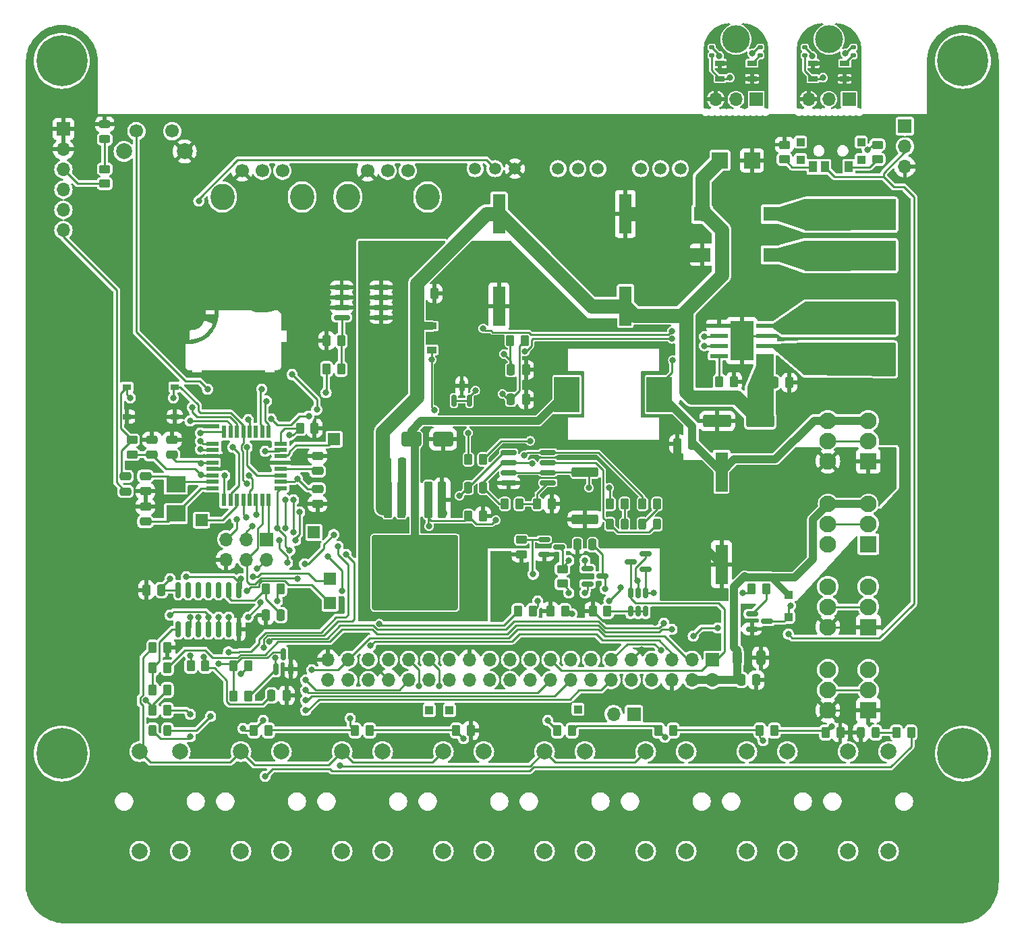
<source format=gtl>
%TF.GenerationSoftware,KiCad,Pcbnew,7.0.9-29-ge2d8d53a10*%
%TF.CreationDate,2023-11-20T00:12:08+01:00*%
%TF.ProjectId,scan-controller-kicad,7363616e-2d63-46f6-9e74-726f6c6c6572,rev?*%
%TF.SameCoordinates,Original*%
%TF.FileFunction,Copper,L1,Top*%
%TF.FilePolarity,Positive*%
%FSLAX46Y46*%
G04 Gerber Fmt 4.6, Leading zero omitted, Abs format (unit mm)*
G04 Created by KiCad (PCBNEW 7.0.9-29-ge2d8d53a10) date 2023-11-20 00:12:08*
%MOMM*%
%LPD*%
G01*
G04 APERTURE LIST*
G04 Aperture macros list*
%AMRoundRect*
0 Rectangle with rounded corners*
0 $1 Rounding radius*
0 $2 $3 $4 $5 $6 $7 $8 $9 X,Y pos of 4 corners*
0 Add a 4 corners polygon primitive as box body*
4,1,4,$2,$3,$4,$5,$6,$7,$8,$9,$2,$3,0*
0 Add four circle primitives for the rounded corners*
1,1,$1+$1,$2,$3*
1,1,$1+$1,$4,$5*
1,1,$1+$1,$6,$7*
1,1,$1+$1,$8,$9*
0 Add four rect primitives between the rounded corners*
20,1,$1+$1,$2,$3,$4,$5,0*
20,1,$1+$1,$4,$5,$6,$7,0*
20,1,$1+$1,$6,$7,$8,$9,0*
20,1,$1+$1,$8,$9,$2,$3,0*%
%AMFreePoly0*
4,1,9,3.862500,-0.866500,0.737500,-0.866500,0.737500,-0.450000,-0.737500,-0.450000,-0.737500,0.450000,0.737500,0.450000,0.737500,0.866500,3.862500,0.866500,3.862500,-0.866500,3.862500,-0.866500,$1*%
G04 Aperture macros list end*
%TA.AperFunction,ComponentPad*%
%ADD10C,2.000000*%
%TD*%
%TA.AperFunction,ComponentPad*%
%ADD11R,1.500000X1.500000*%
%TD*%
%TA.AperFunction,ComponentPad*%
%ADD12C,2.100000*%
%TD*%
%TA.AperFunction,ComponentPad*%
%ADD13R,2.100000X2.100000*%
%TD*%
%TA.AperFunction,SMDPad,CuDef*%
%ADD14RoundRect,0.250000X0.250000X0.475000X-0.250000X0.475000X-0.250000X-0.475000X0.250000X-0.475000X0*%
%TD*%
%TA.AperFunction,ComponentPad*%
%ADD15C,1.520000*%
%TD*%
%TA.AperFunction,SMDPad,CuDef*%
%ADD16RoundRect,0.250000X-1.000000X-0.650000X1.000000X-0.650000X1.000000X0.650000X-1.000000X0.650000X0*%
%TD*%
%TA.AperFunction,SMDPad,CuDef*%
%ADD17R,1.000000X0.750000*%
%TD*%
%TA.AperFunction,SMDPad,CuDef*%
%ADD18RoundRect,0.250000X0.475000X-0.250000X0.475000X0.250000X-0.475000X0.250000X-0.475000X-0.250000X0*%
%TD*%
%TA.AperFunction,SMDPad,CuDef*%
%ADD19RoundRect,0.250000X1.425000X-0.362500X1.425000X0.362500X-1.425000X0.362500X-1.425000X-0.362500X0*%
%TD*%
%TA.AperFunction,SMDPad,CuDef*%
%ADD20RoundRect,0.250000X0.450000X-0.262500X0.450000X0.262500X-0.450000X0.262500X-0.450000X-0.262500X0*%
%TD*%
%TA.AperFunction,SMDPad,CuDef*%
%ADD21RoundRect,0.250000X-0.262500X-0.450000X0.262500X-0.450000X0.262500X0.450000X-0.262500X0.450000X0*%
%TD*%
%TA.AperFunction,ComponentPad*%
%ADD22R,2.000000X2.000000*%
%TD*%
%TA.AperFunction,SMDPad,CuDef*%
%ADD23RoundRect,0.243750X0.243750X0.456250X-0.243750X0.456250X-0.243750X-0.456250X0.243750X-0.456250X0*%
%TD*%
%TA.AperFunction,SMDPad,CuDef*%
%ADD24RoundRect,0.150000X-0.825000X-0.150000X0.825000X-0.150000X0.825000X0.150000X-0.825000X0.150000X0*%
%TD*%
%TA.AperFunction,SMDPad,CuDef*%
%ADD25R,1.300000X0.900000*%
%TD*%
%TA.AperFunction,SMDPad,CuDef*%
%ADD26FreePoly0,0.000000*%
%TD*%
%TA.AperFunction,SMDPad,CuDef*%
%ADD27R,1.000000X1.000000*%
%TD*%
%TA.AperFunction,SMDPad,CuDef*%
%ADD28R,1.000000X1.400000*%
%TD*%
%TA.AperFunction,SMDPad,CuDef*%
%ADD29RoundRect,0.250000X-0.250000X-0.475000X0.250000X-0.475000X0.250000X0.475000X-0.250000X0.475000X0*%
%TD*%
%TA.AperFunction,SMDPad,CuDef*%
%ADD30RoundRect,0.250000X0.262500X0.450000X-0.262500X0.450000X-0.262500X-0.450000X0.262500X-0.450000X0*%
%TD*%
%TA.AperFunction,ComponentPad*%
%ADD31C,2.600000*%
%TD*%
%TA.AperFunction,ConnectorPad*%
%ADD32C,3.500000*%
%TD*%
%TA.AperFunction,SMDPad,CuDef*%
%ADD33R,1.500000X1.500000*%
%TD*%
%TA.AperFunction,ComponentPad*%
%ADD34R,1.700000X1.700000*%
%TD*%
%TA.AperFunction,ComponentPad*%
%ADD35O,1.700000X1.700000*%
%TD*%
%TA.AperFunction,SMDPad,CuDef*%
%ADD36RoundRect,0.150000X-0.587500X-0.150000X0.587500X-0.150000X0.587500X0.150000X-0.587500X0.150000X0*%
%TD*%
%TA.AperFunction,SMDPad,CuDef*%
%ADD37RoundRect,0.250000X-0.325000X-0.650000X0.325000X-0.650000X0.325000X0.650000X-0.325000X0.650000X0*%
%TD*%
%TA.AperFunction,SMDPad,CuDef*%
%ADD38RoundRect,0.243750X-0.243750X-0.456250X0.243750X-0.456250X0.243750X0.456250X-0.243750X0.456250X0*%
%TD*%
%TA.AperFunction,SMDPad,CuDef*%
%ADD39RoundRect,0.250000X-0.300000X0.300000X-0.300000X-0.300000X0.300000X-0.300000X0.300000X0.300000X0*%
%TD*%
%TA.AperFunction,ComponentPad*%
%ADD40C,0.800000*%
%TD*%
%TA.AperFunction,ComponentPad*%
%ADD41C,6.400000*%
%TD*%
%TA.AperFunction,ComponentPad*%
%ADD42C,2.200000*%
%TD*%
%TA.AperFunction,ComponentPad*%
%ADD43R,2.200000X2.200000*%
%TD*%
%TA.AperFunction,SMDPad,CuDef*%
%ADD44RoundRect,0.150000X0.587500X0.150000X-0.587500X0.150000X-0.587500X-0.150000X0.587500X-0.150000X0*%
%TD*%
%TA.AperFunction,ComponentPad*%
%ADD45C,1.700000*%
%TD*%
%TA.AperFunction,ComponentPad*%
%ADD46O,3.000000X3.300000*%
%TD*%
%TA.AperFunction,SMDPad,CuDef*%
%ADD47RoundRect,0.135000X-0.185000X0.135000X-0.185000X-0.135000X0.185000X-0.135000X0.185000X0.135000X0*%
%TD*%
%TA.AperFunction,SMDPad,CuDef*%
%ADD48RoundRect,0.243750X-0.456250X0.243750X-0.456250X-0.243750X0.456250X-0.243750X0.456250X0.243750X0*%
%TD*%
%TA.AperFunction,SMDPad,CuDef*%
%ADD49RoundRect,0.250000X1.500000X0.550000X-1.500000X0.550000X-1.500000X-0.550000X1.500000X-0.550000X0*%
%TD*%
%TA.AperFunction,ComponentPad*%
%ADD50R,1.000000X1.000000*%
%TD*%
%TA.AperFunction,SMDPad,CuDef*%
%ADD51RoundRect,0.250000X-0.475000X0.250000X-0.475000X-0.250000X0.475000X-0.250000X0.475000X0.250000X0*%
%TD*%
%TA.AperFunction,SMDPad,CuDef*%
%ADD52RoundRect,0.150000X0.150000X-0.825000X0.150000X0.825000X-0.150000X0.825000X-0.150000X-0.825000X0*%
%TD*%
%TA.AperFunction,SMDPad,CuDef*%
%ADD53R,1.600000X5.000000*%
%TD*%
%TA.AperFunction,SMDPad,CuDef*%
%ADD54R,2.100000X1.800000*%
%TD*%
%TA.AperFunction,SMDPad,CuDef*%
%ADD55R,3.250000X4.500000*%
%TD*%
%TA.AperFunction,SMDPad,CuDef*%
%ADD56RoundRect,0.150000X0.150000X-0.512500X0.150000X0.512500X-0.150000X0.512500X-0.150000X-0.512500X0*%
%TD*%
%TA.AperFunction,SMDPad,CuDef*%
%ADD57R,1.200000X0.700000*%
%TD*%
%TA.AperFunction,SMDPad,CuDef*%
%ADD58R,2.200000X0.500000*%
%TD*%
%TA.AperFunction,ComponentPad*%
%ADD59C,0.630000*%
%TD*%
%TA.AperFunction,SMDPad,CuDef*%
%ADD60R,2.950000X4.900000*%
%TD*%
%TA.AperFunction,SMDPad,CuDef*%
%ADD61RoundRect,0.150000X0.150000X-0.587500X0.150000X0.587500X-0.150000X0.587500X-0.150000X-0.587500X0*%
%TD*%
%TA.AperFunction,SMDPad,CuDef*%
%ADD62R,2.400000X2.000000*%
%TD*%
%TA.AperFunction,SMDPad,CuDef*%
%ADD63R,1.600000X0.550000*%
%TD*%
%TA.AperFunction,SMDPad,CuDef*%
%ADD64R,0.550000X1.600000*%
%TD*%
%TA.AperFunction,SMDPad,CuDef*%
%ADD65RoundRect,0.250000X-0.450000X0.262500X-0.450000X-0.262500X0.450000X-0.262500X0.450000X0.262500X0*%
%TD*%
%TA.AperFunction,SMDPad,CuDef*%
%ADD66RoundRect,0.250000X-0.300000X2.050000X-0.300000X-2.050000X0.300000X-2.050000X0.300000X2.050000X0*%
%TD*%
%TA.AperFunction,SMDPad,CuDef*%
%ADD67RoundRect,0.250000X-2.375000X2.025000X-2.375000X-2.025000X2.375000X-2.025000X2.375000X2.025000X0*%
%TD*%
%TA.AperFunction,SMDPad,CuDef*%
%ADD68RoundRect,0.250002X-5.149998X4.449998X-5.149998X-4.449998X5.149998X-4.449998X5.149998X4.449998X0*%
%TD*%
%TA.AperFunction,ViaPad*%
%ADD69C,0.800000*%
%TD*%
%TA.AperFunction,Conductor*%
%ADD70C,1.800000*%
%TD*%
%TA.AperFunction,Conductor*%
%ADD71C,1.000000*%
%TD*%
%TA.AperFunction,Conductor*%
%ADD72C,0.250000*%
%TD*%
%TA.AperFunction,Conductor*%
%ADD73C,0.800000*%
%TD*%
G04 APERTURE END LIST*
D10*
%TO.P,SW5,1*%
%TO.N,unconnected-(SW5-Pad1)*%
X172583593Y-148409763D03*
%TO.P,SW5,2*%
%TO.N,/A0*%
X172583593Y-135909763D03*
%TO.P,SW5,3*%
%TO.N,unconnected-(SW5-Pad3)*%
X177663593Y-148409763D03*
%TO.P,SW5,4*%
%TO.N,Net-(R10-Pad1)*%
X177663593Y-135909763D03*
%TD*%
D11*
%TO.P,TP7,1,1*%
%TO.N,Net-(U1-PB2)*%
X156327593Y-108377763D03*
%TD*%
D12*
%TO.P,CN3,1,1*%
%TO.N,GND*%
X220853000Y-120269000D03*
D13*
X225933000Y-120269000D03*
D12*
%TO.P,CN3,2,2*%
%TO.N,Net-(Q5-B)*%
X220853000Y-117729000D03*
X225933000Y-117729000D03*
%TO.P,CN3,3,3*%
%TO.N,3.3V-uC*%
X220853000Y-115189000D03*
X225933000Y-115189000D03*
%TD*%
D14*
%TO.P,C12,1*%
%TO.N,3.3V-uC*%
X137211593Y-115619763D03*
%TO.P,C12,2*%
%TO.N,GND*%
X135311593Y-115619763D03*
%TD*%
D12*
%TO.P,CN4,1,1*%
%TO.N,Net-(D4-A)*%
X220843593Y-109855000D03*
D13*
X225923593Y-109855000D03*
D12*
%TO.P,CN4,2,2*%
%TO.N,unconnected-(CN4-Pad2)*%
X220843593Y-107315000D03*
X225923593Y-107315000D03*
%TO.P,CN4,3,3*%
%TO.N,5V-RPi*%
X220843593Y-104775000D03*
X225923593Y-104775000D03*
%TD*%
D15*
%TO.P,RV5,1,1*%
%TO.N,Net-(C22-Pad1)*%
X197358000Y-62738000D03*
%TO.P,RV5,2,2*%
X199858000Y-62738000D03*
%TO.P,RV5,3,3*%
%TO.N,Net-(D6-K)*%
X202358000Y-62738000D03*
%TD*%
D16*
%TO.P,D5,1,K*%
%TO.N,Net-(D5-K)*%
X168551593Y-96693763D03*
%TO.P,D5,2,A*%
%TO.N,/Drivers/Lamp-GND*%
X172551593Y-96693763D03*
%TD*%
D17*
%TO.P,SW1,1,1*%
%TO.N,/~{RST}*%
X132900000Y-90125000D03*
X138900000Y-90125000D03*
%TO.P,SW1,2,2*%
%TO.N,GND*%
X132900000Y-93875000D03*
X138900000Y-93875000D03*
%TD*%
D18*
%TO.P,C8,1*%
%TO.N,3.3V-uC*%
X136007593Y-98659763D03*
%TO.P,C8,2*%
%TO.N,GND*%
X136007593Y-96759763D03*
%TD*%
D19*
%TO.P,R38,1*%
%TO.N,/Drivers/Lamp-GND*%
X190363593Y-106768263D03*
%TO.P,R38,2*%
%TO.N,Net-(U9A-+)*%
X190363593Y-100843263D03*
%TD*%
D20*
%TO.P,R42,1*%
%TO.N,Net-(SW11-C)*%
X215392000Y-61551500D03*
%TO.P,R42,2*%
%TO.N,GND*%
X215392000Y-59726500D03*
%TD*%
D21*
%TO.P,R35,1*%
%TO.N,Net-(D6-K)*%
X175735093Y-106345763D03*
%TO.P,R35,2*%
%TO.N,/Drivers/Lamp-GND*%
X177560093Y-106345763D03*
%TD*%
D22*
%TO.P,TP1,1,1*%
%TO.N,24VDC*%
X207300000Y-61700000D03*
%TD*%
D21*
%TO.P,R12,1*%
%TO.N,Net-(R11-Pad2)*%
X199611093Y-133269763D03*
%TO.P,R12,2*%
%TO.N,Net-(R12-Pad2)*%
X201436093Y-133269763D03*
%TD*%
D23*
%TO.P,D7,1,K*%
%TO.N,Net-(D7-K)*%
X199429093Y-107361763D03*
%TO.P,D7,2,A*%
%TO.N,Net-(D7-A)*%
X197554093Y-107361763D03*
%TD*%
D24*
%TO.P,Q7,1,S*%
%TO.N,GND*%
X159831000Y-77597000D03*
%TO.P,Q7,2,S*%
X159831000Y-78867000D03*
%TO.P,Q7,3,S*%
X159831000Y-80137000D03*
%TO.P,Q7,4,G*%
%TO.N,Net-(Q7-G)*%
X159831000Y-81407000D03*
%TO.P,Q7,5,D*%
%TO.N,/Drivers/Lamp-GND*%
X164781000Y-81407000D03*
%TO.P,Q7,6,D*%
X164781000Y-80137000D03*
%TO.P,Q7,7,D*%
X164781000Y-78867000D03*
%TO.P,Q7,8,D*%
X164781000Y-77597000D03*
%TD*%
D25*
%TO.P,U6,1,IN*%
%TO.N,24VDC*%
X171141593Y-82493763D03*
D26*
%TO.P,U6,2,GND*%
%TO.N,/Drivers/Lamp-GND*%
X171229093Y-83993763D03*
D25*
%TO.P,U6,3,OUT*%
%TO.N,Net-(U6-OUT)*%
X171141593Y-85493763D03*
%TD*%
D27*
%TO.P,SW11,0*%
%TO.N,N/C*%
X225024000Y-61589000D03*
X225024000Y-59389000D03*
X217424000Y-61589000D03*
X217424000Y-59389000D03*
D28*
%TO.P,SW11,1,A*%
%TO.N,Net-(SW11-A)*%
X223474000Y-62509000D03*
%TO.P,SW11,2,B*%
%TO.N,/GPIO17*%
X220474000Y-62509000D03*
%TO.P,SW11,3,C*%
%TO.N,Net-(SW11-C)*%
X218974000Y-62509000D03*
%TD*%
D10*
%TO.P,SW4,1*%
%TO.N,unconnected-(SW4-Pad1)*%
X159883593Y-148409763D03*
%TO.P,SW4,2*%
%TO.N,/A0*%
X159883593Y-135909763D03*
%TO.P,SW4,3*%
%TO.N,unconnected-(SW4-Pad3)*%
X164963593Y-148409763D03*
%TO.P,SW4,4*%
%TO.N,Net-(R8-Pad2)*%
X164963593Y-135909763D03*
%TD*%
D21*
%TO.P,R11,1*%
%TO.N,3.3V-uC*%
X186911093Y-133269763D03*
%TO.P,R11,2*%
%TO.N,Net-(R11-Pad2)*%
X188736093Y-133269763D03*
%TD*%
D29*
%TO.P,C19,1*%
%TO.N,24VDC*%
X165537593Y-99741763D03*
%TO.P,C19,2*%
%TO.N,Net-(U7-VC)*%
X167437593Y-99741763D03*
%TD*%
D21*
%TO.P,R1,1*%
%TO.N,/uC-Power*%
X181967500Y-118283763D03*
%TO.P,R1,2*%
%TO.N,Net-(Q1-G)*%
X183792500Y-118283763D03*
%TD*%
D14*
%TO.P,C14,1*%
%TO.N,Net-(C14-Pad1)*%
X152197593Y-118791763D03*
%TO.P,C14,2*%
%TO.N,GND*%
X150297593Y-118791763D03*
%TD*%
D30*
%TO.P,R32,1*%
%TO.N,Net-(Q7-G)*%
X159766000Y-87884000D03*
%TO.P,R32,2*%
%TO.N,/D9*%
X157941000Y-87884000D03*
%TD*%
D31*
%TO.P,REF\u002A\u002A,1*%
%TO.N,N/C*%
X209318000Y-46502000D03*
D32*
X209318000Y-46502000D03*
%TD*%
D21*
%TO.P,R16,1*%
%TO.N,/A1*%
X154608093Y-95296763D03*
%TO.P,R16,2*%
%TO.N,GND*%
X156433093Y-95296763D03*
%TD*%
D33*
%TO.P,TP11,1,1*%
%TO.N,/D3*%
X158359593Y-114219763D03*
%TD*%
D34*
%TO.P,J2,1,Pin_1*%
%TO.N,Net-(J1-Pin_8)*%
X196500000Y-131200000D03*
D35*
%TO.P,J2,2,Pin_2*%
%TO.N,Net-(J1-Pin_10)*%
X193960000Y-131200000D03*
%TD*%
D10*
%TO.P,SW3,1*%
%TO.N,unconnected-(SW3-Pad1)*%
X147183593Y-148409763D03*
%TO.P,SW3,2*%
%TO.N,/A0*%
X147183593Y-135909763D03*
%TO.P,SW3,3*%
%TO.N,unconnected-(SW3-Pad3)*%
X152263593Y-148409763D03*
%TO.P,SW3,4*%
%TO.N,Net-(R7-Pad2)*%
X152263593Y-135909763D03*
%TD*%
D23*
%TO.P,D8,1,K*%
%TO.N,Net-(D8-K)*%
X195365093Y-107361763D03*
%TO.P,D8,2,A*%
%TO.N,Net-(D7-K)*%
X193490093Y-107361763D03*
%TD*%
D21*
%TO.P,R9,1*%
%TO.N,Net-(R8-Pad2)*%
X161511093Y-133269763D03*
%TO.P,R9,2*%
%TO.N,Net-(R10-Pad1)*%
X163336093Y-133269763D03*
%TD*%
D29*
%TO.P,C20,1*%
%TO.N,Net-(U6-OUT)*%
X181050000Y-88000000D03*
%TO.P,C20,2*%
%TO.N,/Drivers/Lamp-GND*%
X182950000Y-88000000D03*
%TD*%
D36*
%TO.P,Q2,1,G*%
%TO.N,Net-(Q1-D)*%
X190696093Y-112954763D03*
%TO.P,Q2,2,S*%
%TO.N,/Zero Voltage Diode/K*%
X190696093Y-114854763D03*
%TO.P,Q2,3,D*%
%TO.N,3.3V-uC*%
X192571093Y-113904763D03*
%TD*%
D34*
%TO.P,J6,1,Pin_1*%
%TO.N,/Sensors/3.3V-Eye1*%
X223510000Y-54018500D03*
D35*
%TO.P,J6,2,Pin_2*%
%TO.N,Net-(J6-Pin_2)*%
X220970000Y-54018500D03*
%TO.P,J6,3,Pin_3*%
%TO.N,GND1*%
X218430000Y-54018500D03*
%TD*%
D37*
%TO.P,C2,1*%
%TO.N,5V-RPi*%
X209462593Y-124125763D03*
%TO.P,C2,2*%
%TO.N,GND*%
X212412593Y-124125763D03*
%TD*%
D38*
%TO.P,D6,1,K*%
%TO.N,Net-(D6-K)*%
X136086093Y-133269763D03*
%TO.P,D6,2,A*%
%TO.N,Net-(D6-A)*%
X137961093Y-133269763D03*
%TD*%
D30*
%TO.P,R31,1*%
%TO.N,Net-(Q7-G)*%
X159766000Y-84328000D03*
%TO.P,R31,2*%
%TO.N,GND*%
X157941000Y-84328000D03*
%TD*%
D21*
%TO.P,R7,1*%
%TO.N,3.3V-uC*%
X136111093Y-130729763D03*
%TO.P,R7,2*%
%TO.N,Net-(R7-Pad2)*%
X137936093Y-130729763D03*
%TD*%
D39*
%TO.P,D4,1,K*%
%TO.N,5V-RPi*%
X215900000Y-116202000D03*
%TO.P,D4,2,A*%
%TO.N,Net-(D4-A)*%
X215900000Y-119002000D03*
%TD*%
D34*
%TO.P,J4,1,Pin_1*%
%TO.N,GND*%
X124900000Y-57760000D03*
D35*
%TO.P,J4,2,Pin_2*%
X124900000Y-60300000D03*
%TO.P,J4,3,Pin_3*%
%TO.N,3.3V-uC*%
X124900000Y-62840000D03*
%TO.P,J4,4,Pin_4*%
%TO.N,/RX*%
X124900000Y-65380000D03*
%TO.P,J4,5,Pin_5*%
%TO.N,/TX*%
X124900000Y-67920000D03*
%TO.P,J4,6,Pin_6*%
%TO.N,Net-(J4-Pin_6)*%
X124900000Y-70460000D03*
%TD*%
D40*
%TO.P,REF\u002A\u002A,1*%
%TO.N,N/C*%
X122302944Y-136150000D03*
X123005888Y-134452944D03*
X123005888Y-137847056D03*
X124702944Y-133750000D03*
D41*
X124702944Y-136150000D03*
D40*
X124702944Y-138550000D03*
X126400000Y-134452944D03*
X126400000Y-137847056D03*
X127102944Y-136150000D03*
%TD*%
D21*
%TO.P,R25,1*%
%TO.N,Net-(R23-Pad2)*%
X136111093Y-128189763D03*
%TO.P,R25,2*%
%TO.N,3.3V-uC*%
X137936093Y-128189763D03*
%TD*%
D34*
%TO.P,J3,1,MISO*%
%TO.N,/MISO*%
X150425593Y-109261763D03*
D35*
%TO.P,J3,2,VCC*%
%TO.N,3.3V-uC*%
X150425593Y-111801763D03*
%TO.P,J3,3,SCK*%
%TO.N,/SCK*%
X147885593Y-109261763D03*
%TO.P,J3,4,MOSI*%
%TO.N,/MOSI*%
X147885593Y-111801763D03*
%TO.P,J3,5,~{RST}*%
%TO.N,/~{RST}*%
X145345593Y-109261763D03*
%TO.P,J3,6,GND*%
%TO.N,GND*%
X145345593Y-111801763D03*
%TD*%
D42*
%TO.P,CN5,1,1*%
%TO.N,/Drivers/Mot-A*%
X219583000Y-86614000D03*
D43*
X227203000Y-86614000D03*
D42*
%TO.P,CN5,2,2*%
%TO.N,/Drivers/Mot-B*%
X219583000Y-81534000D03*
X227203000Y-81534000D03*
%TD*%
D21*
%TO.P,R14,1*%
%TO.N,Net-(R13-Pad2)*%
X220575500Y-133523763D03*
%TO.P,R14,2*%
%TO.N,GND*%
X222400500Y-133523763D03*
%TD*%
D11*
%TO.P,TP8,1,1*%
%TO.N,Net-(U1-PD7)*%
X142240000Y-106853763D03*
%TD*%
D21*
%TO.P,R15,1*%
%TO.N,/A0*%
X136111093Y-122855763D03*
%TO.P,R15,2*%
%TO.N,GND*%
X137936093Y-122855763D03*
%TD*%
D44*
%TO.P,Q4,1,G*%
%TO.N,Net-(Q3B-C2)*%
X197971093Y-113016263D03*
%TO.P,Q4,2,S*%
%TO.N,/Zero Voltage Diode/K*%
X197971093Y-111116263D03*
%TO.P,Q4,3,D*%
%TO.N,3.3V-RPi*%
X196096093Y-112066263D03*
%TD*%
D15*
%TO.P,RV3,1,1*%
%TO.N,3.3V-uC*%
X176570000Y-62738000D03*
%TO.P,RV3,2,2*%
%TO.N,/A6*%
X179070000Y-62738000D03*
%TO.P,RV3,3,3*%
%TO.N,GND*%
X181570000Y-62738000D03*
%TD*%
D36*
%TO.P,Q6,1,B*%
%TO.N,Net-(Q6-B)*%
X211328000Y-118618000D03*
%TO.P,Q6,2,E*%
%TO.N,GND*%
X211328000Y-120518000D03*
%TO.P,Q6,3,C*%
%TO.N,Net-(D4-A)*%
X213203000Y-119568000D03*
%TD*%
D45*
%TO.P,RV1,1,1*%
%TO.N,3.3V-uC*%
X168148000Y-62992000D03*
%TO.P,RV1,2,2*%
%TO.N,/A2*%
X165608000Y-62992000D03*
%TO.P,RV1,3,3*%
%TO.N,GND*%
X163068000Y-62992000D03*
D46*
%TO.P,RV1,4*%
%TO.N,N/C*%
X160608000Y-66292000D03*
%TO.P,RV1,5*%
X170608000Y-66292000D03*
%TD*%
D47*
%TO.P,R19,1*%
%TO.N,/Sensors/3.3V-Eye2*%
X212366000Y-47516000D03*
%TO.P,R19,2*%
%TO.N,Net-(U3-A)*%
X212366000Y-48536000D03*
%TD*%
D30*
%TO.P,R37,1*%
%TO.N,/Drivers/Lamp-GND*%
X186196093Y-104821763D03*
%TO.P,R37,2*%
%TO.N,Net-(U9B-+)*%
X184371093Y-104821763D03*
%TD*%
D21*
%TO.P,R10,1*%
%TO.N,Net-(R10-Pad1)*%
X174211093Y-133269763D03*
%TO.P,R10,2*%
%TO.N,GND*%
X176036093Y-133269763D03*
%TD*%
D20*
%TO.P,R3,1*%
%TO.N,GND*%
X182362593Y-111134263D03*
%TO.P,R3,2*%
%TO.N,Net-(Q1-G)*%
X182362593Y-109309263D03*
%TD*%
%TO.P,R4,1*%
%TO.N,3.3V-uC*%
X133500000Y-98612500D03*
%TO.P,R4,2*%
%TO.N,/~{RST}*%
X133500000Y-96787500D03*
%TD*%
D21*
%TO.P,R40,1*%
%TO.N,Net-(U9A-+)*%
X193515093Y-104821763D03*
%TO.P,R40,2*%
%TO.N,Net-(D8-K)*%
X195340093Y-104821763D03*
%TD*%
D29*
%TO.P,C17,1*%
%TO.N,24VDC*%
X169601593Y-78405763D03*
%TO.P,C17,2*%
%TO.N,/Drivers/Lamp-GND*%
X171501593Y-78405763D03*
%TD*%
%TO.P,C3,1*%
%TO.N,5V-RPi*%
X209987593Y-126919763D03*
%TO.P,C3,2*%
%TO.N,GND*%
X211887593Y-126919763D03*
%TD*%
D30*
%TO.P,R18,1*%
%TO.N,/D4*%
X231290500Y-133523763D03*
%TO.P,R18,2*%
%TO.N,Net-(D3-A)*%
X229465500Y-133523763D03*
%TD*%
D48*
%TO.P,D2,1,K*%
%TO.N,GND*%
X130100000Y-57162500D03*
%TO.P,D2,2,A*%
%TO.N,Net-(D2-A)*%
X130100000Y-59037500D03*
%TD*%
D47*
%TO.P,R22,1*%
%TO.N,/Sensors/3.3V-Eye1*%
X217954000Y-47516000D03*
%TO.P,R22,2*%
%TO.N,Net-(J6-Pin_2)*%
X217954000Y-48536000D03*
%TD*%
D49*
%TO.P,C15,1*%
%TO.N,24VDC*%
X212367593Y-94407763D03*
%TO.P,C15,2*%
%TO.N,GND*%
X206967593Y-94407763D03*
%TD*%
D29*
%TO.P,C24,1*%
%TO.N,Net-(D6-A)*%
X175697593Y-102789763D03*
%TO.P,C24,2*%
%TO.N,Net-(U9A--)*%
X177597593Y-102789763D03*
%TD*%
D14*
%TO.P,C22,1*%
%TO.N,Net-(C22-Pad1)*%
X203850000Y-97300000D03*
%TO.P,C22,2*%
%TO.N,/Drivers/Lamp-GND*%
X201950000Y-97300000D03*
%TD*%
D10*
%TO.P,SW9,1*%
%TO.N,unconnected-(SW9-Pad1)*%
X223383593Y-148409763D03*
%TO.P,SW9,2*%
%TO.N,/A1*%
X223383593Y-135909763D03*
%TO.P,SW9,3*%
%TO.N,unconnected-(SW9-Pad3)*%
X228463593Y-148409763D03*
%TO.P,SW9,4*%
%TO.N,Net-(R13-Pad2)*%
X228463593Y-135909763D03*
%TD*%
D18*
%TO.P,C9,1*%
%TO.N,Net-(U1-AREF)*%
X156790593Y-100691763D03*
%TO.P,C9,2*%
%TO.N,GND*%
X156790593Y-98791763D03*
%TD*%
D30*
%TO.P,R23,1*%
%TO.N,Net-(CN2-Pad2)*%
X137936093Y-125395763D03*
%TO.P,R23,2*%
%TO.N,Net-(R23-Pad2)*%
X136111093Y-125395763D03*
%TD*%
D50*
%TO.P,TP3,1,1*%
%TO.N,Net-(J1-Pin_29)*%
X173345593Y-130729763D03*
%TD*%
D42*
%TO.P,CN1,1,1*%
%TO.N,/24VAC-1*%
X219573593Y-73660000D03*
D43*
X227193593Y-73660000D03*
D42*
%TO.P,CN1,2,2*%
%TO.N,/24VAC-2*%
X219573593Y-68580000D03*
X227193593Y-68580000D03*
%TD*%
D51*
%TO.P,C6,1*%
%TO.N,3.3V-uC*%
X156790593Y-102921763D03*
%TO.P,C6,2*%
%TO.N,GND*%
X156790593Y-104821763D03*
%TD*%
D52*
%TO.P,U2,1*%
%TO.N,Net-(R23-Pad2)*%
X139309593Y-120569763D03*
%TO.P,U2,2*%
%TO.N,Net-(R27-Pad1)*%
X140579593Y-120569763D03*
%TO.P,U2,3*%
%TO.N,Net-(C13-Pad1)*%
X141849593Y-120569763D03*
%TO.P,U2,4*%
%TO.N,/D2*%
X143119593Y-120569763D03*
%TO.P,U2,5*%
%TO.N,Net-(Q5-C)*%
X144389593Y-120569763D03*
%TO.P,U2,6*%
%TO.N,Net-(R28-Pad1)*%
X145659593Y-120569763D03*
%TO.P,U2,7,GND*%
%TO.N,GND*%
X146929593Y-120569763D03*
%TO.P,U2,8*%
%TO.N,/D3*%
X146929593Y-115619763D03*
%TO.P,U2,9*%
%TO.N,Net-(C14-Pad1)*%
X145659593Y-115619763D03*
%TO.P,U2,10*%
%TO.N,N/C*%
X144389593Y-115619763D03*
%TO.P,U2,11*%
X143119593Y-115619763D03*
%TO.P,U2,12*%
X141849593Y-115619763D03*
%TO.P,U2,13*%
X140579593Y-115619763D03*
%TO.P,U2,14,VCC*%
%TO.N,3.3V-uC*%
X139309593Y-115619763D03*
%TD*%
D50*
%TO.P,TP6,1,1*%
%TO.N,Net-(J1-Pin_13)*%
X189500000Y-130600000D03*
%TD*%
D10*
%TO.P,SW8,1*%
%TO.N,unconnected-(SW8-Pad1)*%
X210683593Y-148409763D03*
%TO.P,SW8,2*%
%TO.N,/A1*%
X210683593Y-135909763D03*
%TO.P,SW8,3*%
%TO.N,unconnected-(SW8-Pad3)*%
X215763593Y-148409763D03*
%TO.P,SW8,4*%
%TO.N,Net-(R12-Pad2)*%
X215763593Y-135909763D03*
%TD*%
D18*
%TO.P,C4,1*%
%TO.N,GND*%
X135200593Y-103231763D03*
%TO.P,C4,2*%
%TO.N,Net-(U1-XTAL1{slash}PB6)*%
X135200593Y-101331763D03*
%TD*%
D11*
%TO.P,TP9,1,1*%
%TO.N,Net-(U1-ADC7)*%
X158867593Y-96693763D03*
%TD*%
D21*
%TO.P,R36,1*%
%TO.N,Net-(U9A--)*%
X180307093Y-104821763D03*
%TO.P,R36,2*%
%TO.N,Net-(U9B-+)*%
X182132093Y-104821763D03*
%TD*%
D53*
%TO.P,C23,1*%
%TO.N,Net-(C22-Pad1)*%
X207508593Y-100799763D03*
%TO.P,C23,2*%
%TO.N,/Drivers/Lamp-GND*%
X207508593Y-112399763D03*
%TD*%
D50*
%TO.P,TP4,1,1*%
%TO.N,Net-(J1-Pin_31)*%
X170805593Y-130729763D03*
%TD*%
D30*
%TO.P,R29,1*%
%TO.N,Net-(Q6-B)*%
X213120093Y-115489763D03*
%TO.P,R29,2*%
%TO.N,/D8*%
X211295093Y-115489763D03*
%TD*%
D54*
%TO.P,D1,1,+*%
%TO.N,24VDC*%
X205073000Y-68443000D03*
%TO.P,D1,2,-*%
%TO.N,GND*%
X205073000Y-73543000D03*
%TO.P,D1,3*%
%TO.N,/24VAC-1*%
X213773000Y-73543000D03*
%TO.P,D1,4*%
%TO.N,/24VAC-2*%
X213773000Y-68443000D03*
%TD*%
D55*
%TO.P,L1,1*%
%TO.N,Net-(D5-K)*%
X188100000Y-91100000D03*
%TO.P,L1,2*%
%TO.N,Net-(C22-Pad1)*%
X199700000Y-91100000D03*
%TD*%
D56*
%TO.P,Q3,1,C1*%
%TO.N,Net-(Q3A-B1)*%
X196083593Y-118283763D03*
%TO.P,Q3,2,B1*%
X197033593Y-118283763D03*
%TO.P,Q3,3,B2*%
X197983593Y-118283763D03*
%TO.P,Q3,4,C2*%
%TO.N,Net-(Q3B-C2)*%
X197983593Y-116008763D03*
%TO.P,Q3,5,E2*%
%TO.N,/Zero Voltage Diode/K*%
X197033593Y-116008763D03*
%TO.P,Q3,6,E1*%
%TO.N,3.3V-RPi*%
X196083593Y-116008763D03*
%TD*%
D57*
%TO.P,U4,1,A*%
%TO.N,Net-(U4-A)*%
X222970000Y-49513300D03*
%TO.P,U4,2,K*%
%TO.N,GND1*%
X218970000Y-49513300D03*
%TO.P,U4,3*%
%TO.N,Net-(J6-Pin_2)*%
X218970000Y-51437100D03*
%TO.P,U4,4*%
%TO.N,GND1*%
X222970000Y-51437100D03*
%TD*%
D21*
%TO.P,R26,1*%
%TO.N,Net-(Q5-C)*%
X146271093Y-125141763D03*
%TO.P,R26,2*%
%TO.N,3.3V-uC*%
X148096093Y-125141763D03*
%TD*%
D58*
%TO.P,U5,1,GND*%
%TO.N,GND*%
X207173593Y-82423000D03*
%TO.P,U5,2,IN2*%
%TO.N,/D6*%
X207173593Y-83693000D03*
%TO.P,U5,3,IN1*%
%TO.N,/D5*%
X207173593Y-84963000D03*
%TO.P,U5,4,ILIM*%
%TO.N,Net-(U5-ILIM)*%
X207173593Y-86233000D03*
%TO.P,U5,5,VM*%
%TO.N,24VDC*%
X212923593Y-86233000D03*
%TO.P,U5,6,OUT1*%
%TO.N,/Drivers/Mot-A*%
X212923593Y-84963000D03*
%TO.P,U5,7,GND*%
%TO.N,GND*%
X212923593Y-83693000D03*
%TO.P,U5,8,OUT2*%
%TO.N,/Drivers/Mot-B*%
X212923593Y-82423000D03*
D59*
%TO.P,U5,9,GND*%
%TO.N,GND*%
X209398593Y-83028000D03*
X209398593Y-84328000D03*
X209398593Y-85628000D03*
D60*
X210048593Y-84328000D03*
D59*
X210698593Y-83028000D03*
X210698593Y-84328000D03*
X210698593Y-85628000D03*
%TD*%
D21*
%TO.P,R6,1*%
%TO.N,GND*%
X186031500Y-118283763D03*
%TO.P,R6,2*%
%TO.N,Net-(Q3B-C2)*%
X187856500Y-118283763D03*
%TD*%
D45*
%TO.P,SW10,1*%
%TO.N,unconnected-(SW10-Pad1)*%
X138562000Y-58030000D03*
%TO.P,SW10,2*%
%TO.N,/GPIO26*%
X134062000Y-58030000D03*
D10*
%TO.P,SW10,3*%
%TO.N,unconnected-(SW10-Pad3)*%
X132502000Y-60570000D03*
%TO.P,SW10,4*%
%TO.N,GND*%
X140122000Y-60570000D03*
%TD*%
D40*
%TO.P,REFe,1*%
%TO.N,N/C*%
X235402944Y-136150000D03*
X236105888Y-134452944D03*
X236105888Y-137847056D03*
X237802944Y-133750000D03*
D41*
X237802944Y-136150000D03*
D40*
X237802944Y-138550000D03*
X239500000Y-134452944D03*
X239500000Y-137847056D03*
X240202944Y-136150000D03*
%TD*%
D53*
%TO.P,C18,1*%
%TO.N,24VDC*%
X179568593Y-68414763D03*
%TO.P,C18,2*%
%TO.N,/Drivers/Lamp-GND*%
X179568593Y-80014763D03*
%TD*%
D61*
%TO.P,U8,1,K*%
%TO.N,Net-(U8-K)*%
X173950000Y-91837500D03*
%TO.P,U8,2,REF*%
X175850000Y-91837500D03*
%TO.P,U8,3,A*%
%TO.N,/Drivers/Lamp-GND*%
X174900000Y-89962500D03*
%TD*%
D21*
%TO.P,R39,1*%
%TO.N,Net-(U6-OUT)*%
X197579093Y-104821763D03*
%TO.P,R39,2*%
%TO.N,Net-(D7-A)*%
X199404093Y-104821763D03*
%TD*%
D12*
%TO.P,CN6,1,1*%
%TO.N,/Drivers/Lamp-GND*%
X220843593Y-99441000D03*
D13*
X225923593Y-99441000D03*
D12*
%TO.P,CN6,2,2*%
%TO.N,unconnected-(CN6-Pad2)*%
X220843593Y-96901000D03*
X225923593Y-96901000D03*
%TO.P,CN6,3,3*%
%TO.N,Net-(C22-Pad1)*%
X220843593Y-94361000D03*
X225923593Y-94361000D03*
%TD*%
D21*
%TO.P,R13,1*%
%TO.N,Net-(R12-Pad2)*%
X212311093Y-133269763D03*
%TO.P,R13,2*%
%TO.N,Net-(R13-Pad2)*%
X214136093Y-133269763D03*
%TD*%
D24*
%TO.P,U9,1*%
%TO.N,Net-(D6-A)*%
X180776593Y-98344763D03*
%TO.P,U9,2,-*%
%TO.N,Net-(U9A--)*%
X180776593Y-99614763D03*
%TO.P,U9,3,+*%
%TO.N,Net-(U9A-+)*%
X180776593Y-100884763D03*
%TO.P,U9,4,V-*%
%TO.N,/Drivers/Lamp-GND*%
X180776593Y-102154763D03*
%TO.P,U9,5,+*%
%TO.N,Net-(U9B-+)*%
X185726593Y-102154763D03*
%TO.P,U9,6,-*%
%TO.N,Net-(U9A-+)*%
X185726593Y-100884763D03*
%TO.P,U9,7*%
%TO.N,Net-(D7-K)*%
X185726593Y-99614763D03*
%TO.P,U9,8,V+*%
%TO.N,Net-(U6-OUT)*%
X185726593Y-98344763D03*
%TD*%
D40*
%TO.P,REFee,1*%
%TO.N,N/C*%
X235400000Y-49200000D03*
X236102944Y-47502944D03*
X236102944Y-50897056D03*
X237800000Y-46800000D03*
D41*
X237800000Y-49200000D03*
D40*
X237800000Y-51600000D03*
X239497056Y-47502944D03*
X239497056Y-50897056D03*
X240200000Y-49200000D03*
%TD*%
D12*
%TO.P,CN2,1,1*%
%TO.N,GND*%
X220843593Y-130729763D03*
D13*
X225923593Y-130729763D03*
D12*
%TO.P,CN2,2,2*%
%TO.N,Net-(CN2-Pad2)*%
X220843593Y-128189763D03*
X225923593Y-128189763D03*
%TO.P,CN2,3,3*%
%TO.N,3.3V-uC*%
X220843593Y-125649763D03*
X225923593Y-125649763D03*
%TD*%
D10*
%TO.P,SW2,1*%
%TO.N,unconnected-(SW2-Pad1)*%
X134483593Y-148409763D03*
%TO.P,SW2,2*%
%TO.N,/A0*%
X134483593Y-135909763D03*
%TO.P,SW2,3*%
%TO.N,unconnected-(SW2-Pad3)*%
X139563593Y-148409763D03*
%TO.P,SW2,4*%
%TO.N,3.3V-uC*%
X139563593Y-135909763D03*
%TD*%
D21*
%TO.P,R8,1*%
%TO.N,Net-(R7-Pad2)*%
X148811093Y-133269763D03*
%TO.P,R8,2*%
%TO.N,Net-(R8-Pad2)*%
X150636093Y-133269763D03*
%TD*%
D40*
%TO.P,REF\u002A\u002A,1*%
%TO.N,N/C*%
X122302944Y-49200000D03*
X123005888Y-47502944D03*
X123005888Y-50897056D03*
X124702944Y-46800000D03*
D41*
X124702944Y-49200000D03*
D40*
X124702944Y-51600000D03*
X126400000Y-47502944D03*
X126400000Y-50897056D03*
X127102944Y-49200000D03*
%TD*%
D10*
%TO.P,SW6,1*%
%TO.N,unconnected-(SW6-Pad1)*%
X185283593Y-148409763D03*
%TO.P,SW6,2*%
%TO.N,/A1*%
X185283593Y-135909763D03*
%TO.P,SW6,3*%
%TO.N,unconnected-(SW6-Pad3)*%
X190363593Y-148409763D03*
%TO.P,SW6,4*%
%TO.N,3.3V-uC*%
X190363593Y-135909763D03*
%TD*%
%TO.P,SW7,1*%
%TO.N,unconnected-(SW7-Pad1)*%
X197983593Y-148409763D03*
%TO.P,SW7,2*%
%TO.N,/A1*%
X197983593Y-135909763D03*
%TO.P,SW7,3*%
%TO.N,unconnected-(SW7-Pad3)*%
X203063593Y-148409763D03*
%TO.P,SW7,4*%
%TO.N,Net-(R11-Pad2)*%
X203063593Y-135909763D03*
%TD*%
D18*
%TO.P,C5,1*%
%TO.N,Net-(U1-XTAL2{slash}PB7)*%
X135200593Y-107041763D03*
%TO.P,C5,2*%
%TO.N,GND*%
X135200593Y-105141763D03*
%TD*%
D21*
%TO.P,R34,1*%
%TO.N,Net-(U8-K)*%
X175735093Y-99233763D03*
%TO.P,R34,2*%
%TO.N,Net-(R34-Pad2)*%
X177560093Y-99233763D03*
%TD*%
D62*
%TO.P,Y1,1,1*%
%TO.N,Net-(U1-XTAL1{slash}PB6)*%
X139010593Y-102336763D03*
%TO.P,Y1,2,2*%
%TO.N,Net-(U1-XTAL2{slash}PB7)*%
X139010593Y-106036763D03*
%TD*%
D63*
%TO.P,U1,1,PD3*%
%TO.N,/D3*%
X143625593Y-97236763D03*
%TO.P,U1,2,PD4*%
%TO.N,/D4*%
X143625593Y-98036763D03*
%TO.P,U1,3,GND*%
%TO.N,GND*%
X143625593Y-98836763D03*
%TO.P,U1,4,VCC*%
%TO.N,3.3V-uC*%
X143625593Y-99636763D03*
%TO.P,U1,5,GND*%
%TO.N,GND*%
X143625593Y-100436763D03*
%TO.P,U1,6,VCC*%
%TO.N,3.3V-uC*%
X143625593Y-101236763D03*
%TO.P,U1,7,XTAL1/PB6*%
%TO.N,Net-(U1-XTAL1{slash}PB6)*%
X143625593Y-102036763D03*
%TO.P,U1,8,XTAL2/PB7*%
%TO.N,Net-(U1-XTAL2{slash}PB7)*%
X143625593Y-102836763D03*
D64*
%TO.P,U1,9,PD5*%
%TO.N,/D5*%
X145075593Y-104286763D03*
%TO.P,U1,10,PD6*%
%TO.N,/D6*%
X145875593Y-104286763D03*
%TO.P,U1,11,PD7*%
%TO.N,Net-(U1-PD7)*%
X146675593Y-104286763D03*
%TO.P,U1,12,PB0*%
%TO.N,/D8*%
X147475593Y-104286763D03*
%TO.P,U1,13,PB1*%
%TO.N,/D9*%
X148275593Y-104286763D03*
%TO.P,U1,14,PB2*%
%TO.N,Net-(U1-PB2)*%
X149075593Y-104286763D03*
%TO.P,U1,15,PB3*%
%TO.N,/MOSI*%
X149875593Y-104286763D03*
%TO.P,U1,16,PB4*%
%TO.N,/MISO*%
X150675593Y-104286763D03*
D63*
%TO.P,U1,17,PB5*%
%TO.N,/SCK*%
X152125593Y-102836763D03*
%TO.P,U1,18,AVCC*%
%TO.N,3.3V-uC*%
X152125593Y-102036763D03*
%TO.P,U1,19,ADC6*%
%TO.N,/A6*%
X152125593Y-101236763D03*
%TO.P,U1,20,AREF*%
%TO.N,Net-(U1-AREF)*%
X152125593Y-100436763D03*
%TO.P,U1,21,GND*%
%TO.N,GND*%
X152125593Y-99636763D03*
%TO.P,U1,22,ADC7*%
%TO.N,Net-(U1-ADC7)*%
X152125593Y-98836763D03*
%TO.P,U1,23,PC0*%
%TO.N,/A0*%
X152125593Y-98036763D03*
%TO.P,U1,24,PC1*%
%TO.N,/A1*%
X152125593Y-97236763D03*
D64*
%TO.P,U1,25,PC2*%
%TO.N,/A2*%
X150675593Y-95786763D03*
%TO.P,U1,26,PC3*%
%TO.N,/A3*%
X149875593Y-95786763D03*
%TO.P,U1,27,PC4*%
%TO.N,/GPIO26*%
X149075593Y-95786763D03*
%TO.P,U1,28,PC5*%
%TO.N,/SCL*%
X148275593Y-95786763D03*
%TO.P,U1,29,~{RESET}/PC6*%
%TO.N,/~{RST}*%
X147475593Y-95786763D03*
%TO.P,U1,30,PD0*%
%TO.N,/RX*%
X146675593Y-95786763D03*
%TO.P,U1,31,PD1*%
%TO.N,/TX*%
X145875593Y-95786763D03*
%TO.P,U1,32,PD2*%
%TO.N,/D2*%
X145075593Y-95786763D03*
%TD*%
D53*
%TO.P,C1,1*%
%TO.N,24VDC*%
X195443593Y-80014763D03*
%TO.P,C1,2*%
%TO.N,GND*%
X195443593Y-68414763D03*
%TD*%
D31*
%TO.P,REF\u002A\u002A,1*%
%TO.N,N/C*%
X221002000Y-46502000D03*
D32*
X221002000Y-46502000D03*
%TD*%
D20*
%TO.P,R2,1*%
%TO.N,/Zero Voltage Diode/K*%
X187521093Y-114817263D03*
%TO.P,R2,2*%
%TO.N,Net-(Q1-D)*%
X187521093Y-112992263D03*
%TD*%
D14*
%TO.P,C11,1*%
%TO.N,3.3V-uC*%
X191313593Y-109901763D03*
%TO.P,C11,2*%
%TO.N,GND*%
X189413593Y-109901763D03*
%TD*%
D21*
%TO.P,R30,1*%
%TO.N,Net-(U5-ILIM)*%
X207231093Y-89454763D03*
%TO.P,R30,2*%
%TO.N,GND*%
X209056093Y-89454763D03*
%TD*%
D30*
%TO.P,R24,1*%
%TO.N,Net-(Q5-B)*%
X148096093Y-128951763D03*
%TO.P,R24,2*%
%TO.N,Net-(Q5-C)*%
X146271093Y-128951763D03*
%TD*%
D33*
%TO.P,TP10,1,1*%
%TO.N,/D2*%
X158359593Y-117267763D03*
%TD*%
D22*
%TO.P,TP2,1,1*%
%TO.N,GND*%
X211328000Y-61700000D03*
%TD*%
D18*
%TO.P,C7,1*%
%TO.N,3.3V-uC*%
X138547593Y-98659763D03*
%TO.P,C7,2*%
%TO.N,GND*%
X138547593Y-96759763D03*
%TD*%
D47*
%TO.P,R21,1*%
%TO.N,/Sensors/3.3V-Eye2*%
X206270000Y-47516000D03*
%TO.P,R21,2*%
%TO.N,Net-(J5-Pin_2)*%
X206270000Y-48536000D03*
%TD*%
D21*
%TO.P,R33,1*%
%TO.N,Net-(U6-OUT)*%
X180987500Y-84300000D03*
%TO.P,R33,2*%
%TO.N,Net-(U8-K)*%
X182812500Y-84300000D03*
%TD*%
D36*
%TO.P,Q1,1,G*%
%TO.N,Net-(Q1-G)*%
X185235093Y-109271763D03*
%TO.P,Q1,2,S*%
%TO.N,GND*%
X185235093Y-111171763D03*
%TO.P,Q1,3,D*%
%TO.N,Net-(Q1-D)*%
X187110093Y-110221763D03*
%TD*%
D18*
%TO.P,C10,1*%
%TO.N,Net-(J4-Pin_6)*%
X132700000Y-103250000D03*
%TO.P,C10,2*%
%TO.N,/~{RST}*%
X132700000Y-101350000D03*
%TD*%
D65*
%TO.P,R17,1*%
%TO.N,Net-(D2-A)*%
X130100000Y-62787500D03*
%TO.P,R17,2*%
%TO.N,3.3V-uC*%
X130100000Y-64612500D03*
%TD*%
D61*
%TO.P,Q5,1,B*%
%TO.N,Net-(Q5-B)*%
X151567593Y-125571263D03*
%TO.P,Q5,2,E*%
%TO.N,GND*%
X153467593Y-125571263D03*
%TO.P,Q5,3,C*%
%TO.N,Net-(Q5-C)*%
X152517593Y-123696263D03*
%TD*%
D66*
%TO.P,U7,1,GND*%
%TO.N,/Drivers/Lamp-GND*%
X172427593Y-104283763D03*
%TO.P,U7,2,FB*%
%TO.N,Net-(D6-K)*%
X170727593Y-104283763D03*
%TO.P,U7,3,SW*%
%TO.N,Net-(D5-K)*%
X169027593Y-104283763D03*
D67*
X171802593Y-111008763D03*
X166252593Y-111008763D03*
D68*
X169027593Y-113433763D03*
D67*
X171802593Y-115858763D03*
X166252593Y-115858763D03*
D66*
%TO.P,U7,4,VC*%
%TO.N,Net-(U7-VC)*%
X167327593Y-104283763D03*
%TO.P,U7,5,VIN*%
%TO.N,24VDC*%
X165627593Y-104283763D03*
%TD*%
D45*
%TO.P,RV2,1,1*%
%TO.N,3.3V-uC*%
X152400000Y-62992000D03*
%TO.P,RV2,2,2*%
%TO.N,/A3*%
X149860000Y-62992000D03*
%TO.P,RV2,3,3*%
%TO.N,GND*%
X147320000Y-62992000D03*
D46*
%TO.P,RV2,4*%
%TO.N,N/C*%
X144860000Y-66292000D03*
%TO.P,RV2,5*%
X154860000Y-66292000D03*
%TD*%
D29*
%TO.P,C13,1*%
%TO.N,Net-(C13-Pad1)*%
X151022093Y-128851763D03*
%TO.P,C13,2*%
%TO.N,GND*%
X152922093Y-128851763D03*
%TD*%
D34*
%TO.P,J7,1,Pin_1*%
%TO.N,3.3V-uC*%
X230523500Y-57404000D03*
D35*
%TO.P,J7,2,Pin_2*%
%TO.N,/GPIO17*%
X230523500Y-59944000D03*
%TO.P,J7,3,Pin_3*%
%TO.N,GND*%
X230523500Y-62484000D03*
%TD*%
D65*
%TO.P,R41,1*%
%TO.N,3.3V-uC*%
X227076000Y-59726500D03*
%TO.P,R41,2*%
%TO.N,Net-(SW11-A)*%
X227076000Y-61551500D03*
%TD*%
D30*
%TO.P,R28,1*%
%TO.N,Net-(R28-Pad1)*%
X152160093Y-115489763D03*
%TO.P,R28,2*%
%TO.N,Net-(C14-Pad1)*%
X150335093Y-115489763D03*
%TD*%
D57*
%TO.P,U3,1,A*%
%TO.N,Net-(U3-A)*%
X211318000Y-49513300D03*
%TO.P,U3,2,K*%
%TO.N,GND2*%
X207318000Y-49513300D03*
%TO.P,U3,3*%
%TO.N,Net-(J5-Pin_2)*%
X207318000Y-51437100D03*
%TO.P,U3,4*%
%TO.N,GND2*%
X211318000Y-51437100D03*
%TD*%
D21*
%TO.P,R27,1*%
%TO.N,Net-(R27-Pad1)*%
X140899593Y-125141763D03*
%TO.P,R27,2*%
%TO.N,Net-(C13-Pad1)*%
X142724593Y-125141763D03*
%TD*%
D34*
%TO.P,J5,1,Pin_1*%
%TO.N,/Sensors/3.3V-Eye2*%
X211858000Y-54018500D03*
D35*
%TO.P,J5,2,Pin_2*%
%TO.N,Net-(J5-Pin_2)*%
X209318000Y-54018500D03*
%TO.P,J5,3,Pin_3*%
%TO.N,GND2*%
X206778000Y-54018500D03*
%TD*%
D47*
%TO.P,R20,1*%
%TO.N,/Sensors/3.3V-Eye1*%
X224050000Y-47516000D03*
%TO.P,R20,2*%
%TO.N,Net-(U4-A)*%
X224050000Y-48536000D03*
%TD*%
D15*
%TO.P,RV4,1,1*%
%TO.N,Net-(R34-Pad2)*%
X186984000Y-62738000D03*
%TO.P,RV4,2,2*%
%TO.N,Net-(U9A--)*%
X189484000Y-62738000D03*
%TO.P,RV4,3,3*%
%TO.N,/Drivers/Lamp-GND*%
X191984000Y-62738000D03*
%TD*%
D29*
%TO.P,C16,1*%
%TO.N,24VDC*%
X214102393Y-89581763D03*
%TO.P,C16,2*%
%TO.N,GND*%
X216002393Y-89581763D03*
%TD*%
D38*
%TO.P,D3,1,K*%
%TO.N,GND*%
X224986093Y-133523763D03*
%TO.P,D3,2,A*%
%TO.N,Net-(D3-A)*%
X226861093Y-133523763D03*
%TD*%
D29*
%TO.P,C21,1*%
%TO.N,Net-(U8-K)*%
X181050000Y-91700000D03*
%TO.P,C21,2*%
%TO.N,/Drivers/Lamp-GND*%
X182950000Y-91700000D03*
%TD*%
D30*
%TO.P,R5,1*%
%TO.N,Net-(Q3A-B1)*%
X193157593Y-118283763D03*
%TO.P,R5,2*%
%TO.N,GND*%
X191332593Y-118283763D03*
%TD*%
D34*
%TO.P,J1,1,Pin_1*%
%TO.N,3.3V-RPi*%
X206365593Y-124379763D03*
D35*
%TO.P,J1,2,Pin_2*%
%TO.N,5V-RPi*%
X206365593Y-126919763D03*
%TO.P,J1,3,Pin_3*%
%TO.N,/GPIO26*%
X203825593Y-124379763D03*
%TO.P,J1,4,Pin_4*%
%TO.N,5V-RPi*%
X203825593Y-126919763D03*
%TO.P,J1,5,Pin_5*%
%TO.N,/SCL*%
X201285593Y-124379763D03*
%TO.P,J1,6,Pin_6*%
%TO.N,GND*%
X201285593Y-126919763D03*
%TO.P,J1,7,Pin_7*%
%TO.N,unconnected-(J1-Pin_7-Pad7)*%
X198745593Y-124379763D03*
%TO.P,J1,8,Pin_8*%
%TO.N,Net-(J1-Pin_8)*%
X198745593Y-126919763D03*
%TO.P,J1,9,Pin_9*%
%TO.N,GND*%
X196205593Y-124379763D03*
%TO.P,J1,10,Pin_10*%
%TO.N,Net-(J1-Pin_10)*%
X196205593Y-126919763D03*
%TO.P,J1,11,Pin_11*%
%TO.N,/GPIO17*%
X193665593Y-124379763D03*
%TO.P,J1,12,Pin_12*%
%TO.N,/MISO*%
X193665593Y-126919763D03*
%TO.P,J1,13,Pin_13*%
%TO.N,Net-(J1-Pin_13)*%
X191125593Y-124379763D03*
%TO.P,J1,14,Pin_14*%
%TO.N,GND*%
X191125593Y-126919763D03*
%TO.P,J1,15,Pin_15*%
%TO.N,unconnected-(J1-Pin_15-Pad15)*%
X188585593Y-124379763D03*
%TO.P,J1,16,Pin_16*%
%TO.N,/MOSI*%
X188585593Y-126919763D03*
%TO.P,J1,17,Pin_17*%
%TO.N,3.3V-RPi*%
X186045593Y-124379763D03*
%TO.P,J1,18,Pin_18*%
%TO.N,/SCK*%
X186045593Y-126919763D03*
%TO.P,J1,19,Pin_19*%
%TO.N,unconnected-(J1-Pin_19-Pad19)*%
X183505593Y-124379763D03*
%TO.P,J1,20,Pin_20*%
%TO.N,GND*%
X183505593Y-126919763D03*
%TO.P,J1,21,Pin_21*%
%TO.N,unconnected-(J1-Pin_21-Pad21)*%
X180965593Y-124379763D03*
%TO.P,J1,22,Pin_22*%
%TO.N,unconnected-(J1-Pin_22-Pad22)*%
X180965593Y-126919763D03*
%TO.P,J1,23,Pin_23*%
%TO.N,unconnected-(J1-Pin_23-Pad23)*%
X178425593Y-124379763D03*
%TO.P,J1,24,Pin_24*%
%TO.N,unconnected-(J1-Pin_24-Pad24)*%
X178425593Y-126919763D03*
%TO.P,J1,25,Pin_25*%
%TO.N,GND*%
X175885593Y-124379763D03*
%TO.P,J1,26,Pin_26*%
%TO.N,unconnected-(J1-Pin_26-Pad26)*%
X175885593Y-126919763D03*
%TO.P,J1,27,Pin_27*%
%TO.N,unconnected-(J1-Pin_27-Pad27)*%
X173345593Y-124379763D03*
%TO.P,J1,28,Pin_28*%
%TO.N,unconnected-(J1-Pin_28-Pad28)*%
X173345593Y-126919763D03*
%TO.P,J1,29,Pin_29*%
%TO.N,Net-(J1-Pin_29)*%
X170805593Y-124379763D03*
%TO.P,J1,30,Pin_30*%
%TO.N,GND*%
X170805593Y-126919763D03*
%TO.P,J1,31,Pin_31*%
%TO.N,Net-(J1-Pin_31)*%
X168265593Y-124379763D03*
%TO.P,J1,32,Pin_32*%
%TO.N,/~{RST}*%
X168265593Y-126919763D03*
%TO.P,J1,33,Pin_33*%
%TO.N,unconnected-(J1-Pin_33-Pad33)*%
X165725593Y-124379763D03*
%TO.P,J1,34,Pin_34*%
%TO.N,GND*%
X165725593Y-126919763D03*
%TO.P,J1,35,Pin_35*%
%TO.N,unconnected-(J1-Pin_35-Pad35)*%
X163185593Y-124379763D03*
%TO.P,J1,36,Pin_36*%
%TO.N,/uC-Power*%
X163185593Y-126919763D03*
%TO.P,J1,37,Pin_37*%
%TO.N,/GPIO26*%
X160645593Y-124379763D03*
%TO.P,J1,38,Pin_38*%
%TO.N,unconnected-(J1-Pin_38-Pad38)*%
X160645593Y-126919763D03*
%TO.P,J1,39,Pin_39*%
%TO.N,GND*%
X158105593Y-124379763D03*
%TO.P,J1,40,Pin_40*%
%TO.N,unconnected-(J1-Pin_40-Pad40)*%
X158105593Y-126919763D03*
%TD*%
D69*
%TO.N,GND*%
X199136000Y-119671500D03*
X197475593Y-123109763D03*
X161915593Y-125649763D03*
%TO.N,3.3V-uC*%
X142185593Y-101177897D03*
X154250593Y-101646763D03*
X138293593Y-114219763D03*
X149215593Y-112949763D03*
X185700000Y-132000000D03*
X147183593Y-126157763D03*
X142185593Y-99741763D03*
X135245593Y-129459763D03*
X192903593Y-115489763D03*
X225806641Y-60386522D03*
%TO.N,/~{RST}*%
X154041593Y-109393763D03*
X147900593Y-102281763D03*
X155319998Y-126927212D03*
X154549593Y-105837763D03*
X146630593Y-106726763D03*
X138700000Y-91500000D03*
X133300000Y-91500000D03*
%TO.N,/Drivers/Lamp-GND*%
X185600000Y-81600000D03*
%TO.N,Net-(D6-A)*%
X174615593Y-103805763D03*
X143373593Y-131491763D03*
X145613338Y-123401263D03*
X159375593Y-110155763D03*
%TO.N,/SCL*%
X158105593Y-111425763D03*
X148108794Y-94244562D03*
X163443892Y-122606062D03*
X155700000Y-93800000D03*
X150969215Y-94130785D03*
X159883593Y-115743763D03*
%TO.N,/MISO*%
X153025593Y-112187763D03*
X152009593Y-109393763D03*
X155311593Y-130729763D03*
%TO.N,/MOSI*%
X154247093Y-114219763D03*
X155311593Y-129459763D03*
%TO.N,/SCK*%
X148595500Y-107607322D03*
X151710593Y-107869763D03*
X155311593Y-128189763D03*
X153305425Y-110680995D03*
%TO.N,/RX*%
X141100000Y-92700000D03*
%TO.N,/TX*%
X140800000Y-94400000D03*
%TO.N,Net-(D4-A)*%
X216154000Y-117602000D03*
%TO.N,Net-(U6-OUT)*%
X180200000Y-85988263D03*
X171100000Y-86700000D03*
X182743593Y-98725763D03*
X171500000Y-93070170D03*
%TO.N,/D9*%
X148199593Y-101265763D03*
X157855892Y-90856062D03*
%TO.N,/D8*%
X147863892Y-106518062D03*
X210175593Y-115951000D03*
%TO.N,/uC-Power*%
X164550593Y-119845263D03*
%TO.N,Net-(U8-K)*%
X175700000Y-95900000D03*
X176600000Y-90600000D03*
X180000000Y-91000000D03*
%TO.N,/D4*%
X142103593Y-97963763D03*
X150231593Y-139011763D03*
%TO.N,Net-(U9A--)*%
X183759593Y-99741763D03*
%TO.N,Net-(Q3B-C2)*%
X193374090Y-116984263D03*
X198999593Y-115997763D03*
X194818000Y-115316000D03*
X188722000Y-118618000D03*
%TO.N,/A0*%
X150231593Y-98217763D03*
X152771593Y-107869763D03*
X152771593Y-104313763D03*
%TO.N,Net-(Q5-B)*%
X200269593Y-119807763D03*
X151501593Y-124125763D03*
X150735294Y-122089464D03*
%TO.N,/A1*%
X153787593Y-108377763D03*
X153286977Y-96186977D03*
X159629593Y-137625263D03*
X153787593Y-104313763D03*
%TO.N,/A2*%
X150400000Y-91900000D03*
%TO.N,/A3*%
X149800093Y-90400000D03*
%TO.N,/A6*%
X147945593Y-97709763D03*
X141900000Y-66800000D03*
%TO.N,/D2*%
X142103593Y-95931763D03*
X147925184Y-115743763D03*
X143119593Y-119045763D03*
X138293593Y-118791763D03*
%TO.N,/D3*%
X147183593Y-114219763D03*
X140325593Y-113965763D03*
X142103593Y-96947763D03*
X148707593Y-113965763D03*
%TO.N,Net-(D6-K)*%
X179187593Y-106853763D03*
X140833593Y-134031763D03*
X170805593Y-107615763D03*
X150010590Y-122814800D03*
X160391593Y-111171763D03*
%TO.N,/D6*%
X205359000Y-83820000D03*
X146167593Y-97709763D03*
X201300000Y-83100000D03*
X177600000Y-82800000D03*
%TO.N,/D5*%
X205359000Y-84963000D03*
X145151593Y-101265763D03*
X182849500Y-85700000D03*
X201300000Y-84099503D03*
%TO.N,Net-(Q1-G)*%
X183870600Y-113639600D03*
X184429400Y-117017800D03*
%TO.N,Net-(CN2-Pad2)*%
X201285593Y-120569763D03*
%TO.N,/GPIO26*%
X143002000Y-90424000D03*
X158830093Y-108667761D03*
X153599701Y-88575701D03*
X156073593Y-125649763D03*
X155174549Y-112349951D03*
X156700000Y-93000000D03*
%TO.N,Net-(J1-Pin_29)*%
X172075593Y-127681763D03*
%TO.N,Net-(J1-Pin_31)*%
X169535593Y-127681763D03*
%TO.N,Net-(J5-Pin_2)*%
X208556000Y-51328000D03*
%TO.N,Net-(J6-Pin_2)*%
X220240000Y-51328000D03*
%TO.N,Net-(Q1-D)*%
X190363593Y-111933763D03*
X188331593Y-111933763D03*
%TO.N,/Zero Voltage Diode/K*%
X188331593Y-115997763D03*
X190363593Y-115997763D03*
X196967593Y-114473763D03*
%TO.N,Net-(Q5-C)*%
X144389593Y-119045763D03*
X144389593Y-124887763D03*
%TO.N,Net-(R7-Pad2)*%
X149977593Y-131999763D03*
X140833093Y-131237763D03*
X147437593Y-133015763D03*
%TO.N,Net-(R8-Pad2)*%
X160899593Y-131745763D03*
%TO.N,Net-(R10-Pad1)*%
X175123593Y-134285763D03*
%TO.N,Net-(R11-Pad2)*%
X200406000Y-134112000D03*
%TO.N,Net-(R12-Pad2)*%
X212715593Y-134539763D03*
%TO.N,Net-(R13-Pad2)*%
X221332159Y-132791538D03*
%TO.N,Net-(R27-Pad1)*%
X140833593Y-123871763D03*
X140833093Y-119045763D03*
%TO.N,Net-(R28-Pad1)*%
X149659550Y-117189905D03*
X145659593Y-119045763D03*
X151755593Y-117013763D03*
X148082000Y-119045763D03*
%TO.N,Net-(R34-Pad2)*%
X183500000Y-96900000D03*
%TO.N,Net-(U9A-+)*%
X190871593Y-102789763D03*
X193411593Y-102789763D03*
%TO.N,Net-(U1-PB2)*%
X149102956Y-106188067D03*
%TO.N,Net-(C13-Pad1)*%
X141849593Y-119045763D03*
X142484696Y-123998160D03*
%TO.N,Net-(C22-Pad1)*%
X201400000Y-86800000D03*
%TO.N,/Sensors/3.3V-Eye1*%
X223034000Y-48280000D03*
X218873500Y-48563798D03*
%TO.N,/Sensors/3.3V-Eye2*%
X211350000Y-48280000D03*
X207208795Y-48563798D03*
%TO.N,/GPIO17*%
X207010000Y-120396000D03*
X203962000Y-121412000D03*
X199898000Y-123190000D03*
X215900000Y-121158000D03*
%TD*%
D70*
%TO.N,24VDC*%
X196628593Y-81199763D02*
X202428593Y-81199763D01*
X195443593Y-80014763D02*
X196628593Y-81199763D01*
X205073000Y-68443000D02*
X205073000Y-63927000D01*
X169281593Y-91418407D02*
X169281593Y-77098407D01*
X203745593Y-91406763D02*
X209366593Y-91406763D01*
X169281593Y-77098407D02*
X177965237Y-68414763D01*
X191168593Y-80014763D02*
X195443593Y-80014763D01*
X164987593Y-105329763D02*
X164987593Y-95712407D01*
X203063593Y-80564763D02*
X203063593Y-90724763D01*
X205073000Y-63927000D02*
X207300000Y-61700000D01*
X179568593Y-68414763D02*
X191168593Y-80014763D01*
X177965237Y-68414763D02*
X179568593Y-68414763D01*
X202428593Y-81199763D02*
X203063593Y-80564763D01*
X207508593Y-76119763D02*
X207508593Y-70404763D01*
X207508593Y-70404763D02*
X205546830Y-68443000D01*
X205546830Y-68443000D02*
X205073000Y-68443000D01*
D71*
X169559593Y-82493763D02*
X171141593Y-82493763D01*
D70*
X209366593Y-91406763D02*
X211482630Y-93522800D01*
X164987593Y-95712407D02*
X169281593Y-91418407D01*
D71*
X165537593Y-104779763D02*
X165537593Y-99741763D01*
D70*
X203063593Y-90724763D02*
X203745593Y-91406763D01*
X211482630Y-93522800D02*
X212598000Y-93522800D01*
X203063593Y-80564763D02*
X207508593Y-76119763D01*
D72*
%TO.N,GND*%
X164455593Y-125649763D02*
X165725593Y-126919763D01*
X220843593Y-130729763D02*
X225923593Y-130729763D01*
X196205593Y-124379763D02*
X197475593Y-123109763D01*
X199018263Y-119553763D02*
X192602593Y-119553763D01*
D70*
X197348593Y-68414763D02*
X195443593Y-68414763D01*
D72*
X211333593Y-83693000D02*
X210698593Y-84328000D01*
D70*
X205073000Y-73543000D02*
X202476830Y-73543000D01*
D72*
X177038000Y-123227356D02*
X177038000Y-123190000D01*
X224986093Y-133523763D02*
X222400500Y-133523763D01*
X144425593Y-100436763D02*
X144750593Y-100111763D01*
X144750593Y-99131763D02*
X144455593Y-98836763D01*
X144750593Y-100111763D02*
X144750593Y-99131763D01*
X143625593Y-100436763D02*
X144425593Y-100436763D01*
X220853000Y-120269000D02*
X225933000Y-120269000D01*
X144455593Y-98836763D02*
X143625593Y-98836763D01*
X199136000Y-119671500D02*
X199018263Y-119553763D01*
X212923593Y-83693000D02*
X211333593Y-83693000D01*
X161915593Y-125649763D02*
X164455593Y-125649763D01*
X192602593Y-119553763D02*
X191332593Y-118283763D01*
D70*
X202476830Y-73543000D02*
X197348593Y-68414763D01*
D71*
%TO.N,5V-RPi*%
X209987593Y-126919763D02*
X206365593Y-126919763D01*
X220288830Y-104775000D02*
X220843593Y-104775000D01*
X210566000Y-114046000D02*
X216662000Y-114046000D01*
X209075593Y-122838763D02*
X209075593Y-115230763D01*
X209462593Y-124125763D02*
X209462593Y-123225763D01*
X210413178Y-113893178D02*
X210566000Y-114046000D01*
X218948000Y-111760000D02*
X218948000Y-106735719D01*
X209462593Y-124125763D02*
X209462593Y-126394763D01*
X209462593Y-126394763D02*
X209987593Y-126919763D01*
X209075593Y-115230763D02*
X210413178Y-113893178D01*
D73*
X213591178Y-113893178D02*
X210413178Y-113893178D01*
D71*
X206365593Y-126919763D02*
X203825593Y-126919763D01*
X216662000Y-114046000D02*
X218948000Y-111760000D01*
X218948000Y-106735719D02*
X220908719Y-104775000D01*
X209462593Y-123225763D02*
X209075593Y-122838763D01*
D73*
X215900000Y-116202000D02*
X213591178Y-113893178D01*
D71*
X220908719Y-104775000D02*
X225923593Y-104775000D01*
D72*
%TO.N,Net-(U1-XTAL1{slash}PB6)*%
X138005593Y-101331763D02*
X139010593Y-102336763D01*
X143625593Y-102036763D02*
X139310593Y-102036763D01*
X139310593Y-102036763D02*
X139010593Y-102336763D01*
X135200593Y-101331763D02*
X138005593Y-101331763D01*
%TO.N,3.3V-uC*%
X191313593Y-109901763D02*
X192571093Y-111159263D01*
X138547593Y-98979763D02*
X138547593Y-98659763D01*
X155525593Y-102921763D02*
X154250593Y-101646763D01*
X136023593Y-98659763D02*
X136007593Y-98659763D01*
X142185593Y-99741763D02*
X141931593Y-99487763D01*
X150363593Y-111801763D02*
X149215593Y-112949763D01*
X141931593Y-99487763D02*
X139055593Y-99487763D01*
X136111093Y-130729763D02*
X136111093Y-130325263D01*
X185700000Y-132000000D02*
X185700000Y-132058670D01*
X142410593Y-101236763D02*
X143625593Y-101236763D01*
X185700000Y-132058670D02*
X186911093Y-133269763D01*
X226466663Y-59726500D02*
X225806641Y-60386522D01*
X137740593Y-100376763D02*
X136023593Y-98659763D01*
X135960330Y-98612500D02*
X136007593Y-98659763D01*
X137211593Y-115619763D02*
X137211593Y-115301763D01*
X186811093Y-133169763D02*
X186553593Y-133169763D01*
X142185593Y-101177897D02*
X142185593Y-101011763D01*
X139309593Y-115619763D02*
X137211593Y-115619763D01*
X148096093Y-125245263D02*
X147183593Y-126157763D01*
X126672500Y-64612500D02*
X124900000Y-62840000D01*
X153860593Y-102036763D02*
X154250593Y-101646763D01*
X192903593Y-114237263D02*
X192571093Y-113904763D01*
X192903593Y-115489763D02*
X192903593Y-114237263D01*
X192571093Y-111159263D02*
X192571093Y-113904763D01*
X156790593Y-102921763D02*
X155525593Y-102921763D01*
X130100000Y-64612500D02*
X126672500Y-64612500D01*
X137211593Y-115301763D02*
X138293593Y-114219763D01*
X142185593Y-101177897D02*
X141384459Y-100376763D01*
X148096093Y-125141763D02*
X148096093Y-125245263D01*
X139055593Y-99487763D02*
X138547593Y-98979763D01*
X152125593Y-102036763D02*
X153860593Y-102036763D01*
X136111093Y-130014763D02*
X137936093Y-128189763D01*
X142290593Y-99636763D02*
X142185593Y-99741763D01*
X143625593Y-99636763D02*
X142290593Y-99636763D01*
X227076000Y-59726500D02*
X226466663Y-59726500D01*
X136111093Y-130729763D02*
X136111093Y-130014763D01*
X141384459Y-100376763D02*
X137740593Y-100376763D01*
X186911093Y-133269763D02*
X186811093Y-133169763D01*
X136111093Y-130325263D02*
X135245593Y-129459763D01*
X133500000Y-98612500D02*
X135960330Y-98612500D01*
X150425593Y-111801763D02*
X150363593Y-111801763D01*
%TO.N,Net-(U1-XTAL2{slash}PB7)*%
X138005593Y-107041763D02*
X139010593Y-106036763D01*
X135200593Y-107041763D02*
X138005593Y-107041763D01*
X143625593Y-102836763D02*
X142210593Y-102836763D01*
X142210593Y-102836763D02*
X139010593Y-106036763D01*
%TO.N,Net-(U1-AREF)*%
X156535593Y-100436763D02*
X152125593Y-100436763D01*
X156790593Y-100691763D02*
X156535593Y-100436763D01*
%TO.N,Net-(J4-Pin_6)*%
X124900000Y-71300000D02*
X131572000Y-77972000D01*
X124900000Y-70460000D02*
X124900000Y-71300000D01*
X131572000Y-77972000D02*
X131572000Y-102122000D01*
X131572000Y-102122000D02*
X132700000Y-103250000D01*
%TO.N,/~{RST}*%
X132075000Y-90950000D02*
X132900000Y-90125000D01*
X132900000Y-91100000D02*
X133300000Y-91500000D01*
X155319998Y-126927212D02*
X156539786Y-128147000D01*
X132700000Y-101350000D02*
X132200062Y-100850062D01*
X141825000Y-93125000D02*
X142100000Y-93400000D01*
X139550305Y-90125000D02*
X141825000Y-92399695D01*
X132200062Y-100850062D02*
X132200062Y-98087438D01*
X154041593Y-109149068D02*
X154549593Y-108641068D01*
X147475593Y-97154458D02*
X147475593Y-95786763D01*
X138900000Y-90125000D02*
X139550305Y-90125000D01*
X146630593Y-106726763D02*
X146630593Y-107976763D01*
X142100000Y-93400000D02*
X145888830Y-93400000D01*
X132900000Y-90125000D02*
X132900000Y-91100000D01*
X147447000Y-98236475D02*
X147220593Y-98010068D01*
X156539786Y-128147000D02*
X167038356Y-128147000D01*
X132075000Y-95362500D02*
X132075000Y-90950000D01*
X154041593Y-109393763D02*
X154041593Y-109149068D01*
X146630593Y-107976763D02*
X145345593Y-109261763D01*
X154549593Y-108641068D02*
X154549593Y-105837763D01*
X133500000Y-96787500D02*
X132075000Y-95362500D01*
X147475593Y-94986763D02*
X147475593Y-95786763D01*
X147900593Y-102281763D02*
X147447000Y-101828170D01*
X147220593Y-97409458D02*
X147475593Y-97154458D01*
X147220593Y-98010068D02*
X147220593Y-97409458D01*
X138700000Y-91500000D02*
X138700000Y-90325000D01*
X132200062Y-98087438D02*
X133500000Y-96787500D01*
X141825000Y-92399695D02*
X141825000Y-93125000D01*
X167038356Y-128147000D02*
X168265593Y-126919763D01*
X138700000Y-90325000D02*
X138900000Y-90125000D01*
X147447000Y-101828170D02*
X147447000Y-98236475D01*
X145888830Y-93400000D02*
X147475593Y-94986763D01*
D71*
%TO.N,/Drivers/Lamp-GND*%
X201950000Y-97300000D02*
X201950000Y-106841170D01*
X172551593Y-96693763D02*
X172583593Y-96725763D01*
X201950000Y-106841170D02*
X207508593Y-112399763D01*
X172583593Y-106002763D02*
X172427593Y-105846763D01*
X172427593Y-105846763D02*
X172427593Y-104283763D01*
D72*
%TO.N,Net-(D6-A)*%
X160608593Y-118754763D02*
X160608593Y-112414068D01*
X149285590Y-122514495D02*
X149469593Y-122330492D01*
X141595593Y-133269763D02*
X137961093Y-133269763D01*
X175631593Y-102789763D02*
X174615593Y-103805763D01*
X157204593Y-120962763D02*
X159121593Y-119045763D01*
X160608593Y-112414068D02*
X159375593Y-111181068D01*
X159121593Y-119045763D02*
X160317593Y-119045763D01*
X160317593Y-119045763D02*
X160608593Y-118754763D01*
X146983776Y-123362763D02*
X148454593Y-123362763D01*
X148454593Y-123362763D02*
X149285590Y-122531766D01*
X146945276Y-123401263D02*
X146983776Y-123362763D01*
X143373593Y-131491763D02*
X141595593Y-133269763D01*
X159375593Y-111181068D02*
X159375593Y-110155763D01*
X175697593Y-102789763D02*
X175631593Y-102789763D01*
X149285590Y-122531766D02*
X149285590Y-122514495D01*
X180142593Y-98344763D02*
X180776593Y-98344763D01*
X149469593Y-121796702D02*
X150303532Y-120962763D01*
X150303532Y-120962763D02*
X157204593Y-120962763D01*
X149469593Y-122330492D02*
X149469593Y-121796702D01*
X145613338Y-123401263D02*
X146945276Y-123401263D01*
X175697593Y-102789763D02*
X180142593Y-98344763D01*
%TO.N,/SCL*%
X158105593Y-111425763D02*
X159883593Y-113203763D01*
X151738430Y-94900000D02*
X153472256Y-94900000D01*
X164006954Y-122043000D02*
X163443892Y-122606062D01*
X153472256Y-94900000D02*
X154572256Y-93800000D01*
X159883593Y-113203763D02*
X159883593Y-115743763D01*
X154572256Y-93800000D02*
X155700000Y-93800000D01*
X200623000Y-122899000D02*
X200623000Y-122889695D01*
X201285593Y-123561593D02*
X200623000Y-122899000D01*
X148275593Y-95786763D02*
X148275593Y-94411361D01*
X191770000Y-121158000D02*
X182109786Y-121158000D01*
X150969215Y-94130785D02*
X151738430Y-94900000D01*
X182109786Y-121158000D02*
X181224786Y-122043000D01*
X199653305Y-121920000D02*
X192532000Y-121920000D01*
X200623000Y-122889695D02*
X199653305Y-121920000D01*
X201285593Y-124379763D02*
X201285593Y-123561593D01*
X181224786Y-122043000D02*
X164006954Y-122043000D01*
X148275593Y-94411361D02*
X148108794Y-94244562D01*
X192532000Y-121920000D02*
X191770000Y-121158000D01*
%TO.N,/MISO*%
X155311593Y-130729763D02*
X155565593Y-130729763D01*
X152009593Y-110409763D02*
X152009593Y-109393763D01*
X189601593Y-128189763D02*
X192395593Y-128189763D01*
X188462593Y-129328763D02*
X189601593Y-128189763D01*
X150425593Y-109261763D02*
X150675593Y-109011763D01*
X155565593Y-130729763D02*
X156966593Y-129328763D01*
X153025593Y-112187763D02*
X153025593Y-111425763D01*
X192395593Y-128189763D02*
X193665593Y-126919763D01*
X150675593Y-109011763D02*
X150675593Y-104286763D01*
X156966593Y-129328763D02*
X188462593Y-129328763D01*
X153025593Y-111425763D02*
X152009593Y-110409763D01*
%TO.N,/MOSI*%
X147970509Y-114552247D02*
X147970509Y-111886679D01*
X147885593Y-111801763D02*
X149250593Y-110436763D01*
X155565593Y-129459763D02*
X156073593Y-128951763D01*
X148277025Y-114858763D02*
X147970509Y-114552247D01*
X149250593Y-110436763D02*
X149250593Y-107916763D01*
X154115093Y-114087763D02*
X149678261Y-114087763D01*
X155311593Y-129459763D02*
X155565593Y-129459763D01*
X147970509Y-111886679D02*
X147885593Y-111801763D01*
X149875593Y-107291763D02*
X149875593Y-104286763D01*
X148907261Y-114858763D02*
X148277025Y-114858763D01*
X149250593Y-107916763D02*
X149875593Y-107291763D01*
X149678261Y-114087763D02*
X148907261Y-114858763D01*
X186553593Y-128951763D02*
X188585593Y-126919763D01*
X156073593Y-128951763D02*
X186553593Y-128951763D01*
X154247093Y-114219763D02*
X154115093Y-114087763D01*
%TO.N,/SCK*%
X151710593Y-103251763D02*
X152125593Y-102836763D01*
X147885593Y-108317229D02*
X147885593Y-109261763D01*
X184441356Y-128524000D02*
X186045593Y-126919763D01*
X152734593Y-108893763D02*
X151710593Y-107869763D01*
X148595500Y-107607322D02*
X147885593Y-108317229D01*
X153305425Y-110680995D02*
X152734593Y-110110163D01*
X155311593Y-128189763D02*
X155645830Y-128524000D01*
X151710593Y-107869763D02*
X151710593Y-103251763D01*
X155645830Y-128524000D02*
X184441356Y-128524000D01*
X152734593Y-110110163D02*
X152734593Y-108893763D01*
%TO.N,/RX*%
X141100000Y-93300000D02*
X141700000Y-93900000D01*
X145855672Y-93900000D02*
X146675593Y-94719921D01*
X146675593Y-94719921D02*
X146675593Y-95786763D01*
X141100000Y-92700000D02*
X141100000Y-93300000D01*
X141700000Y-93900000D02*
X145855672Y-93900000D01*
%TO.N,/TX*%
X145413830Y-94400000D02*
X145875593Y-94861763D01*
X145875593Y-94861763D02*
X145875593Y-95786763D01*
X140800000Y-94400000D02*
X145413830Y-94400000D01*
%TO.N,Net-(D4-A)*%
X215334000Y-119568000D02*
X215900000Y-119002000D01*
X215900000Y-119002000D02*
X215900000Y-117856000D01*
X213203000Y-119568000D02*
X215334000Y-119568000D01*
X215900000Y-117856000D02*
X216154000Y-117602000D01*
%TO.N,Net-(D2-A)*%
X130100000Y-59037500D02*
X130100000Y-62787500D01*
D71*
%TO.N,Net-(U7-VC)*%
X167437593Y-99741763D02*
X167437593Y-106048763D01*
D72*
X167327593Y-105938763D02*
X167327593Y-104283763D01*
X167437593Y-106048763D02*
X167327593Y-105938763D01*
%TO.N,Net-(U6-OUT)*%
X180987500Y-84300000D02*
X180987500Y-87937500D01*
X181050000Y-88000000D02*
X181050000Y-86838263D01*
X192070763Y-98344763D02*
X197579093Y-103853093D01*
X185726593Y-98344763D02*
X183124593Y-98344763D01*
X183124593Y-98344763D02*
X182743593Y-98725763D01*
X171100000Y-86700000D02*
X171100000Y-92670170D01*
X171100000Y-85535356D02*
X171141593Y-85493763D01*
X180987500Y-87937500D02*
X181050000Y-88000000D01*
X171100000Y-92670170D02*
X171500000Y-93070170D01*
X181050000Y-86838263D02*
X180200000Y-85988263D01*
X171100000Y-86700000D02*
X171100000Y-85535356D01*
X197579093Y-103853093D02*
X197579093Y-104821763D01*
X185726593Y-98344763D02*
X192070763Y-98344763D01*
%TO.N,/D9*%
X148275593Y-103221763D02*
X148275593Y-104286763D01*
X148199593Y-101265763D02*
X148625593Y-101691763D01*
X157855892Y-90856062D02*
X157941000Y-90770954D01*
X148625593Y-102871763D02*
X148275593Y-103221763D01*
X148625593Y-101691763D02*
X148625593Y-102871763D01*
X157941000Y-90770954D02*
X157941000Y-87884000D01*
%TO.N,/D8*%
X210175593Y-115951000D02*
X210833856Y-115951000D01*
X147475593Y-104286763D02*
X147475593Y-106129763D01*
X147475593Y-106129763D02*
X147863892Y-106518062D01*
X210833856Y-115951000D02*
X211295093Y-115489763D01*
%TO.N,Net-(U3-A)*%
X212366000Y-48536000D02*
X212295300Y-48536000D01*
X212295300Y-48536000D02*
X211318000Y-49513300D01*
%TO.N,/uC-Power*%
X180189500Y-120061763D02*
X181967500Y-118283763D01*
X164550593Y-119845263D02*
X164767093Y-120061763D01*
X164767093Y-120061763D02*
X180189500Y-120061763D01*
%TO.N,Net-(U8-K)*%
X173950000Y-91837500D02*
X175850000Y-91837500D01*
X175850000Y-91350000D02*
X176600000Y-90600000D01*
X175850000Y-91837500D02*
X175850000Y-91350000D01*
X182125000Y-84987500D02*
X182812500Y-84300000D01*
X181050000Y-91700000D02*
X182125000Y-90625000D01*
X182125000Y-90625000D02*
X182125000Y-84987500D01*
X180912500Y-91837500D02*
X181050000Y-91700000D01*
X175700000Y-99198670D02*
X175735093Y-99233763D01*
X180700000Y-91700000D02*
X180000000Y-91000000D01*
X181050000Y-91700000D02*
X180700000Y-91700000D01*
X175700000Y-95900000D02*
X175700000Y-99198670D01*
%TO.N,Net-(U5-ILIM)*%
X207173593Y-89397263D02*
X207173593Y-86233000D01*
X207231093Y-89454763D02*
X207173593Y-89397263D01*
%TO.N,/D4*%
X231290500Y-135268856D02*
X231290500Y-133523763D01*
X150231593Y-139011763D02*
X151147593Y-138095763D01*
X228717593Y-137841763D02*
X231290500Y-135268856D01*
X143625593Y-98036763D02*
X142176593Y-98036763D01*
X151147593Y-138095763D02*
X158359593Y-138095763D01*
X158613593Y-138349763D02*
X183376752Y-138349763D01*
X183376752Y-138349763D02*
X183884752Y-137841763D01*
X183884752Y-137841763D02*
X228717593Y-137841763D01*
X158359593Y-138095763D02*
X158613593Y-138349763D01*
X142176593Y-98036763D02*
X142103593Y-97963763D01*
%TO.N,Net-(U9A--)*%
X183759593Y-99741763D02*
X183759593Y-99740407D01*
X180776593Y-99614763D02*
X183632593Y-99614763D01*
X177597593Y-102064763D02*
X180047593Y-99614763D01*
X183759593Y-99740407D02*
X183900000Y-99600000D01*
X180047593Y-99614763D02*
X180776593Y-99614763D01*
X177597593Y-102789763D02*
X179629593Y-104821763D01*
X177597593Y-102789763D02*
X177597593Y-102064763D01*
X183632593Y-99614763D02*
X183759593Y-99741763D01*
X179629593Y-104821763D02*
X180307093Y-104821763D01*
%TO.N,Net-(Q3A-B1)*%
X196083593Y-118283763D02*
X197983593Y-118283763D01*
X196083593Y-118283763D02*
X193157593Y-118283763D01*
X195951093Y-118416263D02*
X196083593Y-118283763D01*
%TO.N,Net-(Q3B-C2)*%
X188387763Y-118283763D02*
X187856500Y-118283763D01*
X194818000Y-115316000D02*
X194818000Y-115540353D01*
X197983593Y-116008763D02*
X197983593Y-113028763D01*
X198999593Y-115997763D02*
X197994593Y-115997763D01*
X194818000Y-115540353D02*
X193374090Y-116984263D01*
X197994593Y-115997763D02*
X197983593Y-116008763D01*
X197983593Y-113028763D02*
X197971093Y-113016263D01*
X188722000Y-118618000D02*
X188387763Y-118283763D01*
%TO.N,/A0*%
X134874000Y-135519356D02*
X134874000Y-130113475D01*
X158205593Y-137587763D02*
X148861593Y-137587763D01*
X148861593Y-137587763D02*
X147183593Y-135909763D01*
X171258593Y-137234763D02*
X161208593Y-137234763D01*
X151944593Y-98217763D02*
X152125593Y-98036763D01*
X134874000Y-128806051D02*
X134874000Y-124092856D01*
X159883593Y-135909763D02*
X159883593Y-135201763D01*
X159883593Y-135909763D02*
X158205593Y-137587763D01*
X147183593Y-135909763D02*
X145858593Y-137234763D01*
X135808593Y-137234763D02*
X134483593Y-135909763D01*
X161208593Y-137234763D02*
X159883593Y-135909763D01*
X172583593Y-135909763D02*
X171258593Y-137234763D01*
X145858593Y-137234763D02*
X135808593Y-137234763D01*
X134520593Y-129760068D02*
X134520593Y-129159458D01*
X152771593Y-107869763D02*
X152771593Y-104313763D01*
X134483593Y-135909763D02*
X134874000Y-135519356D01*
X134874000Y-130113475D02*
X134520593Y-129760068D01*
X134520593Y-129159458D02*
X134874000Y-128806051D01*
X150231593Y-98217763D02*
X151944593Y-98217763D01*
X134874000Y-124092856D02*
X136111093Y-122855763D01*
%TO.N,Net-(Q5-B)*%
X192911672Y-120396000D02*
X199646892Y-120396000D01*
X151501593Y-125505263D02*
X151567593Y-125571263D01*
X199884593Y-120192763D02*
X200269593Y-119807763D01*
X151501593Y-124125763D02*
X151501593Y-125505263D01*
X157974593Y-121716763D02*
X159629593Y-120061763D01*
X199646892Y-120396000D02*
X199850129Y-120192763D01*
X181436237Y-119553763D02*
X192069435Y-119553763D01*
X192069435Y-119553763D02*
X192911672Y-120396000D01*
X164250288Y-120570263D02*
X180419737Y-120570263D01*
X148096093Y-128951763D02*
X148187093Y-128951763D01*
X220853000Y-117729000D02*
X225933000Y-117729000D01*
X150735294Y-122089464D02*
X151107995Y-121716763D01*
X180419737Y-120570263D02*
X181436237Y-119553763D01*
X199850129Y-120192763D02*
X199884593Y-120192763D01*
X151107995Y-121716763D02*
X157974593Y-121716763D01*
X163741788Y-120061763D02*
X164250288Y-120570263D01*
X148187093Y-128951763D02*
X151567593Y-125571263D01*
X159629593Y-120061763D02*
X163741788Y-120061763D01*
%TO.N,unconnected-(CN6-Pad2)*%
X220843593Y-96901000D02*
X225923593Y-96901000D01*
%TO.N,/A1*%
X196658593Y-137234763D02*
X186608593Y-137234763D01*
X153717879Y-96186977D02*
X154608093Y-95296763D01*
X152125593Y-95874407D02*
X152703237Y-95296763D01*
X183474593Y-137718763D02*
X159723093Y-137718763D01*
X153787593Y-108377763D02*
X153787593Y-104313763D01*
X186608593Y-137234763D02*
X185283593Y-135909763D01*
X210783593Y-135809763D02*
X210683593Y-135909763D01*
X152703237Y-95296763D02*
X154608093Y-95296763D01*
X152125593Y-97236763D02*
X152125593Y-95874407D01*
X197983593Y-135909763D02*
X196658593Y-137234763D01*
X159723093Y-137718763D02*
X159629593Y-137625263D01*
X153286977Y-96186977D02*
X153717879Y-96186977D01*
X185283593Y-135909763D02*
X183474593Y-137718763D01*
%TO.N,/A2*%
X150200000Y-94386170D02*
X150675593Y-94861763D01*
X150200000Y-92100000D02*
X150200000Y-94386170D01*
X150675593Y-95786763D02*
X150638155Y-95749325D01*
X150675593Y-94861763D02*
X150675593Y-95786763D01*
X150400000Y-91900000D02*
X150200000Y-92100000D01*
%TO.N,/A3*%
X149875593Y-95052143D02*
X149875593Y-95786763D01*
X149600000Y-94776550D02*
X149875593Y-95052143D01*
X149600000Y-90600093D02*
X149600000Y-94776550D01*
X149800093Y-90400000D02*
X149600000Y-90600093D01*
%TO.N,/A6*%
X177985000Y-61653000D02*
X146768060Y-61653000D01*
X149186593Y-101236763D02*
X148924593Y-100974763D01*
X148490593Y-100540763D02*
X147945593Y-99995763D01*
X148924593Y-100974763D02*
X148924593Y-100965458D01*
X152125593Y-101236763D02*
X149186593Y-101236763D01*
X179070000Y-62738000D02*
X177985000Y-61653000D01*
X146768060Y-61653000D02*
X141900000Y-66521060D01*
X141900000Y-66521060D02*
X141900000Y-66800000D01*
X147945593Y-99995763D02*
X147945593Y-97709763D01*
X148499898Y-100540763D02*
X148490593Y-100540763D01*
X148924593Y-100965458D02*
X148499898Y-100540763D01*
%TO.N,/D2*%
X155311593Y-114981763D02*
X156073593Y-114981763D01*
X142657898Y-118320763D02*
X138764593Y-118320763D01*
X155274593Y-114944763D02*
X155311593Y-114981763D01*
X147925184Y-115743763D02*
X148433184Y-115235763D01*
X148433184Y-115235763D02*
X149497593Y-115235763D01*
X143119593Y-120569763D02*
X143119593Y-119045763D01*
X153140767Y-114944763D02*
X155274593Y-114944763D01*
X149497593Y-114801589D02*
X149834419Y-114464763D01*
X149497593Y-115235763D02*
X149497593Y-114801589D01*
X149834419Y-114464763D02*
X152660767Y-114464763D01*
X138764593Y-118320763D02*
X138293593Y-118791763D01*
X143119593Y-118782458D02*
X142657898Y-118320763D01*
X152660767Y-114464763D02*
X153140767Y-114944763D01*
X156073593Y-114981763D02*
X158359593Y-117267763D01*
X142248593Y-95786763D02*
X142103593Y-95931763D01*
X145075593Y-95786763D02*
X142248593Y-95786763D01*
X143119593Y-119045763D02*
X143119593Y-118782458D01*
%TO.N,/D3*%
X147183593Y-115365763D02*
X146929593Y-115619763D01*
X155607246Y-113494763D02*
X149738103Y-113494763D01*
X147183593Y-114219763D02*
X147183593Y-115365763D01*
X146929593Y-115619763D02*
X146929593Y-114644763D01*
X143625593Y-97236763D02*
X142392593Y-97236763D01*
X158105593Y-114473763D02*
X156586246Y-114473763D01*
X149738103Y-113494763D02*
X149267102Y-113965763D01*
X149267102Y-113965763D02*
X148707593Y-113965763D01*
X142392593Y-97236763D02*
X142103593Y-96947763D01*
X146929593Y-114644763D02*
X146250593Y-113965763D01*
X156586246Y-114473763D02*
X155607246Y-113494763D01*
X158359593Y-114219763D02*
X158105593Y-114473763D01*
X146250593Y-113965763D02*
X140325593Y-113965763D01*
%TO.N,Net-(D3-A)*%
X229465500Y-133523763D02*
X226861093Y-133523763D01*
D71*
%TO.N,Net-(D5-K)*%
X184500000Y-94400000D02*
X187800000Y-91100000D01*
X168551593Y-95645763D02*
X169797356Y-94400000D01*
X169027593Y-104283763D02*
X169027593Y-97169763D01*
X169797356Y-94400000D02*
X184500000Y-94400000D01*
X169027593Y-97169763D02*
X168551593Y-96693763D01*
X169027593Y-104283763D02*
X169027593Y-113433763D01*
X168551593Y-96693763D02*
X168551593Y-95645763D01*
X187800000Y-91100000D02*
X188100000Y-91100000D01*
D72*
%TO.N,Net-(D6-K)*%
X140570593Y-134294763D02*
X137111093Y-134294763D01*
X161407593Y-119299763D02*
X161407593Y-112187763D01*
X170727593Y-106583763D02*
X171052593Y-106908763D01*
X175735093Y-106345763D02*
X176760093Y-107370763D01*
X175172093Y-106908763D02*
X175735093Y-106345763D01*
X150010294Y-122814504D02*
X150010294Y-121789159D01*
X137111093Y-134294763D02*
X136086093Y-133269763D01*
X176760093Y-107370763D02*
X178670593Y-107370763D01*
X159375593Y-119553763D02*
X161153593Y-119553763D01*
X171052593Y-106908763D02*
X175172093Y-106908763D01*
X150010294Y-121789159D02*
X150459690Y-121339763D01*
X157589593Y-121339763D02*
X159375593Y-119553763D01*
X178670593Y-107370763D02*
X179187593Y-106853763D01*
X161153593Y-119553763D02*
X161407593Y-119299763D01*
X170727593Y-107537763D02*
X170805593Y-107615763D01*
X150010590Y-122814800D02*
X150010294Y-122814504D01*
X140833593Y-134031763D02*
X140570593Y-134294763D01*
X170727593Y-104283763D02*
X170727593Y-106583763D01*
X161407593Y-112187763D02*
X160391593Y-111171763D01*
X150459690Y-121339763D02*
X157589593Y-121339763D01*
X170727593Y-104283763D02*
X170727593Y-107537763D01*
%TO.N,/D6*%
X146929593Y-102498143D02*
X145875593Y-103552143D01*
X207046593Y-83820000D02*
X207173593Y-83693000D01*
X177600000Y-82800000D02*
X177858000Y-83058000D01*
X178779000Y-83275000D02*
X183320100Y-83275000D01*
X146167593Y-97709763D02*
X146929593Y-98471763D01*
X201274198Y-83100000D02*
X201300000Y-83100000D01*
X145875593Y-103552143D02*
X145875593Y-104286763D01*
X205359000Y-83820000D02*
X207046593Y-83820000D01*
X183320100Y-83275000D02*
X183611100Y-83566000D01*
X178562000Y-83058000D02*
X178779000Y-83275000D01*
X177858000Y-83058000D02*
X178562000Y-83058000D01*
X200808198Y-83566000D02*
X201274198Y-83100000D01*
X183611100Y-83566000D02*
X200808198Y-83566000D01*
X146929593Y-98471763D02*
X146929593Y-102498143D01*
%TO.N,/D5*%
X183650000Y-84250000D02*
X183800497Y-84099503D01*
X182945100Y-85700000D02*
X183650000Y-84995100D01*
X145075593Y-101341763D02*
X145075593Y-104286763D01*
X183650000Y-84995100D02*
X183650000Y-84250000D01*
X182849500Y-85700000D02*
X182945100Y-85700000D01*
X145151593Y-101265763D02*
X145075593Y-101341763D01*
X205359000Y-84963000D02*
X207173593Y-84963000D01*
X183800497Y-84099503D02*
X201300000Y-84099503D01*
%TO.N,Net-(D7-K)*%
X192677593Y-100556589D02*
X192677593Y-106549263D01*
X185726593Y-99614763D02*
X191735767Y-99614763D01*
X199429093Y-107361763D02*
X198404093Y-108386763D01*
X198404093Y-108386763D02*
X194515093Y-108386763D01*
X191735767Y-99614763D02*
X192677593Y-100556589D01*
X194515093Y-108386763D02*
X193490093Y-107361763D01*
X192677593Y-106549263D02*
X193490093Y-107361763D01*
%TO.N,Net-(D7-A)*%
X199404093Y-105511763D02*
X197554093Y-107361763D01*
X199404093Y-104821763D02*
X199404093Y-105511763D01*
%TO.N,Net-(Q1-G)*%
X182357593Y-109271763D02*
X183759593Y-109271763D01*
X182320093Y-109309263D02*
X182357593Y-109271763D01*
X184429400Y-117017800D02*
X184429400Y-117646863D01*
X183759593Y-109271763D02*
X185235093Y-109271763D01*
X184429400Y-117646863D02*
X183792500Y-118283763D01*
X182362593Y-109309263D02*
X182320093Y-109309263D01*
X183759593Y-113528593D02*
X183870600Y-113639600D01*
X183759593Y-109271763D02*
X183759593Y-113528593D01*
%TO.N,Net-(D8-K)*%
X195340093Y-104821763D02*
X195340093Y-107336763D01*
X195340093Y-107336763D02*
X195365093Y-107361763D01*
%TO.N,3.3V-RPi*%
X207889593Y-123363763D02*
X206873593Y-124379763D01*
X196083593Y-116008763D02*
X196083593Y-116671263D01*
X196083593Y-116671263D02*
X196708593Y-117296263D01*
X196708593Y-117296263D02*
X207156093Y-117296263D01*
X207889593Y-118029763D02*
X207889593Y-123363763D01*
X205015356Y-125730000D02*
X206365593Y-124379763D01*
X206873593Y-124379763D02*
X206365593Y-124379763D01*
X196083593Y-116008763D02*
X196083593Y-112078763D01*
X207156093Y-117296263D02*
X207889593Y-118029763D01*
X187395830Y-125730000D02*
X205015356Y-125730000D01*
X196083593Y-112078763D02*
X196096093Y-112066263D01*
X186045593Y-124379763D02*
X187395830Y-125730000D01*
%TO.N,Net-(CN2-Pad2)*%
X181690237Y-120061763D02*
X192044277Y-120061763D01*
X150208915Y-123748763D02*
X151863915Y-122093763D01*
X220843593Y-128189763D02*
X225923593Y-128189763D01*
X137936093Y-125395763D02*
X140185093Y-123146763D01*
X148761925Y-123748763D02*
X150208915Y-123748763D01*
X147139935Y-123739763D02*
X148752925Y-123739763D01*
X192044277Y-120061763D02*
X192886514Y-120904000D01*
X199672051Y-120904000D02*
X200006288Y-120569763D01*
X143636898Y-124125763D02*
X145761419Y-124125763D01*
X142657898Y-123146763D02*
X143636898Y-124125763D01*
X180594000Y-121158000D02*
X181690237Y-120061763D01*
X163716630Y-120569763D02*
X164304867Y-121158000D01*
X146762935Y-124116763D02*
X147139935Y-123739763D01*
X145770419Y-124116763D02*
X146762935Y-124116763D01*
X158359593Y-122093763D02*
X159883593Y-120569763D01*
X159883593Y-120569763D02*
X163716630Y-120569763D01*
X148752925Y-123739763D02*
X148761925Y-123748763D01*
X192886514Y-120904000D02*
X199672051Y-120904000D01*
X151863915Y-122093763D02*
X158359593Y-122093763D01*
X164304867Y-121158000D02*
X180594000Y-121158000D01*
X200006288Y-120569763D02*
X201285593Y-120569763D01*
X140185093Y-123146763D02*
X142657898Y-123146763D01*
X145761419Y-124125763D02*
X145770419Y-124116763D01*
%TO.N,/GPIO26*%
X192861356Y-121412000D02*
X192019119Y-120569763D01*
X134062000Y-83262000D02*
X140208000Y-89408000D01*
X155174549Y-112349951D02*
X155650049Y-112349951D01*
X157596091Y-110403909D02*
X157596091Y-109901763D01*
X155650049Y-112349951D02*
X157596091Y-110403909D01*
X163359356Y-121666000D02*
X160645593Y-124379763D01*
X141986000Y-89408000D02*
X143002000Y-90424000D01*
X153599701Y-88575701D02*
X156700000Y-91676000D01*
X156073593Y-125649763D02*
X159375593Y-125649763D01*
X159375593Y-125649763D02*
X160645593Y-124379763D01*
X203317593Y-124379763D02*
X200349830Y-121412000D01*
X180806415Y-121666000D02*
X163359356Y-121666000D01*
X203825593Y-124379763D02*
X203317593Y-124379763D01*
X156700000Y-91676000D02*
X156700000Y-93000000D01*
X192019119Y-120569763D02*
X181902652Y-120569763D01*
X200349830Y-121412000D02*
X192861356Y-121412000D01*
X181902652Y-120569763D02*
X180806415Y-121666000D01*
X140208000Y-89408000D02*
X141986000Y-89408000D01*
X157596091Y-109901763D02*
X158830093Y-108667761D01*
X134062000Y-58030000D02*
X134062000Y-83262000D01*
%TO.N,unconnected-(CN4-Pad2)*%
X220843593Y-107315000D02*
X225923593Y-107315000D01*
%TO.N,unconnected-(J1-Pin_15-Pad15)*%
X188585593Y-124379763D02*
X188331593Y-124379763D01*
%TO.N,Net-(J1-Pin_29)*%
X172075593Y-127681763D02*
X172075593Y-125649763D01*
X172075593Y-125649763D02*
X170805593Y-124379763D01*
%TO.N,Net-(J1-Pin_31)*%
X169535593Y-127681763D02*
X169535593Y-125649763D01*
X169535593Y-125649763D02*
X168265593Y-124379763D01*
%TO.N,Net-(J5-Pin_2)*%
X209318000Y-54018500D02*
X209318000Y-53614000D01*
X207318000Y-51614000D02*
X207318000Y-51437100D01*
X206270000Y-48536000D02*
X206270000Y-50389100D01*
X208556000Y-51328000D02*
X208446900Y-51437100D01*
X208446900Y-51437100D02*
X207318000Y-51437100D01*
X206270000Y-50389100D02*
X207318000Y-51437100D01*
%TO.N,Net-(J6-Pin_2)*%
X220130900Y-51437100D02*
X218970000Y-51437100D01*
X217954000Y-50421100D02*
X218970000Y-51437100D01*
X220748000Y-53437100D02*
X220748000Y-54018500D01*
X220240000Y-51328000D02*
X220130900Y-51437100D01*
X217954000Y-48536000D02*
X217954000Y-50421100D01*
%TO.N,Net-(Q1-D)*%
X187521093Y-110632763D02*
X187110093Y-110221763D01*
X187521093Y-112992263D02*
X187521093Y-112744263D01*
X190363593Y-112622263D02*
X190696093Y-112954763D01*
X187558593Y-112954763D02*
X187521093Y-112992263D01*
X187521093Y-112744263D02*
X188331593Y-111933763D01*
X187521093Y-112992263D02*
X187521093Y-110632763D01*
X190363593Y-111933763D02*
X190363593Y-112622263D01*
%TO.N,/Zero Voltage Diode/K*%
X196733593Y-114239763D02*
X196733593Y-112838015D01*
X190823093Y-114981763D02*
X190696093Y-114854763D01*
X197033593Y-116008763D02*
X197033593Y-114539763D01*
X190696093Y-115665263D02*
X190363593Y-115997763D01*
X197971093Y-111600515D02*
X197971093Y-111116263D01*
X190696093Y-114854763D02*
X190696093Y-115665263D01*
X188331593Y-115997763D02*
X188331593Y-115627763D01*
X196967593Y-114473763D02*
X196733593Y-114239763D01*
X197033593Y-114539763D02*
X196967593Y-114473763D01*
X188331593Y-115627763D02*
X187521093Y-114817263D01*
X196733593Y-112838015D02*
X197971093Y-111600515D01*
%TO.N,Net-(Q5-C)*%
X146017093Y-124887763D02*
X146271093Y-125141763D01*
X148596767Y-124116763D02*
X148605767Y-124125763D01*
X150476288Y-124125763D02*
X151201288Y-123400763D01*
X148605767Y-124125763D02*
X150476288Y-124125763D01*
X152222093Y-123400763D02*
X152517593Y-123696263D01*
X151201288Y-123400763D02*
X152222093Y-123400763D01*
X146271093Y-125141763D02*
X146271093Y-128951763D01*
X144389593Y-124887763D02*
X146017093Y-124887763D01*
X146271093Y-125141763D02*
X147296093Y-124116763D01*
X147296093Y-124116763D02*
X148596767Y-124116763D01*
X144389593Y-119045763D02*
X144389593Y-120569763D01*
%TO.N,Net-(Q6-B)*%
X213120093Y-116825907D02*
X213120093Y-115489763D01*
X211328000Y-118618000D02*
X213120093Y-116825907D01*
%TO.N,Net-(Q7-G)*%
X159831000Y-84263000D02*
X159766000Y-84328000D01*
X159831000Y-81407000D02*
X159831000Y-84263000D01*
X159766000Y-84328000D02*
X159766000Y-87884000D01*
%TO.N,Net-(R23-Pad2)*%
X136111093Y-125395763D02*
X136948593Y-124558263D01*
X136948593Y-124558263D02*
X136948593Y-122168763D01*
X136948593Y-122168763D02*
X138547593Y-120569763D01*
X136111093Y-128189763D02*
X136111093Y-125395763D01*
X138547593Y-120569763D02*
X139309593Y-120569763D01*
%TO.N,Net-(R7-Pad2)*%
X148711093Y-133169763D02*
X148811093Y-133269763D01*
X148811093Y-133166263D02*
X149977593Y-131999763D01*
X140325093Y-130729763D02*
X137936093Y-130729763D01*
X148811093Y-133269763D02*
X147691593Y-133269763D01*
X148811093Y-133269763D02*
X148911093Y-133269763D01*
X148811093Y-133269763D02*
X148811093Y-133166263D01*
X147691593Y-133269763D02*
X147437593Y-133015763D01*
X140833093Y-131237763D02*
X140325093Y-130729763D01*
X151551093Y-135909763D02*
X152263593Y-135909763D01*
%TO.N,Net-(R8-Pad2)*%
X161511093Y-133269763D02*
X161611093Y-133269763D01*
X150736093Y-133169763D02*
X161411093Y-133169763D01*
X160899593Y-132658263D02*
X161511093Y-133269763D01*
X160899593Y-131745763D02*
X160899593Y-132658263D01*
X150636093Y-133269763D02*
X150736093Y-133169763D01*
X161411093Y-133169763D02*
X161511093Y-133269763D01*
%TO.N,Net-(R10-Pad1)*%
X174111093Y-133169763D02*
X174211093Y-133269763D01*
X163336093Y-133269763D02*
X163436093Y-133169763D01*
X174211093Y-133269763D02*
X174211093Y-133373263D01*
X174211093Y-133373263D02*
X175123593Y-134285763D01*
X163436093Y-133169763D02*
X174111093Y-133169763D01*
%TO.N,Net-(R11-Pad2)*%
X188736093Y-133269763D02*
X189375093Y-132630763D01*
X200406000Y-134112000D02*
X200406000Y-134064670D01*
X202251093Y-135909763D02*
X203063593Y-135909763D01*
X200406000Y-134064670D02*
X199611093Y-133269763D01*
X198972093Y-132630763D02*
X199611093Y-133269763D01*
X199611093Y-133269763D02*
X199711093Y-133269763D01*
X189375093Y-132630763D02*
X198972093Y-132630763D01*
%TO.N,Net-(R12-Pad2)*%
X212311093Y-134135263D02*
X212715593Y-134539763D01*
X212311093Y-133269763D02*
X212311093Y-134135263D01*
X215051093Y-135909763D02*
X215763593Y-135909763D01*
X201536093Y-133169763D02*
X212211093Y-133169763D01*
X212311093Y-133269763D02*
X212411093Y-133269763D01*
X201436093Y-133269763D02*
X201536093Y-133169763D01*
X212211093Y-133169763D02*
X212311093Y-133269763D01*
%TO.N,Net-(R13-Pad2)*%
X220321500Y-133269763D02*
X220575500Y-133523763D01*
X227751093Y-135909763D02*
X228463593Y-135909763D01*
X220806237Y-133523763D02*
X220876665Y-133453335D01*
X214136093Y-133269763D02*
X220321500Y-133269763D01*
X220575500Y-133523763D02*
X220806237Y-133523763D01*
X220599934Y-133523763D02*
X221332159Y-132791538D01*
X220575500Y-133523763D02*
X220599934Y-133523763D01*
%TO.N,Net-(U4-A)*%
X224050000Y-48536000D02*
X223947300Y-48536000D01*
X223947300Y-48536000D02*
X222970000Y-49513300D01*
%TO.N,Net-(R27-Pad1)*%
X140833093Y-120316263D02*
X140579593Y-120569763D01*
X140833093Y-119045763D02*
X140833093Y-120316263D01*
X140899593Y-123937763D02*
X140833593Y-123871763D01*
X140899593Y-125141763D02*
X140899593Y-123937763D01*
%TO.N,Net-(R28-Pad1)*%
X149659550Y-117468213D02*
X149659550Y-117189905D01*
X151755593Y-115894263D02*
X152160093Y-115489763D01*
X148082000Y-119045763D02*
X149659550Y-117468213D01*
X151755593Y-117013763D02*
X151755593Y-115894263D01*
X145659593Y-119045763D02*
X145659593Y-120569763D01*
%TO.N,Net-(R34-Pad2)*%
X179893856Y-96900000D02*
X177560093Y-99233763D01*
X183500000Y-96900000D02*
X179893856Y-96900000D01*
%TO.N,Net-(U9B-+)*%
X182132093Y-104821763D02*
X184371093Y-104821763D01*
X184371093Y-104821763D02*
X184371093Y-103510263D01*
X184371093Y-103510263D02*
X185726593Y-102154763D01*
%TO.N,Net-(U9A-+)*%
X185726593Y-100884763D02*
X180776593Y-100884763D01*
X190871593Y-102789763D02*
X190871593Y-101351263D01*
X190871593Y-101351263D02*
X190363593Y-100843263D01*
X193515093Y-102893263D02*
X193411593Y-102789763D01*
X193515093Y-104821763D02*
X193515093Y-102893263D01*
X190363593Y-100843263D02*
X185768093Y-100843263D01*
X185768093Y-100843263D02*
X185726593Y-100884763D01*
%TO.N,Net-(U1-PB2)*%
X149102956Y-104314126D02*
X149075593Y-104286763D01*
X149102956Y-106188067D02*
X149102956Y-104314126D01*
%TO.N,Net-(U1-PD7)*%
X146675593Y-105086763D02*
X146675593Y-104286763D01*
X144908593Y-106853763D02*
X146675593Y-105086763D01*
X142240000Y-106853763D02*
X144908593Y-106853763D01*
%TO.N,Net-(U1-ADC7)*%
X152263593Y-98725763D02*
X152971213Y-98725763D01*
X152125593Y-98836763D02*
X152152593Y-98836763D01*
X158142593Y-97418763D02*
X158867593Y-96693763D01*
X153250593Y-98446383D02*
X153250593Y-98246763D01*
X154078593Y-97418763D02*
X158142593Y-97418763D01*
X153250593Y-98246763D02*
X154078593Y-97418763D01*
X152152593Y-98836763D02*
X152263593Y-98725763D01*
X152971213Y-98725763D02*
X153250593Y-98446383D01*
%TO.N,Net-(C14-Pad1)*%
X148905093Y-116919763D02*
X145984593Y-116919763D01*
X152197593Y-118603678D02*
X152197593Y-118791763D01*
X145659593Y-116594763D02*
X145659593Y-115619763D01*
X150335093Y-116741178D02*
X152197593Y-118603678D01*
X150335093Y-115489763D02*
X150335093Y-116741178D01*
X150335093Y-115489763D02*
X148905093Y-116919763D01*
X145984593Y-116919763D02*
X145659593Y-116594763D01*
%TO.N,Net-(C13-Pad1)*%
X142724593Y-125141763D02*
X142978593Y-125395763D01*
X141849593Y-119045763D02*
X141849593Y-120569763D01*
X142724593Y-124238057D02*
X142724593Y-125141763D01*
X149897093Y-129976763D02*
X151022093Y-128851763D01*
X143872288Y-125395763D02*
X145433593Y-126957068D01*
X145770419Y-129976763D02*
X149897093Y-129976763D01*
X142978593Y-125395763D02*
X143872288Y-125395763D01*
X145433593Y-126957068D02*
X145433593Y-129639937D01*
X142484696Y-123998160D02*
X142724593Y-124238057D01*
X145433593Y-129639937D02*
X145770419Y-129976763D01*
D71*
%TO.N,Net-(C22-Pad1)*%
X199700000Y-91100000D02*
X200255763Y-91655763D01*
X200455763Y-91655763D02*
X203850000Y-95050000D01*
X214239593Y-99233763D02*
X209074593Y-99233763D01*
D72*
X201400000Y-86800000D02*
X201300000Y-86900000D01*
D71*
X203850000Y-97141170D02*
X207508593Y-100799763D01*
X209074593Y-99233763D02*
X207508593Y-100799763D01*
X219112356Y-94361000D02*
X214239593Y-99233763D01*
X200255763Y-91655763D02*
X200455763Y-91655763D01*
D72*
X201300000Y-88300000D02*
X199700000Y-89900000D01*
D71*
X220843593Y-94361000D02*
X219112356Y-94361000D01*
D72*
X199700000Y-89900000D02*
X199700000Y-91100000D01*
X201300000Y-86900000D02*
X201300000Y-88300000D01*
D71*
X220843593Y-94361000D02*
X225923593Y-94361000D01*
X203850000Y-95050000D02*
X203850000Y-97141170D01*
D72*
%TO.N,/Sensors/3.3V-Eye1*%
X218873500Y-48563798D02*
X218873500Y-48435500D01*
X223798000Y-47516000D02*
X224050000Y-47516000D01*
X223034000Y-48280000D02*
X223798000Y-47516000D01*
X218873500Y-48435500D02*
X217954000Y-47516000D01*
%TO.N,/Sensors/3.3V-Eye2*%
X207208795Y-48454795D02*
X206270000Y-47516000D01*
X212114000Y-47516000D02*
X212366000Y-47516000D01*
X211350000Y-48280000D02*
X212114000Y-47516000D01*
X207208795Y-48563798D02*
X207208795Y-48454795D01*
%TO.N,/GPIO17*%
X199898000Y-123190000D02*
X199092763Y-122384763D01*
X231648000Y-117304000D02*
X227308000Y-121644000D01*
X225806000Y-63754000D02*
X227848500Y-63754000D01*
X195660593Y-122384763D02*
X193665593Y-124379763D01*
X221699000Y-63754000D02*
X225806000Y-63754000D01*
X227308000Y-121644000D02*
X216386000Y-121644000D01*
X229118500Y-65024000D02*
X230378000Y-65024000D01*
X199092763Y-122384763D02*
X195660593Y-122384763D01*
X216386000Y-121644000D02*
X215900000Y-121158000D01*
X230378000Y-65024000D02*
X231648000Y-66294000D01*
X227848500Y-63754000D02*
X227848500Y-63313000D01*
X203962000Y-121412000D02*
X204978000Y-120396000D01*
X230523500Y-60638000D02*
X230523500Y-59944000D01*
X204978000Y-120396000D02*
X207010000Y-120396000D01*
X231648000Y-66294000D02*
X231648000Y-117304000D01*
X227848500Y-63313000D02*
X230523500Y-60638000D01*
X227848500Y-63754000D02*
X229118500Y-65024000D01*
X220474000Y-62529000D02*
X221699000Y-63754000D01*
%TO.N,Net-(SW11-A)*%
X226098500Y-62529000D02*
X227076000Y-61551500D01*
X223474000Y-62529000D02*
X226098500Y-62529000D01*
X223474000Y-62625000D02*
X223520000Y-62671000D01*
%TO.N,Net-(SW11-C)*%
X216369500Y-62529000D02*
X218974000Y-62529000D01*
X215392000Y-61551500D02*
X216369500Y-62529000D01*
%TD*%
%TA.AperFunction,Conductor*%
%TO.N,/Drivers/Mot-B*%
G36*
X229355839Y-79470885D02*
G01*
X229401594Y-79523689D01*
X229412800Y-79575200D01*
X229412800Y-83442000D01*
X229393115Y-83509039D01*
X229340311Y-83554794D01*
X229288800Y-83566000D01*
X215127794Y-83566000D01*
X215060755Y-83546315D01*
X215054465Y-83541994D01*
X213994871Y-82764958D01*
X213952451Y-82709440D01*
X213944200Y-82664964D01*
X213944200Y-82284900D01*
X213963885Y-82217861D01*
X213997784Y-82182833D01*
X217777657Y-79575200D01*
X217925609Y-79473132D01*
X217991969Y-79451266D01*
X217996023Y-79451200D01*
X229288800Y-79451200D01*
X229355839Y-79470885D01*
G37*
%TD.AperFunction*%
%TD*%
%TA.AperFunction,Conductor*%
%TO.N,24VDC*%
G36*
X213986114Y-86328885D02*
G01*
X214031869Y-86381689D01*
X214043046Y-86435895D01*
X214020400Y-87477600D01*
X214020400Y-94917801D01*
X214000715Y-94984840D01*
X213947911Y-95030595D01*
X213895442Y-95041797D01*
X210857435Y-95018314D01*
X210790549Y-94998112D01*
X210745204Y-94944956D01*
X210734393Y-94894318D01*
X210734393Y-90089439D01*
X210744138Y-90041255D01*
X211836000Y-87452200D01*
X211836000Y-86433200D01*
X211855685Y-86366161D01*
X211908489Y-86320406D01*
X211960000Y-86309200D01*
X213919075Y-86309200D01*
X213986114Y-86328885D01*
G37*
%TD.AperFunction*%
%TD*%
%TA.AperFunction,Conductor*%
%TO.N,/24VAC-1*%
G36*
X229340946Y-71774685D02*
G01*
X229386701Y-71827489D01*
X229397907Y-71879000D01*
X229397907Y-75415875D01*
X229378222Y-75482914D01*
X229325418Y-75528669D01*
X229274183Y-75539875D01*
X218014451Y-75564952D01*
X217973341Y-75558036D01*
X214459166Y-74332446D01*
X214402348Y-74291783D01*
X214376534Y-74226857D01*
X214376000Y-74215362D01*
X214376000Y-72840208D01*
X214395685Y-72773169D01*
X214448489Y-72727414D01*
X214467239Y-72720613D01*
X217977229Y-71759403D01*
X218009981Y-71755000D01*
X229273907Y-71755000D01*
X229340946Y-71774685D01*
G37*
%TD.AperFunction*%
%TD*%
%TA.AperFunction,Conductor*%
%TO.N,GND2*%
G36*
X210213363Y-44477489D02*
G01*
X210429757Y-44489641D01*
X210435943Y-44490303D01*
X210554825Y-44509132D01*
X210599091Y-44516144D01*
X210683272Y-44530446D01*
X210783233Y-44547430D01*
X210788871Y-44548661D01*
X210941787Y-44589635D01*
X210954322Y-44592994D01*
X211128366Y-44643135D01*
X211133386Y-44644818D01*
X211295762Y-44707148D01*
X211461074Y-44775623D01*
X211465467Y-44777649D01*
X211621737Y-44857272D01*
X211777483Y-44943350D01*
X211781220Y-44945593D01*
X211929069Y-45041606D01*
X212073849Y-45144333D01*
X212076990Y-45146716D01*
X212213255Y-45257062D01*
X212215551Y-45259015D01*
X212346758Y-45376268D01*
X212349286Y-45378658D01*
X212473340Y-45502712D01*
X212475730Y-45505240D01*
X212592983Y-45636447D01*
X212594936Y-45638743D01*
X212705282Y-45775008D01*
X212707665Y-45778149D01*
X212810387Y-45922922D01*
X212841519Y-45970861D01*
X212906391Y-46070754D01*
X212908658Y-46074532D01*
X212994731Y-46230270D01*
X213041944Y-46322931D01*
X213074343Y-46386518D01*
X213076382Y-46390940D01*
X213144851Y-46556237D01*
X213207173Y-46718593D01*
X213208868Y-46723650D01*
X213259005Y-46897677D01*
X213303333Y-47063113D01*
X213304570Y-47068777D01*
X213335855Y-47252908D01*
X213361692Y-47416029D01*
X213362358Y-47422256D01*
X213374512Y-47638670D01*
X213381415Y-47770377D01*
X213381500Y-47773623D01*
X213381500Y-55067921D01*
X213361815Y-55134960D01*
X213309011Y-55180715D01*
X213239853Y-55190659D01*
X213205989Y-55180715D01*
X213162458Y-55160835D01*
X213126904Y-55155723D01*
X213055799Y-55145500D01*
X212996042Y-55145500D01*
X212929003Y-55125815D01*
X212883248Y-55073011D01*
X212873304Y-55003853D01*
X212892939Y-54952610D01*
X212896866Y-54946732D01*
X212896867Y-54946731D01*
X212896867Y-54946729D01*
X212896868Y-54946729D01*
X212908499Y-54888252D01*
X212908500Y-54888250D01*
X212908500Y-53148749D01*
X212908499Y-53148747D01*
X212896868Y-53090270D01*
X212896867Y-53090269D01*
X212852552Y-53023947D01*
X212786230Y-52979632D01*
X212786229Y-52979631D01*
X212727752Y-52968000D01*
X212727748Y-52968000D01*
X210988252Y-52968000D01*
X210988247Y-52968000D01*
X210929770Y-52979631D01*
X210929769Y-52979632D01*
X210863447Y-53023947D01*
X210819132Y-53090269D01*
X210819131Y-53090270D01*
X210807500Y-53148747D01*
X210807500Y-54888252D01*
X210819131Y-54946729D01*
X210819133Y-54946732D01*
X210823532Y-54953316D01*
X210844409Y-55019993D01*
X210825924Y-55087373D01*
X210773944Y-55134063D01*
X210738076Y-55144943D01*
X210734202Y-55145500D01*
X210734201Y-55145500D01*
X210724752Y-55146858D01*
X210627543Y-55160834D01*
X210496628Y-55220622D01*
X210496622Y-55220625D01*
X210476201Y-55238321D01*
X210412645Y-55267345D01*
X210343487Y-55257401D01*
X210313799Y-55238321D01*
X210293377Y-55220625D01*
X210293371Y-55220622D01*
X210162456Y-55160834D01*
X210082611Y-55149355D01*
X210055799Y-55145500D01*
X209984201Y-55145500D01*
X209984199Y-55145500D01*
X209935137Y-55152554D01*
X209865978Y-55142610D01*
X209813175Y-55096854D01*
X209793491Y-55029815D01*
X209813176Y-54962776D01*
X209859036Y-54920459D01*
X209904450Y-54896185D01*
X210064410Y-54764910D01*
X210195685Y-54604950D01*
X210293232Y-54422454D01*
X210353300Y-54224434D01*
X210373583Y-54018500D01*
X210353300Y-53812566D01*
X210293232Y-53614546D01*
X210195685Y-53432050D01*
X210143702Y-53368709D01*
X210064410Y-53272089D01*
X209914121Y-53148752D01*
X209904450Y-53140815D01*
X209721954Y-53043268D01*
X209523934Y-52983200D01*
X209523932Y-52983199D01*
X209523934Y-52983199D01*
X209318000Y-52962917D01*
X209112067Y-52983199D01*
X208914043Y-53043269D01*
X208826114Y-53090269D01*
X208731550Y-53140815D01*
X208731548Y-53140816D01*
X208731547Y-53140817D01*
X208571589Y-53272089D01*
X208440317Y-53432047D01*
X208342769Y-53614543D01*
X208282699Y-53812567D01*
X208262417Y-54018500D01*
X208282699Y-54224432D01*
X208282700Y-54224434D01*
X208342768Y-54422454D01*
X208440315Y-54604950D01*
X208440317Y-54604952D01*
X208571589Y-54764910D01*
X208668209Y-54844202D01*
X208731550Y-54896185D01*
X208914046Y-54993732D01*
X208954137Y-55005893D01*
X209012576Y-55044191D01*
X209041032Y-55108003D01*
X209030472Y-55177070D01*
X208999346Y-55218266D01*
X208976204Y-55238319D01*
X208912648Y-55267345D01*
X208843489Y-55257402D01*
X208813799Y-55238321D01*
X208793377Y-55220625D01*
X208793371Y-55220622D01*
X208662456Y-55160834D01*
X208582611Y-55149355D01*
X208555799Y-55145500D01*
X208484201Y-55145500D01*
X208470794Y-55147427D01*
X208377543Y-55160834D01*
X208246628Y-55220622D01*
X208246622Y-55220625D01*
X208226201Y-55238321D01*
X208162645Y-55267345D01*
X208093487Y-55257401D01*
X208063799Y-55238321D01*
X208043377Y-55220625D01*
X208043371Y-55220622D01*
X207912456Y-55160834D01*
X207832611Y-55149355D01*
X207805799Y-55145500D01*
X207734201Y-55145500D01*
X207720794Y-55147427D01*
X207627543Y-55160834D01*
X207496628Y-55220622D01*
X207496622Y-55220625D01*
X207476201Y-55238321D01*
X207412645Y-55267345D01*
X207343487Y-55257401D01*
X207313799Y-55238321D01*
X207293377Y-55220625D01*
X207293368Y-55220620D01*
X207292722Y-55220325D01*
X207292185Y-55219859D01*
X207285913Y-55215829D01*
X207286492Y-55214926D01*
X207239920Y-55174568D01*
X207220238Y-55107528D01*
X207239925Y-55040489D01*
X207278960Y-55002106D01*
X207443739Y-54900078D01*
X207594391Y-54762742D01*
X207717245Y-54600056D01*
X207808109Y-54417578D01*
X207808114Y-54417565D01*
X207850528Y-54268500D01*
X207211686Y-54268500D01*
X207237493Y-54228344D01*
X207278000Y-54090389D01*
X207278000Y-53946611D01*
X207237493Y-53808656D01*
X207211686Y-53768500D01*
X207850528Y-53768500D01*
X207850528Y-53768499D01*
X207808114Y-53619434D01*
X207808109Y-53619421D01*
X207717245Y-53436943D01*
X207594391Y-53274257D01*
X207443739Y-53136921D01*
X207270413Y-53029601D01*
X207080315Y-52955958D01*
X207080309Y-52955956D01*
X207028001Y-52946177D01*
X207028000Y-52946179D01*
X207028000Y-53582998D01*
X206920315Y-53533820D01*
X206813763Y-53518500D01*
X206742237Y-53518500D01*
X206635685Y-53533820D01*
X206528000Y-53582998D01*
X206528000Y-52946179D01*
X206527998Y-52946177D01*
X206475690Y-52955956D01*
X206475684Y-52955958D01*
X206285586Y-53029601D01*
X206112260Y-53136921D01*
X205961608Y-53274257D01*
X205838754Y-53436943D01*
X205747890Y-53619421D01*
X205747885Y-53619434D01*
X205705471Y-53768499D01*
X205705472Y-53768500D01*
X206344314Y-53768500D01*
X206318507Y-53808656D01*
X206278000Y-53946611D01*
X206278000Y-54090389D01*
X206318507Y-54228344D01*
X206344314Y-54268500D01*
X205705472Y-54268500D01*
X205747885Y-54417565D01*
X205747890Y-54417578D01*
X205838754Y-54600056D01*
X205961608Y-54762742D01*
X206112260Y-54900078D01*
X206166833Y-54933869D01*
X206213468Y-54985897D01*
X206224572Y-55054879D01*
X206196619Y-55118913D01*
X206138483Y-55157670D01*
X206136024Y-55158226D01*
X206136056Y-55158335D01*
X206127544Y-55160834D01*
X205996628Y-55220622D01*
X205996622Y-55220625D01*
X205976201Y-55238321D01*
X205912645Y-55267345D01*
X205843487Y-55257401D01*
X205813799Y-55238321D01*
X205793377Y-55220625D01*
X205793371Y-55220622D01*
X205662456Y-55160834D01*
X205582611Y-55149355D01*
X205555799Y-55145500D01*
X205484201Y-55145500D01*
X205484199Y-55145500D01*
X205387177Y-55159449D01*
X205318018Y-55149505D01*
X205265215Y-55103749D01*
X205245531Y-55036710D01*
X205253341Y-48710316D01*
X205749500Y-48710316D01*
X205755931Y-48759171D01*
X205755932Y-48759173D01*
X205805935Y-48866404D01*
X205889596Y-48950065D01*
X205889598Y-48950066D01*
X205891623Y-48951484D01*
X205894044Y-48954513D01*
X205897267Y-48957736D01*
X205896907Y-48958095D01*
X205935248Y-49006061D01*
X205944500Y-49053059D01*
X205944500Y-50372178D01*
X205944264Y-50377585D01*
X205940735Y-50417908D01*
X205951212Y-50457010D01*
X205952383Y-50462290D01*
X205959411Y-50502143D01*
X205961235Y-50507155D01*
X205968197Y-50523961D01*
X205970445Y-50528781D01*
X205970446Y-50528784D01*
X205984452Y-50548787D01*
X205993655Y-50561931D01*
X205996561Y-50566492D01*
X206016806Y-50601555D01*
X206047815Y-50627575D01*
X206051805Y-50631231D01*
X206481181Y-51060607D01*
X206514666Y-51121930D01*
X206517500Y-51148288D01*
X206517500Y-51806852D01*
X206529131Y-51865329D01*
X206529132Y-51865330D01*
X206573447Y-51931652D01*
X206639769Y-51975967D01*
X206639770Y-51975968D01*
X206698247Y-51987599D01*
X206698250Y-51987600D01*
X206698252Y-51987600D01*
X207937750Y-51987600D01*
X207937751Y-51987599D01*
X207952568Y-51984652D01*
X207996229Y-51975968D01*
X207996229Y-51975967D01*
X207996231Y-51975967D01*
X208062552Y-51931652D01*
X208089238Y-51891713D01*
X208142850Y-51846909D01*
X208212175Y-51838202D01*
X208245397Y-51850033D01*
X208245649Y-51849426D01*
X208330674Y-51884644D01*
X208399238Y-51913044D01*
X208477619Y-51923363D01*
X208555999Y-51933682D01*
X208556000Y-51933682D01*
X208556001Y-51933682D01*
X208608254Y-51926802D01*
X208712762Y-51913044D01*
X208858841Y-51852536D01*
X208984282Y-51756282D01*
X209037367Y-51687100D01*
X210468000Y-51687100D01*
X210468000Y-51811728D01*
X210482503Y-51884640D01*
X210482505Y-51884644D01*
X210537760Y-51967339D01*
X210620455Y-52022594D01*
X210620459Y-52022596D01*
X210693371Y-52037099D01*
X210693374Y-52037100D01*
X211068000Y-52037100D01*
X211068000Y-51687100D01*
X211568000Y-51687100D01*
X211568000Y-52037100D01*
X211942626Y-52037100D01*
X211942628Y-52037099D01*
X212015540Y-52022596D01*
X212015544Y-52022594D01*
X212098239Y-51967339D01*
X212153494Y-51884644D01*
X212153496Y-51884640D01*
X212167999Y-51811728D01*
X212168000Y-51811726D01*
X212168000Y-51687100D01*
X211568000Y-51687100D01*
X211068000Y-51687100D01*
X210468000Y-51687100D01*
X209037367Y-51687100D01*
X209080536Y-51630841D01*
X209141044Y-51484762D01*
X209161682Y-51328000D01*
X209143132Y-51187100D01*
X210468000Y-51187100D01*
X211068000Y-51187100D01*
X211068000Y-50837100D01*
X211568000Y-50837100D01*
X211568000Y-51187100D01*
X212168000Y-51187100D01*
X212168000Y-51062473D01*
X212167999Y-51062471D01*
X212153496Y-50989559D01*
X212153494Y-50989555D01*
X212098239Y-50906860D01*
X212015544Y-50851605D01*
X212015540Y-50851603D01*
X211942627Y-50837100D01*
X211568000Y-50837100D01*
X211068000Y-50837100D01*
X210693373Y-50837100D01*
X210620459Y-50851603D01*
X210620455Y-50851605D01*
X210537760Y-50906860D01*
X210482505Y-50989555D01*
X210482503Y-50989559D01*
X210468000Y-51062471D01*
X210468000Y-51187100D01*
X209143132Y-51187100D01*
X209141044Y-51171238D01*
X209080536Y-51025159D01*
X208984282Y-50899718D01*
X208858841Y-50803464D01*
X208712762Y-50742956D01*
X208712760Y-50742955D01*
X208556001Y-50722318D01*
X208555999Y-50722318D01*
X208399239Y-50742955D01*
X208399237Y-50742956D01*
X208253157Y-50803464D01*
X208138044Y-50891794D01*
X208072875Y-50916988D01*
X208004430Y-50902949D01*
X207997220Y-50898642D01*
X207996229Y-50898231D01*
X207937752Y-50886600D01*
X207937748Y-50886600D01*
X207279188Y-50886600D01*
X207212149Y-50866915D01*
X207191507Y-50850281D01*
X206666207Y-50324981D01*
X206632722Y-50263658D01*
X206637706Y-50193966D01*
X206679578Y-50138033D01*
X206745042Y-50113616D01*
X206753888Y-50113300D01*
X207068000Y-50113300D01*
X207068000Y-49763300D01*
X207568000Y-49763300D01*
X207568000Y-50113300D01*
X207942626Y-50113300D01*
X207942628Y-50113299D01*
X208015540Y-50098796D01*
X208015544Y-50098794D01*
X208098239Y-50043539D01*
X208153494Y-49960844D01*
X208153496Y-49960840D01*
X208167999Y-49887928D01*
X208168000Y-49887926D01*
X208168000Y-49763300D01*
X207568000Y-49763300D01*
X207068000Y-49763300D01*
X207068000Y-49387300D01*
X207087685Y-49320261D01*
X207140489Y-49274506D01*
X207192000Y-49263300D01*
X208168000Y-49263300D01*
X208168000Y-49138673D01*
X208167999Y-49138671D01*
X208153496Y-49065759D01*
X208153494Y-49065755D01*
X208098239Y-48983060D01*
X208015544Y-48927805D01*
X208015540Y-48927803D01*
X207942627Y-48913300D01*
X207899582Y-48913300D01*
X207832543Y-48893615D01*
X207786788Y-48840811D01*
X207776844Y-48771653D01*
X207785018Y-48741853D01*
X207793839Y-48720560D01*
X207814477Y-48563798D01*
X207793839Y-48407036D01*
X207733331Y-48260957D01*
X207637077Y-48135516D01*
X207511636Y-48039262D01*
X207365557Y-47978754D01*
X207323428Y-47973207D01*
X207208661Y-47958098D01*
X207144765Y-47929831D01*
X207137166Y-47922840D01*
X206826819Y-47612493D01*
X206793334Y-47551170D01*
X206790500Y-47524812D01*
X206790500Y-47341683D01*
X206786900Y-47314337D01*
X206784068Y-47292827D01*
X206734065Y-47185596D01*
X206650404Y-47101935D01*
X206543173Y-47051932D01*
X206543171Y-47051931D01*
X206543172Y-47051931D01*
X206494317Y-47045500D01*
X206494316Y-47045500D01*
X206045684Y-47045500D01*
X206045683Y-47045500D01*
X205996828Y-47051931D01*
X205889595Y-47101935D01*
X205805935Y-47185595D01*
X205755931Y-47292828D01*
X205749500Y-47341683D01*
X205749500Y-47690316D01*
X205755931Y-47739171D01*
X205805935Y-47846404D01*
X205897267Y-47937736D01*
X205894443Y-47940559D01*
X205925183Y-47979042D01*
X205932352Y-48048542D01*
X205900808Y-48110886D01*
X205897101Y-48114098D01*
X205897267Y-48114264D01*
X205805935Y-48205595D01*
X205755931Y-48312828D01*
X205749500Y-48361683D01*
X205749500Y-48710316D01*
X205253341Y-48710316D01*
X205254435Y-47823770D01*
X205254500Y-47823552D01*
X205254500Y-47773622D01*
X205254585Y-47770377D01*
X205256659Y-47730802D01*
X205261494Y-47638541D01*
X205273641Y-47422237D01*
X205274302Y-47416061D01*
X205295747Y-47280662D01*
X205300144Y-47252908D01*
X205311581Y-47185595D01*
X205331432Y-47068757D01*
X205332659Y-47063137D01*
X205376996Y-46897666D01*
X205427139Y-46723618D01*
X205428813Y-46718627D01*
X205491161Y-46556203D01*
X205559627Y-46390915D01*
X205561639Y-46386551D01*
X205641283Y-46230240D01*
X205727364Y-46074490D01*
X205729577Y-46070803D01*
X205825616Y-45922915D01*
X205928357Y-45778116D01*
X205930698Y-45775030D01*
X206041067Y-45638736D01*
X206043003Y-45636460D01*
X206160286Y-45505220D01*
X206162623Y-45502748D01*
X206286748Y-45378623D01*
X206289220Y-45376286D01*
X206420460Y-45259003D01*
X206422743Y-45257062D01*
X206559030Y-45146698D01*
X206562116Y-45144357D01*
X206706915Y-45041616D01*
X206854803Y-44945577D01*
X206858490Y-44943364D01*
X207014240Y-44857283D01*
X207170551Y-44777639D01*
X207174915Y-44775627D01*
X207340203Y-44707161D01*
X207502627Y-44644813D01*
X207507618Y-44643139D01*
X207681660Y-44592998D01*
X207847137Y-44548659D01*
X207852757Y-44547432D01*
X207988422Y-44524381D01*
X208036908Y-44516144D01*
X208064662Y-44511747D01*
X208200061Y-44490302D01*
X208206237Y-44489641D01*
X208422564Y-44477493D01*
X208479144Y-44474527D01*
X208547119Y-44490675D01*
X208595575Y-44541012D01*
X208609125Y-44609555D01*
X208583467Y-44674543D01*
X208528969Y-44714537D01*
X208505669Y-44723228D01*
X208505657Y-44723233D01*
X208260792Y-44856940D01*
X208260784Y-44856945D01*
X208037439Y-45024138D01*
X208037421Y-45024154D01*
X207840154Y-45221421D01*
X207840138Y-45221439D01*
X207672945Y-45444784D01*
X207672940Y-45444792D01*
X207539233Y-45689657D01*
X207539231Y-45689661D01*
X207441727Y-45951083D01*
X207382422Y-46223700D01*
X207362518Y-46501998D01*
X207362518Y-46502001D01*
X207382422Y-46780299D01*
X207440114Y-47045500D01*
X207441729Y-47052923D01*
X207491213Y-47185595D01*
X207539231Y-47314338D01*
X207539233Y-47314342D01*
X207672940Y-47559207D01*
X207672945Y-47559215D01*
X207840138Y-47782560D01*
X207840154Y-47782578D01*
X208037421Y-47979845D01*
X208037439Y-47979861D01*
X208260784Y-48147054D01*
X208260792Y-48147059D01*
X208505657Y-48280766D01*
X208505661Y-48280768D01*
X208505663Y-48280769D01*
X208767077Y-48378271D01*
X208899303Y-48407035D01*
X209039700Y-48437577D01*
X209039702Y-48437577D01*
X209039706Y-48437578D01*
X209287014Y-48455265D01*
X209317999Y-48457482D01*
X209318000Y-48457482D01*
X209318001Y-48457482D01*
X209345881Y-48455487D01*
X209596294Y-48437578D01*
X209600055Y-48436760D01*
X209635458Y-48429058D01*
X209868923Y-48378271D01*
X210130337Y-48280769D01*
X210375213Y-48147056D01*
X210568414Y-48002427D01*
X210633876Y-47978012D01*
X210702149Y-47992864D01*
X210751554Y-48042269D01*
X210766406Y-48110542D01*
X210765661Y-48117881D01*
X210744318Y-48279998D01*
X210744318Y-48280001D01*
X210764955Y-48436760D01*
X210764956Y-48436762D01*
X210817576Y-48563799D01*
X210825464Y-48582841D01*
X210921718Y-48708282D01*
X210924369Y-48710316D01*
X210963607Y-48740425D01*
X211004809Y-48796853D01*
X211008964Y-48866599D01*
X210974751Y-48927519D01*
X210913034Y-48960271D01*
X210888120Y-48962800D01*
X210698247Y-48962800D01*
X210639770Y-48974431D01*
X210639769Y-48974432D01*
X210573447Y-49018747D01*
X210529132Y-49085069D01*
X210529131Y-49085070D01*
X210517500Y-49143547D01*
X210517500Y-49883052D01*
X210529131Y-49941529D01*
X210529132Y-49941530D01*
X210573447Y-50007852D01*
X210639769Y-50052167D01*
X210639770Y-50052168D01*
X210698247Y-50063799D01*
X210698250Y-50063800D01*
X210698252Y-50063800D01*
X211937750Y-50063800D01*
X211937751Y-50063799D01*
X211952568Y-50060852D01*
X211996229Y-50052168D01*
X211996229Y-50052167D01*
X211996231Y-50052167D01*
X212062552Y-50007852D01*
X212106867Y-49941531D01*
X212106867Y-49941529D01*
X212106868Y-49941529D01*
X212118499Y-49883052D01*
X212118500Y-49883050D01*
X212118500Y-49224488D01*
X212138185Y-49157449D01*
X212154819Y-49136807D01*
X212248807Y-49042819D01*
X212310130Y-49009334D01*
X212336488Y-49006500D01*
X212590317Y-49006500D01*
X212606601Y-49004356D01*
X212639173Y-49000068D01*
X212746404Y-48950065D01*
X212830065Y-48866404D01*
X212880068Y-48759173D01*
X212886500Y-48710316D01*
X212886500Y-48361684D01*
X212880068Y-48312827D01*
X212830065Y-48205596D01*
X212746404Y-48121935D01*
X212738733Y-48114264D01*
X212741561Y-48111435D01*
X212710843Y-48073023D01*
X212703635Y-48003526D01*
X212735143Y-47941165D01*
X212738903Y-47937906D01*
X212738733Y-47937736D01*
X212753629Y-47922840D01*
X212830065Y-47846404D01*
X212880068Y-47739173D01*
X212886500Y-47690316D01*
X212886500Y-47341684D01*
X212880068Y-47292827D01*
X212830065Y-47185596D01*
X212746404Y-47101935D01*
X212639173Y-47051932D01*
X212639171Y-47051931D01*
X212639172Y-47051931D01*
X212590317Y-47045500D01*
X212590316Y-47045500D01*
X212141684Y-47045500D01*
X212141683Y-47045500D01*
X212092828Y-47051931D01*
X211985595Y-47101935D01*
X211901935Y-47185595D01*
X211851930Y-47292830D01*
X211850575Y-47297480D01*
X211819211Y-47350460D01*
X211521684Y-47647988D01*
X211460361Y-47681473D01*
X211417818Y-47683246D01*
X211350001Y-47674318D01*
X211349999Y-47674318D01*
X211193239Y-47694955D01*
X211193234Y-47694957D01*
X211124728Y-47723333D01*
X211055258Y-47730802D01*
X210992779Y-47699526D01*
X210957128Y-47639437D01*
X210959622Y-47569612D01*
X210968444Y-47549345D01*
X211037841Y-47422256D01*
X211096769Y-47314337D01*
X211194271Y-47052923D01*
X211253578Y-46780294D01*
X211273482Y-46502000D01*
X211253578Y-46223706D01*
X211194271Y-45951077D01*
X211096769Y-45689663D01*
X211068964Y-45638743D01*
X210963059Y-45444792D01*
X210963054Y-45444784D01*
X210795861Y-45221439D01*
X210795845Y-45221421D01*
X210598578Y-45024154D01*
X210598560Y-45024138D01*
X210375215Y-44856945D01*
X210375207Y-44856940D01*
X210130342Y-44723233D01*
X210130339Y-44723231D01*
X210107031Y-44714538D01*
X210051099Y-44672666D01*
X210026683Y-44607201D01*
X210041536Y-44538928D01*
X210090942Y-44489524D01*
X210156854Y-44474527D01*
X210213363Y-44477489D01*
G37*
%TD.AperFunction*%
%TD*%
%TA.AperFunction,Conductor*%
%TO.N,GND1*%
G36*
X221897363Y-44477489D02*
G01*
X222113757Y-44489641D01*
X222119943Y-44490303D01*
X222238825Y-44509132D01*
X222283091Y-44516144D01*
X222367272Y-44530446D01*
X222467233Y-44547430D01*
X222472871Y-44548661D01*
X222625787Y-44589635D01*
X222638322Y-44592994D01*
X222812366Y-44643135D01*
X222817386Y-44644818D01*
X222979762Y-44707148D01*
X223145074Y-44775623D01*
X223149467Y-44777649D01*
X223305737Y-44857272D01*
X223461483Y-44943350D01*
X223465220Y-44945593D01*
X223613069Y-45041606D01*
X223757849Y-45144333D01*
X223760990Y-45146716D01*
X223897255Y-45257062D01*
X223899551Y-45259015D01*
X224030758Y-45376268D01*
X224033286Y-45378658D01*
X224157340Y-45502712D01*
X224159730Y-45505240D01*
X224276983Y-45636447D01*
X224278936Y-45638743D01*
X224389282Y-45775008D01*
X224391665Y-45778149D01*
X224494387Y-45922922D01*
X224525519Y-45970861D01*
X224590391Y-46070754D01*
X224592658Y-46074532D01*
X224678731Y-46230270D01*
X224725944Y-46322931D01*
X224758343Y-46386518D01*
X224760382Y-46390940D01*
X224828851Y-46556237D01*
X224891173Y-46718593D01*
X224892868Y-46723650D01*
X224943005Y-46897677D01*
X224987333Y-47063113D01*
X224988570Y-47068777D01*
X225019855Y-47252908D01*
X225045692Y-47416029D01*
X225046358Y-47422256D01*
X225058512Y-47638670D01*
X225065415Y-47770377D01*
X225065500Y-47773623D01*
X225065500Y-55046000D01*
X225045815Y-55113039D01*
X224993011Y-55158794D01*
X224923853Y-55168738D01*
X224903160Y-55162662D01*
X224902964Y-55163333D01*
X224894457Y-55160835D01*
X224880261Y-55158794D01*
X224787799Y-55145500D01*
X224716201Y-55145500D01*
X224716197Y-55145500D01*
X224659385Y-55153668D01*
X224590227Y-55143724D01*
X224537424Y-55097968D01*
X224517740Y-55030928D01*
X224537426Y-54963889D01*
X224538604Y-54962089D01*
X224548867Y-54946731D01*
X224560500Y-54888248D01*
X224560500Y-53148752D01*
X224560500Y-53148749D01*
X224560499Y-53148747D01*
X224548868Y-53090270D01*
X224548867Y-53090269D01*
X224504552Y-53023947D01*
X224438230Y-52979632D01*
X224438229Y-52979631D01*
X224379752Y-52968000D01*
X224379748Y-52968000D01*
X222640252Y-52968000D01*
X222640247Y-52968000D01*
X222581770Y-52979631D01*
X222581769Y-52979632D01*
X222515447Y-53023947D01*
X222471132Y-53090269D01*
X222471131Y-53090270D01*
X222459500Y-53148747D01*
X222459500Y-54888252D01*
X222471131Y-54946729D01*
X222471132Y-54946731D01*
X222482542Y-54963806D01*
X222503421Y-55030483D01*
X222484937Y-55097864D01*
X222432959Y-55144554D01*
X222397090Y-55155436D01*
X222359543Y-55160835D01*
X222228628Y-55220622D01*
X222228622Y-55220625D01*
X222208201Y-55238321D01*
X222144645Y-55267345D01*
X222075487Y-55257401D01*
X222045799Y-55238321D01*
X222025377Y-55220625D01*
X222025371Y-55220622D01*
X221894456Y-55160834D01*
X221810417Y-55148752D01*
X221787799Y-55145500D01*
X221716201Y-55145500D01*
X221702794Y-55147427D01*
X221609543Y-55160834D01*
X221478628Y-55220622D01*
X221478622Y-55220625D01*
X221458201Y-55238321D01*
X221394645Y-55267345D01*
X221325487Y-55257401D01*
X221295801Y-55238323D01*
X221276806Y-55221865D01*
X221239029Y-55163088D01*
X221239027Y-55093219D01*
X221276799Y-55034439D01*
X221322008Y-55009489D01*
X221373954Y-54993732D01*
X221556450Y-54896185D01*
X221716410Y-54764910D01*
X221847685Y-54604950D01*
X221945232Y-54422454D01*
X222005300Y-54224434D01*
X222025583Y-54018500D01*
X222005300Y-53812566D01*
X221945232Y-53614546D01*
X221847685Y-53432050D01*
X221795702Y-53368709D01*
X221716410Y-53272089D01*
X221566121Y-53148752D01*
X221556450Y-53140815D01*
X221373954Y-53043268D01*
X221175934Y-52983200D01*
X221175932Y-52983199D01*
X221175934Y-52983199D01*
X220970000Y-52962917D01*
X220764067Y-52983199D01*
X220566043Y-53043269D01*
X220478114Y-53090269D01*
X220383550Y-53140815D01*
X220383548Y-53140816D01*
X220383547Y-53140817D01*
X220223589Y-53272089D01*
X220092317Y-53432047D01*
X219994769Y-53614543D01*
X219934699Y-53812567D01*
X219914417Y-54018500D01*
X219934699Y-54224432D01*
X219934700Y-54224434D01*
X219994768Y-54422454D01*
X220092315Y-54604950D01*
X220092317Y-54604952D01*
X220223589Y-54764910D01*
X220383548Y-54896184D01*
X220383550Y-54896185D01*
X220434849Y-54923605D01*
X220484692Y-54972566D01*
X220500153Y-55040703D01*
X220476322Y-55106383D01*
X220420764Y-55148752D01*
X220358750Y-55155700D01*
X220287802Y-55145500D01*
X220287799Y-55145500D01*
X220216201Y-55145500D01*
X220202794Y-55147427D01*
X220109543Y-55160834D01*
X219978628Y-55220622D01*
X219978622Y-55220625D01*
X219958201Y-55238321D01*
X219894645Y-55267345D01*
X219825487Y-55257401D01*
X219795799Y-55238321D01*
X219775377Y-55220625D01*
X219775371Y-55220622D01*
X219644456Y-55160834D01*
X219560417Y-55148752D01*
X219537799Y-55145500D01*
X219466201Y-55145500D01*
X219452794Y-55147427D01*
X219359543Y-55160834D01*
X219228628Y-55220622D01*
X219228622Y-55220625D01*
X219208201Y-55238321D01*
X219144645Y-55267345D01*
X219075487Y-55257401D01*
X219045799Y-55238321D01*
X219025377Y-55220625D01*
X219025371Y-55220622D01*
X218978685Y-55199301D01*
X218925881Y-55153546D01*
X218906197Y-55086507D01*
X218925882Y-55019467D01*
X218964919Y-54981080D01*
X219095739Y-54900078D01*
X219246391Y-54762742D01*
X219369245Y-54600056D01*
X219460109Y-54417578D01*
X219460114Y-54417565D01*
X219502528Y-54268500D01*
X218863686Y-54268500D01*
X218889493Y-54228344D01*
X218930000Y-54090389D01*
X218930000Y-53946611D01*
X218889493Y-53808656D01*
X218863686Y-53768500D01*
X219502528Y-53768500D01*
X219502528Y-53768499D01*
X219460114Y-53619434D01*
X219460109Y-53619421D01*
X219369245Y-53436943D01*
X219246391Y-53274257D01*
X219095739Y-53136921D01*
X218922413Y-53029601D01*
X218732315Y-52955958D01*
X218732309Y-52955956D01*
X218680001Y-52946177D01*
X218680000Y-52946179D01*
X218680000Y-53582998D01*
X218572315Y-53533820D01*
X218465763Y-53518500D01*
X218394237Y-53518500D01*
X218287685Y-53533820D01*
X218180000Y-53582998D01*
X218180000Y-52946179D01*
X218179998Y-52946177D01*
X218127690Y-52955956D01*
X218127684Y-52955958D01*
X217937586Y-53029601D01*
X217764260Y-53136921D01*
X217613608Y-53274257D01*
X217490754Y-53436943D01*
X217399890Y-53619421D01*
X217399885Y-53619434D01*
X217357471Y-53768499D01*
X217357472Y-53768500D01*
X217996314Y-53768500D01*
X217970507Y-53808656D01*
X217930000Y-53946611D01*
X217930000Y-54090389D01*
X217970507Y-54228344D01*
X217996314Y-54268500D01*
X217357472Y-54268500D01*
X217399885Y-54417565D01*
X217399890Y-54417578D01*
X217490754Y-54600056D01*
X217613608Y-54762742D01*
X217764260Y-54900078D01*
X217850085Y-54953220D01*
X217896720Y-55005249D01*
X217907824Y-55074230D01*
X217879870Y-55138265D01*
X217836319Y-55171441D01*
X217728628Y-55220622D01*
X217728622Y-55220625D01*
X217708201Y-55238321D01*
X217644645Y-55267345D01*
X217575487Y-55257401D01*
X217545799Y-55238321D01*
X217525377Y-55220625D01*
X217525371Y-55220622D01*
X217394456Y-55160834D01*
X217310417Y-55148752D01*
X217287799Y-55145500D01*
X217216201Y-55145500D01*
X217193583Y-55148752D01*
X217109542Y-55160835D01*
X217101036Y-55163333D01*
X217100283Y-55160768D01*
X217044849Y-55168737D01*
X216981294Y-55139710D01*
X216943522Y-55080931D01*
X216938500Y-55046000D01*
X216938500Y-48710316D01*
X217433500Y-48710316D01*
X217439931Y-48759171D01*
X217439932Y-48759173D01*
X217489935Y-48866404D01*
X217573596Y-48950065D01*
X217573598Y-48950066D01*
X217575623Y-48951484D01*
X217578044Y-48954513D01*
X217581267Y-48957736D01*
X217580907Y-48958095D01*
X217619248Y-49006061D01*
X217628500Y-49053059D01*
X217628500Y-50404178D01*
X217628264Y-50409585D01*
X217624735Y-50449908D01*
X217635212Y-50489010D01*
X217636383Y-50494290D01*
X217643411Y-50534143D01*
X217645235Y-50539155D01*
X217652197Y-50555961D01*
X217654445Y-50560781D01*
X217654446Y-50560784D01*
X217668452Y-50580787D01*
X217677655Y-50593931D01*
X217680561Y-50598492D01*
X217700806Y-50633555D01*
X217731815Y-50659575D01*
X217735805Y-50663231D01*
X218133181Y-51060607D01*
X218166666Y-51121930D01*
X218169500Y-51148288D01*
X218169500Y-51806852D01*
X218181131Y-51865329D01*
X218181132Y-51865330D01*
X218225447Y-51931652D01*
X218291769Y-51975967D01*
X218291770Y-51975968D01*
X218350247Y-51987599D01*
X218350250Y-51987600D01*
X218350252Y-51987600D01*
X219589750Y-51987600D01*
X219589751Y-51987599D01*
X219604568Y-51984652D01*
X219648229Y-51975968D01*
X219648229Y-51975967D01*
X219648231Y-51975967D01*
X219714552Y-51931652D01*
X219751396Y-51876510D01*
X219805005Y-51831709D01*
X219874330Y-51823000D01*
X219929981Y-51847028D01*
X219937159Y-51852536D01*
X219937160Y-51852536D01*
X219937161Y-51852537D01*
X219937163Y-51852538D01*
X219995047Y-51876514D01*
X220083238Y-51913044D01*
X220161619Y-51923363D01*
X220239999Y-51933682D01*
X220240000Y-51933682D01*
X220240001Y-51933682D01*
X220292254Y-51926802D01*
X220396762Y-51913044D01*
X220542841Y-51852536D01*
X220668282Y-51756282D01*
X220721367Y-51687100D01*
X222120000Y-51687100D01*
X222120000Y-51811728D01*
X222134503Y-51884640D01*
X222134505Y-51884644D01*
X222189760Y-51967339D01*
X222272455Y-52022594D01*
X222272459Y-52022596D01*
X222345371Y-52037099D01*
X222345374Y-52037100D01*
X222720000Y-52037100D01*
X222720000Y-51687100D01*
X223220000Y-51687100D01*
X223220000Y-52037100D01*
X223594626Y-52037100D01*
X223594628Y-52037099D01*
X223667540Y-52022596D01*
X223667544Y-52022594D01*
X223750239Y-51967339D01*
X223805494Y-51884644D01*
X223805496Y-51884640D01*
X223819999Y-51811728D01*
X223820000Y-51811726D01*
X223820000Y-51687100D01*
X223220000Y-51687100D01*
X222720000Y-51687100D01*
X222120000Y-51687100D01*
X220721367Y-51687100D01*
X220764536Y-51630841D01*
X220825044Y-51484762D01*
X220845682Y-51328000D01*
X220827132Y-51187100D01*
X222120000Y-51187100D01*
X222720000Y-51187100D01*
X222720000Y-50837100D01*
X223220000Y-50837100D01*
X223220000Y-51187100D01*
X223820000Y-51187100D01*
X223820000Y-51062473D01*
X223819999Y-51062471D01*
X223805496Y-50989559D01*
X223805494Y-50989555D01*
X223750239Y-50906860D01*
X223667544Y-50851605D01*
X223667540Y-50851603D01*
X223594627Y-50837100D01*
X223220000Y-50837100D01*
X222720000Y-50837100D01*
X222345373Y-50837100D01*
X222272459Y-50851603D01*
X222272455Y-50851605D01*
X222189760Y-50906860D01*
X222134505Y-50989555D01*
X222134503Y-50989559D01*
X222120000Y-51062471D01*
X222120000Y-51187100D01*
X220827132Y-51187100D01*
X220825044Y-51171238D01*
X220764536Y-51025159D01*
X220668282Y-50899718D01*
X220542841Y-50803464D01*
X220396762Y-50742956D01*
X220396760Y-50742955D01*
X220240001Y-50722318D01*
X220239999Y-50722318D01*
X220083239Y-50742955D01*
X220083237Y-50742956D01*
X219937157Y-50803464D01*
X219807149Y-50903223D01*
X219741980Y-50928417D01*
X219673535Y-50914378D01*
X219662778Y-50907953D01*
X219648231Y-50898233D01*
X219648229Y-50898232D01*
X219648227Y-50898231D01*
X219648229Y-50898231D01*
X219589752Y-50886600D01*
X219589748Y-50886600D01*
X218931188Y-50886600D01*
X218864149Y-50866915D01*
X218843507Y-50850281D01*
X218318207Y-50324981D01*
X218284722Y-50263658D01*
X218289706Y-50193966D01*
X218331578Y-50138033D01*
X218397042Y-50113616D01*
X218405888Y-50113300D01*
X218720000Y-50113300D01*
X218720000Y-49763300D01*
X219220000Y-49763300D01*
X219220000Y-50113300D01*
X219594626Y-50113300D01*
X219594628Y-50113299D01*
X219667540Y-50098796D01*
X219667544Y-50098794D01*
X219750239Y-50043539D01*
X219805494Y-49960844D01*
X219805496Y-49960840D01*
X219819999Y-49887928D01*
X219820000Y-49887926D01*
X219820000Y-49763300D01*
X219220000Y-49763300D01*
X218720000Y-49763300D01*
X218720000Y-49387300D01*
X218739685Y-49320261D01*
X218792489Y-49274506D01*
X218844000Y-49263300D01*
X219820000Y-49263300D01*
X219820000Y-49138673D01*
X219819999Y-49138671D01*
X219805496Y-49065759D01*
X219805494Y-49065755D01*
X219750239Y-48983060D01*
X219667544Y-48927805D01*
X219667540Y-48927803D01*
X219594627Y-48913300D01*
X219564287Y-48913300D01*
X219497248Y-48893615D01*
X219451493Y-48840811D01*
X219441549Y-48771653D01*
X219449723Y-48741853D01*
X219458544Y-48720560D01*
X219479182Y-48563798D01*
X219458544Y-48407036D01*
X219398036Y-48260957D01*
X219301782Y-48135516D01*
X219176341Y-48039262D01*
X219030262Y-47978754D01*
X219011094Y-47976230D01*
X218895587Y-47961023D01*
X218831691Y-47932756D01*
X218824092Y-47925765D01*
X218510819Y-47612492D01*
X218477334Y-47551169D01*
X218474500Y-47524811D01*
X218474500Y-47341683D01*
X218470900Y-47314337D01*
X218468068Y-47292827D01*
X218418065Y-47185596D01*
X218334404Y-47101935D01*
X218227173Y-47051932D01*
X218227171Y-47051931D01*
X218227172Y-47051931D01*
X218178317Y-47045500D01*
X218178316Y-47045500D01*
X217729684Y-47045500D01*
X217729683Y-47045500D01*
X217680828Y-47051931D01*
X217573595Y-47101935D01*
X217489935Y-47185595D01*
X217439931Y-47292828D01*
X217433500Y-47341683D01*
X217433500Y-47690316D01*
X217439931Y-47739171D01*
X217489935Y-47846404D01*
X217581267Y-47937736D01*
X217578443Y-47940559D01*
X217609183Y-47979042D01*
X217616352Y-48048542D01*
X217584808Y-48110886D01*
X217581101Y-48114098D01*
X217581267Y-48114264D01*
X217489935Y-48205595D01*
X217439931Y-48312828D01*
X217433500Y-48361683D01*
X217433500Y-48710316D01*
X216938500Y-48710316D01*
X216938500Y-47773622D01*
X216938585Y-47770377D01*
X216940659Y-47730802D01*
X216945494Y-47638541D01*
X216957641Y-47422237D01*
X216958302Y-47416061D01*
X216979747Y-47280662D01*
X216984144Y-47252908D01*
X216995581Y-47185595D01*
X217015432Y-47068757D01*
X217016659Y-47063137D01*
X217060996Y-46897666D01*
X217111139Y-46723618D01*
X217112813Y-46718627D01*
X217175161Y-46556203D01*
X217243627Y-46390915D01*
X217245639Y-46386551D01*
X217325283Y-46230240D01*
X217411364Y-46074490D01*
X217413577Y-46070803D01*
X217509616Y-45922915D01*
X217612357Y-45778116D01*
X217614698Y-45775030D01*
X217725067Y-45638736D01*
X217727003Y-45636460D01*
X217844286Y-45505220D01*
X217846623Y-45502748D01*
X217970748Y-45378623D01*
X217973220Y-45376286D01*
X218104460Y-45259003D01*
X218106743Y-45257062D01*
X218243030Y-45146698D01*
X218246116Y-45144357D01*
X218390915Y-45041616D01*
X218538803Y-44945577D01*
X218542490Y-44943364D01*
X218698240Y-44857283D01*
X218854551Y-44777639D01*
X218858915Y-44775627D01*
X219024203Y-44707161D01*
X219186627Y-44644813D01*
X219191618Y-44643139D01*
X219365660Y-44592998D01*
X219531137Y-44548659D01*
X219536757Y-44547432D01*
X219672422Y-44524381D01*
X219720908Y-44516144D01*
X219748662Y-44511747D01*
X219884061Y-44490302D01*
X219890237Y-44489641D01*
X220106564Y-44477493D01*
X220163144Y-44474527D01*
X220231119Y-44490675D01*
X220279575Y-44541012D01*
X220293125Y-44609555D01*
X220267467Y-44674543D01*
X220212969Y-44714537D01*
X220189669Y-44723228D01*
X220189657Y-44723233D01*
X219944792Y-44856940D01*
X219944784Y-44856945D01*
X219721439Y-45024138D01*
X219721421Y-45024154D01*
X219524154Y-45221421D01*
X219524138Y-45221439D01*
X219356945Y-45444784D01*
X219356940Y-45444792D01*
X219223233Y-45689657D01*
X219223231Y-45689661D01*
X219125727Y-45951083D01*
X219066422Y-46223700D01*
X219046518Y-46501998D01*
X219046518Y-46502001D01*
X219066422Y-46780299D01*
X219124114Y-47045500D01*
X219125729Y-47052923D01*
X219175213Y-47185595D01*
X219223231Y-47314338D01*
X219223233Y-47314342D01*
X219356940Y-47559207D01*
X219356945Y-47559215D01*
X219524138Y-47782560D01*
X219524154Y-47782578D01*
X219721421Y-47979845D01*
X219721439Y-47979861D01*
X219944784Y-48147054D01*
X219944792Y-48147059D01*
X220189657Y-48280766D01*
X220189661Y-48280768D01*
X220189663Y-48280769D01*
X220451077Y-48378271D01*
X220583303Y-48407035D01*
X220723700Y-48437577D01*
X220723702Y-48437577D01*
X220723706Y-48437578D01*
X220971014Y-48455265D01*
X221001999Y-48457482D01*
X221002000Y-48457482D01*
X221002001Y-48457482D01*
X221029881Y-48455487D01*
X221280294Y-48437578D01*
X221284055Y-48436760D01*
X221319458Y-48429058D01*
X221552923Y-48378271D01*
X221814337Y-48280769D01*
X222059213Y-48147056D01*
X222252414Y-48002427D01*
X222317876Y-47978012D01*
X222386149Y-47992864D01*
X222435554Y-48042269D01*
X222450406Y-48110542D01*
X222449661Y-48117881D01*
X222428318Y-48279998D01*
X222428318Y-48280001D01*
X222448955Y-48436760D01*
X222448956Y-48436762D01*
X222501576Y-48563799D01*
X222509464Y-48582841D01*
X222605718Y-48708282D01*
X222608369Y-48710316D01*
X222647607Y-48740425D01*
X222688809Y-48796853D01*
X222692964Y-48866599D01*
X222658751Y-48927519D01*
X222597034Y-48960271D01*
X222572120Y-48962800D01*
X222350247Y-48962800D01*
X222291770Y-48974431D01*
X222291769Y-48974432D01*
X222225447Y-49018747D01*
X222181132Y-49085069D01*
X222181131Y-49085070D01*
X222169500Y-49143547D01*
X222169500Y-49883052D01*
X222181131Y-49941529D01*
X222181132Y-49941530D01*
X222225447Y-50007852D01*
X222291769Y-50052167D01*
X222291770Y-50052168D01*
X222350247Y-50063799D01*
X222350250Y-50063800D01*
X222350252Y-50063800D01*
X223589750Y-50063800D01*
X223589751Y-50063799D01*
X223604568Y-50060852D01*
X223648229Y-50052168D01*
X223648229Y-50052167D01*
X223648231Y-50052167D01*
X223714552Y-50007852D01*
X223758867Y-49941531D01*
X223758867Y-49941529D01*
X223758868Y-49941529D01*
X223770499Y-49883052D01*
X223770500Y-49883050D01*
X223770500Y-49224488D01*
X223790185Y-49157449D01*
X223806819Y-49136807D01*
X223900807Y-49042819D01*
X223962130Y-49009334D01*
X223988488Y-49006500D01*
X224274317Y-49006500D01*
X224290601Y-49004356D01*
X224323173Y-49000068D01*
X224430404Y-48950065D01*
X224514065Y-48866404D01*
X224564068Y-48759173D01*
X224570500Y-48710316D01*
X224570500Y-48361684D01*
X224564068Y-48312827D01*
X224514065Y-48205596D01*
X224430404Y-48121935D01*
X224422733Y-48114264D01*
X224425561Y-48111435D01*
X224394843Y-48073023D01*
X224387635Y-48003526D01*
X224419143Y-47941165D01*
X224422903Y-47937906D01*
X224422733Y-47937736D01*
X224434704Y-47925765D01*
X224514065Y-47846404D01*
X224564068Y-47739173D01*
X224570500Y-47690316D01*
X224570500Y-47341684D01*
X224564068Y-47292827D01*
X224514065Y-47185596D01*
X224430404Y-47101935D01*
X224323173Y-47051932D01*
X224323171Y-47051931D01*
X224323172Y-47051931D01*
X224274317Y-47045500D01*
X224274316Y-47045500D01*
X223825684Y-47045500D01*
X223825683Y-47045500D01*
X223776828Y-47051931D01*
X223669595Y-47101935D01*
X223585935Y-47185595D01*
X223535930Y-47292830D01*
X223534575Y-47297480D01*
X223503211Y-47350460D01*
X223205684Y-47647988D01*
X223144361Y-47681473D01*
X223101818Y-47683246D01*
X223034001Y-47674318D01*
X223033999Y-47674318D01*
X222877239Y-47694955D01*
X222877234Y-47694957D01*
X222808728Y-47723333D01*
X222739258Y-47730802D01*
X222676779Y-47699526D01*
X222641128Y-47639437D01*
X222643622Y-47569612D01*
X222652444Y-47549345D01*
X222721841Y-47422256D01*
X222780769Y-47314337D01*
X222878271Y-47052923D01*
X222937578Y-46780294D01*
X222957482Y-46502000D01*
X222937578Y-46223706D01*
X222878271Y-45951077D01*
X222780769Y-45689663D01*
X222752964Y-45638743D01*
X222647059Y-45444792D01*
X222647054Y-45444784D01*
X222479861Y-45221439D01*
X222479845Y-45221421D01*
X222282578Y-45024154D01*
X222282560Y-45024138D01*
X222059215Y-44856945D01*
X222059207Y-44856940D01*
X221814342Y-44723233D01*
X221814339Y-44723231D01*
X221791031Y-44714538D01*
X221735099Y-44672666D01*
X221710683Y-44607201D01*
X221725536Y-44538928D01*
X221774942Y-44489524D01*
X221840854Y-44474527D01*
X221897363Y-44477489D01*
G37*
%TD.AperFunction*%
%TD*%
%TA.AperFunction,Conductor*%
%TO.N,GND*%
G36*
X226173593Y-132279763D02*
G01*
X226529842Y-132279763D01*
X226596881Y-132299448D01*
X226642636Y-132352252D01*
X226652580Y-132421410D01*
X226623555Y-132484966D01*
X226564777Y-132522740D01*
X226544632Y-132526877D01*
X226505480Y-132531579D01*
X226487270Y-132533766D01*
X226348095Y-132588650D01*
X226348093Y-132588651D01*
X226228881Y-132679051D01*
X226133357Y-132805021D01*
X226131111Y-132803318D01*
X226091102Y-132842324D01*
X226022646Y-132856308D01*
X225957497Y-132831062D01*
X225916339Y-132774601D01*
X225915355Y-132771748D01*
X225908496Y-132751050D01*
X225908496Y-132751048D01*
X225817222Y-132603071D01*
X225694283Y-132480132D01*
X225694279Y-132480129D01*
X225691030Y-132478125D01*
X225689269Y-132476167D01*
X225688616Y-132475651D01*
X225688704Y-132475539D01*
X225644306Y-132426177D01*
X225633086Y-132357214D01*
X225660930Y-132293132D01*
X225668449Y-132284906D01*
X225673593Y-132279762D01*
X225673593Y-131383599D01*
X225754842Y-131414413D01*
X225881253Y-131429762D01*
X225965933Y-131429762D01*
X226092344Y-131414413D01*
X226173593Y-131383599D01*
X226173593Y-132279763D01*
G37*
%TD.AperFunction*%
%TA.AperFunction,Conductor*%
G36*
X191609429Y-121603185D02*
G01*
X191630071Y-121619819D01*
X192183472Y-122173220D01*
X192278780Y-122268528D01*
X192300296Y-122279491D01*
X192316878Y-122289653D01*
X192336419Y-122303850D01*
X192359383Y-122311311D01*
X192377362Y-122318757D01*
X192398874Y-122329719D01*
X192422721Y-122333495D01*
X192441643Y-122338039D01*
X192464601Y-122345499D01*
X192464607Y-122345500D01*
X192498512Y-122345500D01*
X194798747Y-122345500D01*
X194865786Y-122365185D01*
X194911541Y-122417989D01*
X194921485Y-122487147D01*
X194892460Y-122550703D01*
X194886433Y-122557174D01*
X194756222Y-122687386D01*
X194178303Y-123265303D01*
X194116980Y-123298788D01*
X194047288Y-123293804D01*
X194045830Y-123293249D01*
X193981798Y-123268443D01*
X193887032Y-123250728D01*
X193772203Y-123229263D01*
X193558983Y-123229263D01*
X193349395Y-123268442D01*
X193349392Y-123268442D01*
X193349392Y-123268443D01*
X193150575Y-123345464D01*
X193150573Y-123345465D01*
X192969292Y-123457710D01*
X192811720Y-123601356D01*
X192683225Y-123771509D01*
X192588189Y-123962368D01*
X192588189Y-123962370D01*
X192529837Y-124167452D01*
X192519064Y-124283714D01*
X192493278Y-124348651D01*
X192448723Y-124380567D01*
X192485096Y-124401431D01*
X192517286Y-124463444D01*
X192519063Y-124475810D01*
X192529837Y-124592073D01*
X192578177Y-124761969D01*
X192588189Y-124797155D01*
X192588189Y-124797157D01*
X192683225Y-124988016D01*
X192772152Y-125105773D01*
X192796844Y-125171134D01*
X192782279Y-125239469D01*
X192733082Y-125289081D01*
X192673198Y-125304500D01*
X192117988Y-125304500D01*
X192050949Y-125284815D01*
X192005194Y-125232011D01*
X191995250Y-125162853D01*
X192019034Y-125105773D01*
X192062583Y-125048105D01*
X192107959Y-124988018D01*
X192119504Y-124964833D01*
X192202996Y-124797157D01*
X192202996Y-124797156D01*
X192202998Y-124797152D01*
X192261349Y-124592073D01*
X192272122Y-124475810D01*
X192297908Y-124410874D01*
X192342462Y-124378957D01*
X192306090Y-124358094D01*
X192273900Y-124296081D01*
X192272122Y-124283714D01*
X192267622Y-124235150D01*
X192261349Y-124167453D01*
X192202998Y-123962374D01*
X192202996Y-123962369D01*
X192202996Y-123962368D01*
X192107960Y-123771509D01*
X191979465Y-123601356D01*
X191945217Y-123570135D01*
X191821895Y-123457711D01*
X191640612Y-123345465D01*
X191640610Y-123345464D01*
X191478670Y-123282729D01*
X191441791Y-123268442D01*
X191232203Y-123229263D01*
X191018983Y-123229263D01*
X190809395Y-123268442D01*
X190809392Y-123268442D01*
X190809392Y-123268443D01*
X190610575Y-123345464D01*
X190610573Y-123345465D01*
X190429292Y-123457710D01*
X190271720Y-123601356D01*
X190143225Y-123771509D01*
X190048189Y-123962368D01*
X190048189Y-123962370D01*
X189989837Y-124167452D01*
X189979064Y-124283714D01*
X189953278Y-124348651D01*
X189908723Y-124380567D01*
X189945096Y-124401431D01*
X189977286Y-124463444D01*
X189979063Y-124475810D01*
X189989837Y-124592073D01*
X190038177Y-124761969D01*
X190048189Y-124797155D01*
X190048189Y-124797157D01*
X190143225Y-124988016D01*
X190232152Y-125105773D01*
X190256844Y-125171134D01*
X190242279Y-125239469D01*
X190193082Y-125289081D01*
X190133198Y-125304500D01*
X189577988Y-125304500D01*
X189510949Y-125284815D01*
X189465194Y-125232011D01*
X189455250Y-125162853D01*
X189479034Y-125105773D01*
X189522583Y-125048105D01*
X189567959Y-124988018D01*
X189579504Y-124964833D01*
X189662996Y-124797157D01*
X189662996Y-124797156D01*
X189662998Y-124797152D01*
X189721349Y-124592073D01*
X189732122Y-124475810D01*
X189757908Y-124410874D01*
X189802462Y-124378957D01*
X189766090Y-124358094D01*
X189733900Y-124296081D01*
X189732122Y-124283714D01*
X189727622Y-124235150D01*
X189721349Y-124167453D01*
X189662998Y-123962374D01*
X189662996Y-123962369D01*
X189662996Y-123962368D01*
X189567960Y-123771509D01*
X189439465Y-123601356D01*
X189405217Y-123570135D01*
X189281895Y-123457711D01*
X189100612Y-123345465D01*
X189100610Y-123345464D01*
X188938670Y-123282729D01*
X188901791Y-123268442D01*
X188692203Y-123229263D01*
X188478983Y-123229263D01*
X188269395Y-123268442D01*
X188269392Y-123268442D01*
X188269392Y-123268443D01*
X188070575Y-123345464D01*
X188070573Y-123345465D01*
X187889292Y-123457710D01*
X187731720Y-123601356D01*
X187603225Y-123771509D01*
X187508189Y-123962368D01*
X187508189Y-123962370D01*
X187449837Y-124167452D01*
X187439064Y-124283714D01*
X187413278Y-124348651D01*
X187368723Y-124380567D01*
X187405096Y-124401431D01*
X187437286Y-124463444D01*
X187439063Y-124475810D01*
X187449837Y-124592073D01*
X187498177Y-124761969D01*
X187508189Y-124797155D01*
X187508189Y-124797157D01*
X187603225Y-124988016D01*
X187605772Y-124992129D01*
X187624325Y-125059490D01*
X187603515Y-125126189D01*
X187549949Y-125171048D01*
X187480632Y-125179826D01*
X187417574Y-125149736D01*
X187412662Y-125145084D01*
X187161618Y-124894040D01*
X187128133Y-124832717D01*
X187130032Y-124772427D01*
X187181349Y-124592073D01*
X187192122Y-124475810D01*
X187217908Y-124410874D01*
X187262462Y-124378957D01*
X187226090Y-124358094D01*
X187193900Y-124296081D01*
X187192122Y-124283714D01*
X187187622Y-124235150D01*
X187181349Y-124167453D01*
X187122998Y-123962374D01*
X187122996Y-123962369D01*
X187122996Y-123962368D01*
X187027960Y-123771509D01*
X186899465Y-123601356D01*
X186865217Y-123570135D01*
X186741895Y-123457711D01*
X186560612Y-123345465D01*
X186560610Y-123345464D01*
X186398670Y-123282729D01*
X186361791Y-123268442D01*
X186152203Y-123229263D01*
X185938983Y-123229263D01*
X185729395Y-123268442D01*
X185729392Y-123268442D01*
X185729392Y-123268443D01*
X185530575Y-123345464D01*
X185530573Y-123345465D01*
X185349292Y-123457710D01*
X185191720Y-123601356D01*
X185063225Y-123771509D01*
X184968189Y-123962368D01*
X184968189Y-123962370D01*
X184909837Y-124167452D01*
X184899064Y-124283714D01*
X184873278Y-124348651D01*
X184828723Y-124380567D01*
X184865096Y-124401431D01*
X184897286Y-124463444D01*
X184899063Y-124475810D01*
X184909837Y-124592073D01*
X184958177Y-124761969D01*
X184968189Y-124797155D01*
X184968189Y-124797157D01*
X185063225Y-124988016D01*
X185181838Y-125145083D01*
X185191721Y-125158170D01*
X185349291Y-125301815D01*
X185530574Y-125414061D01*
X185729395Y-125491084D01*
X185926206Y-125527874D01*
X185988486Y-125559542D01*
X186023759Y-125619855D01*
X186020825Y-125689663D01*
X185980616Y-125746803D01*
X185926206Y-125771651D01*
X185729395Y-125808442D01*
X185729392Y-125808442D01*
X185729392Y-125808443D01*
X185530575Y-125885464D01*
X185530573Y-125885465D01*
X185349292Y-125997710D01*
X185191720Y-126141356D01*
X185063227Y-126311507D01*
X184996269Y-126445978D01*
X184948766Y-126497215D01*
X184881103Y-126514636D01*
X184814763Y-126492710D01*
X184772887Y-126443111D01*
X184679193Y-126242185D01*
X184679192Y-126242183D01*
X184543706Y-126048689D01*
X184543701Y-126048683D01*
X184376675Y-125881657D01*
X184183171Y-125746162D01*
X183984019Y-125653296D01*
X183931580Y-125607123D01*
X183912428Y-125539930D01*
X183932644Y-125473049D01*
X183985809Y-125427714D01*
X183991598Y-125425300D01*
X184020612Y-125414061D01*
X184201895Y-125301815D01*
X184359465Y-125158170D01*
X184487959Y-124988018D01*
X184499504Y-124964833D01*
X184582996Y-124797157D01*
X184582996Y-124797156D01*
X184582998Y-124797152D01*
X184641349Y-124592073D01*
X184652122Y-124475810D01*
X184677908Y-124410874D01*
X184722462Y-124378957D01*
X184686090Y-124358094D01*
X184653900Y-124296081D01*
X184652122Y-124283714D01*
X184647622Y-124235150D01*
X184641349Y-124167453D01*
X184582998Y-123962374D01*
X184582996Y-123962369D01*
X184582996Y-123962368D01*
X184487960Y-123771509D01*
X184359465Y-123601356D01*
X184325217Y-123570135D01*
X184201895Y-123457711D01*
X184020612Y-123345465D01*
X184020610Y-123345464D01*
X183858670Y-123282729D01*
X183821791Y-123268442D01*
X183612203Y-123229263D01*
X183398983Y-123229263D01*
X183189395Y-123268442D01*
X183189392Y-123268442D01*
X183189392Y-123268443D01*
X182990575Y-123345464D01*
X182990573Y-123345465D01*
X182809292Y-123457710D01*
X182651720Y-123601356D01*
X182523225Y-123771509D01*
X182428189Y-123962368D01*
X182428189Y-123962370D01*
X182369837Y-124167452D01*
X182359064Y-124283714D01*
X182333278Y-124348651D01*
X182288723Y-124380567D01*
X182325096Y-124401431D01*
X182357286Y-124463444D01*
X182359063Y-124475810D01*
X182369837Y-124592073D01*
X182418177Y-124761969D01*
X182428189Y-124797155D01*
X182428189Y-124797157D01*
X182523225Y-124988016D01*
X182641838Y-125145083D01*
X182651721Y-125158170D01*
X182809291Y-125301815D01*
X182990574Y-125414061D01*
X183019554Y-125425288D01*
X183074955Y-125467858D01*
X183098547Y-125533624D01*
X183082837Y-125601705D01*
X183032815Y-125650485D01*
X183027166Y-125653296D01*
X182828015Y-125746162D01*
X182828013Y-125746163D01*
X182634519Y-125881649D01*
X182634513Y-125881654D01*
X182467484Y-126048683D01*
X182467479Y-126048689D01*
X182331993Y-126242183D01*
X182331992Y-126242185D01*
X182238298Y-126443111D01*
X182192125Y-126495550D01*
X182124932Y-126514702D01*
X182058050Y-126494486D01*
X182014916Y-126445978D01*
X181947959Y-126311508D01*
X181917449Y-126271107D01*
X181819465Y-126141356D01*
X181808310Y-126131187D01*
X181661895Y-125997711D01*
X181480612Y-125885465D01*
X181480610Y-125885464D01*
X181365699Y-125840948D01*
X181281791Y-125808442D01*
X181084978Y-125771651D01*
X181022699Y-125739984D01*
X180987426Y-125679671D01*
X180990360Y-125609863D01*
X181030569Y-125552723D01*
X181084977Y-125527874D01*
X181281791Y-125491084D01*
X181480612Y-125414061D01*
X181661895Y-125301815D01*
X181819465Y-125158170D01*
X181947959Y-124988018D01*
X181959504Y-124964833D01*
X182042996Y-124797157D01*
X182042996Y-124797156D01*
X182042998Y-124797152D01*
X182101349Y-124592073D01*
X182112122Y-124475810D01*
X182137908Y-124410874D01*
X182182462Y-124378957D01*
X182146090Y-124358094D01*
X182113900Y-124296081D01*
X182112122Y-124283714D01*
X182107622Y-124235150D01*
X182101349Y-124167453D01*
X182042998Y-123962374D01*
X182042996Y-123962369D01*
X182042996Y-123962368D01*
X181947960Y-123771509D01*
X181819465Y-123601356D01*
X181785217Y-123570135D01*
X181661895Y-123457711D01*
X181480612Y-123345465D01*
X181480610Y-123345464D01*
X181318670Y-123282729D01*
X181281791Y-123268442D01*
X181072203Y-123229263D01*
X180858983Y-123229263D01*
X180649395Y-123268442D01*
X180649392Y-123268442D01*
X180649392Y-123268443D01*
X180450575Y-123345464D01*
X180450573Y-123345465D01*
X180269292Y-123457710D01*
X180111720Y-123601356D01*
X179983225Y-123771509D01*
X179888189Y-123962368D01*
X179888189Y-123962370D01*
X179829837Y-124167452D01*
X179819064Y-124283714D01*
X179793278Y-124348651D01*
X179748723Y-124380567D01*
X179785096Y-124401431D01*
X179817286Y-124463444D01*
X179819063Y-124475810D01*
X179829837Y-124592073D01*
X179878177Y-124761969D01*
X179888189Y-124797155D01*
X179888189Y-124797157D01*
X179983225Y-124988016D01*
X180101838Y-125145083D01*
X180111721Y-125158170D01*
X180269291Y-125301815D01*
X180450574Y-125414061D01*
X180649395Y-125491084D01*
X180846206Y-125527874D01*
X180908486Y-125559542D01*
X180943759Y-125619855D01*
X180940825Y-125689663D01*
X180900616Y-125746803D01*
X180846206Y-125771651D01*
X180649395Y-125808442D01*
X180649392Y-125808442D01*
X180649392Y-125808443D01*
X180450575Y-125885464D01*
X180450573Y-125885465D01*
X180269292Y-125997710D01*
X180111720Y-126141356D01*
X179983225Y-126311509D01*
X179888189Y-126502368D01*
X179888189Y-126502370D01*
X179829837Y-126707452D01*
X179819064Y-126823714D01*
X179793278Y-126888651D01*
X179748723Y-126920567D01*
X179785096Y-126941431D01*
X179817286Y-127003444D01*
X179819063Y-127015810D01*
X179829837Y-127132073D01*
X179884677Y-127324814D01*
X179888189Y-127337155D01*
X179888189Y-127337157D01*
X179983225Y-127528016D01*
X180107368Y-127692406D01*
X180111721Y-127698170D01*
X180269291Y-127841815D01*
X180283536Y-127850635D01*
X180313314Y-127869073D01*
X180359949Y-127921101D01*
X180371053Y-127990083D01*
X180343100Y-128054117D01*
X180284964Y-128092874D01*
X180248036Y-128098500D01*
X179143150Y-128098500D01*
X179076111Y-128078815D01*
X179030356Y-128026011D01*
X179020412Y-127956853D01*
X179049437Y-127893297D01*
X179077872Y-127869073D01*
X179084112Y-127865209D01*
X179121895Y-127841815D01*
X179279465Y-127698170D01*
X179407959Y-127528018D01*
X179417954Y-127507946D01*
X179502996Y-127337157D01*
X179502996Y-127337156D01*
X179502998Y-127337152D01*
X179561349Y-127132073D01*
X179572122Y-127015810D01*
X179597908Y-126950874D01*
X179642462Y-126918957D01*
X179606090Y-126898094D01*
X179573900Y-126836081D01*
X179572122Y-126823714D01*
X179570468Y-126805863D01*
X179561349Y-126707453D01*
X179502998Y-126502374D01*
X179502996Y-126502369D01*
X179502996Y-126502368D01*
X179407960Y-126311509D01*
X179279465Y-126141356D01*
X179268310Y-126131187D01*
X179121895Y-125997711D01*
X178940612Y-125885465D01*
X178940610Y-125885464D01*
X178825699Y-125840948D01*
X178741791Y-125808442D01*
X178544978Y-125771651D01*
X178482699Y-125739984D01*
X178447426Y-125679671D01*
X178450360Y-125609863D01*
X178490569Y-125552723D01*
X178544977Y-125527874D01*
X178741791Y-125491084D01*
X178940612Y-125414061D01*
X179121895Y-125301815D01*
X179279465Y-125158170D01*
X179407959Y-124988018D01*
X179419504Y-124964833D01*
X179502996Y-124797157D01*
X179502996Y-124797156D01*
X179502998Y-124797152D01*
X179561349Y-124592073D01*
X179572122Y-124475810D01*
X179597908Y-124410874D01*
X179642462Y-124378957D01*
X179606090Y-124358094D01*
X179573900Y-124296081D01*
X179572122Y-124283714D01*
X179567622Y-124235150D01*
X179561349Y-124167453D01*
X179502998Y-123962374D01*
X179502996Y-123962369D01*
X179502996Y-123962368D01*
X179407960Y-123771509D01*
X179279465Y-123601356D01*
X179245217Y-123570135D01*
X179121895Y-123457711D01*
X178940612Y-123345465D01*
X178940610Y-123345464D01*
X178778670Y-123282729D01*
X178741791Y-123268442D01*
X178532203Y-123229263D01*
X178318983Y-123229263D01*
X178109395Y-123268442D01*
X178109392Y-123268442D01*
X178109392Y-123268443D01*
X177910575Y-123345464D01*
X177910573Y-123345465D01*
X177729292Y-123457710D01*
X177571720Y-123601356D01*
X177443227Y-123771507D01*
X177376269Y-123905978D01*
X177328766Y-123957215D01*
X177261103Y-123974636D01*
X177194763Y-123952710D01*
X177152887Y-123903111D01*
X177059193Y-123702185D01*
X177059192Y-123702183D01*
X176923706Y-123508689D01*
X176923701Y-123508683D01*
X176756675Y-123341657D01*
X176563171Y-123206162D01*
X176349085Y-123106333D01*
X176349079Y-123106330D01*
X176135593Y-123049127D01*
X176135593Y-123944261D01*
X176027908Y-123895083D01*
X175921356Y-123879763D01*
X175849830Y-123879763D01*
X175743278Y-123895083D01*
X175635593Y-123944261D01*
X175635593Y-123049127D01*
X175635592Y-123049127D01*
X175422106Y-123106330D01*
X175422100Y-123106333D01*
X175208015Y-123206162D01*
X175208013Y-123206163D01*
X175014519Y-123341649D01*
X175014513Y-123341654D01*
X174847484Y-123508683D01*
X174847479Y-123508689D01*
X174711993Y-123702183D01*
X174711992Y-123702185D01*
X174618298Y-123903111D01*
X174572125Y-123955550D01*
X174504932Y-123974702D01*
X174438050Y-123954486D01*
X174394916Y-123905978D01*
X174327959Y-123771508D01*
X174327374Y-123770734D01*
X174199465Y-123601356D01*
X174165217Y-123570135D01*
X174041895Y-123457711D01*
X173860612Y-123345465D01*
X173860610Y-123345464D01*
X173698670Y-123282729D01*
X173661791Y-123268442D01*
X173452203Y-123229263D01*
X173238983Y-123229263D01*
X173029395Y-123268442D01*
X173029392Y-123268442D01*
X173029392Y-123268443D01*
X172830575Y-123345464D01*
X172830573Y-123345465D01*
X172649292Y-123457710D01*
X172491720Y-123601356D01*
X172363225Y-123771509D01*
X172268189Y-123962368D01*
X172268189Y-123962370D01*
X172209837Y-124167452D01*
X172199064Y-124283714D01*
X172173278Y-124348651D01*
X172128723Y-124380567D01*
X172165096Y-124401431D01*
X172197286Y-124463444D01*
X172199063Y-124475810D01*
X172209837Y-124592073D01*
X172258177Y-124761969D01*
X172268189Y-124797155D01*
X172268189Y-124797157D01*
X172363225Y-124988016D01*
X172365772Y-124992129D01*
X172384325Y-125059490D01*
X172363515Y-125126189D01*
X172309949Y-125171048D01*
X172240632Y-125179826D01*
X172177574Y-125149736D01*
X172172662Y-125145084D01*
X171921618Y-124894040D01*
X171888133Y-124832717D01*
X171890032Y-124772427D01*
X171941349Y-124592073D01*
X171952122Y-124475810D01*
X171977908Y-124410874D01*
X172022462Y-124378957D01*
X171986090Y-124358094D01*
X171953900Y-124296081D01*
X171952122Y-124283714D01*
X171947622Y-124235150D01*
X171941349Y-124167453D01*
X171882998Y-123962374D01*
X171882996Y-123962369D01*
X171882996Y-123962368D01*
X171787960Y-123771509D01*
X171659465Y-123601356D01*
X171625217Y-123570135D01*
X171501895Y-123457711D01*
X171320612Y-123345465D01*
X171320610Y-123345464D01*
X171158670Y-123282729D01*
X171121791Y-123268442D01*
X170912203Y-123229263D01*
X170698983Y-123229263D01*
X170489395Y-123268442D01*
X170489392Y-123268442D01*
X170489392Y-123268443D01*
X170290575Y-123345464D01*
X170290573Y-123345465D01*
X170109292Y-123457710D01*
X169951720Y-123601356D01*
X169823225Y-123771509D01*
X169728189Y-123962368D01*
X169728189Y-123962370D01*
X169669837Y-124167452D01*
X169659064Y-124283714D01*
X169633278Y-124348651D01*
X169588723Y-124380567D01*
X169625096Y-124401431D01*
X169657286Y-124463444D01*
X169659063Y-124475810D01*
X169669837Y-124592073D01*
X169718177Y-124761969D01*
X169728189Y-124797155D01*
X169728189Y-124797157D01*
X169823225Y-124988016D01*
X169825772Y-124992129D01*
X169844325Y-125059490D01*
X169823515Y-125126189D01*
X169769949Y-125171048D01*
X169700632Y-125179826D01*
X169637574Y-125149736D01*
X169632662Y-125145084D01*
X169381618Y-124894040D01*
X169348133Y-124832717D01*
X169350032Y-124772427D01*
X169401349Y-124592073D01*
X169412122Y-124475810D01*
X169437908Y-124410874D01*
X169482462Y-124378957D01*
X169446090Y-124358094D01*
X169413900Y-124296081D01*
X169412122Y-124283714D01*
X169407622Y-124235150D01*
X169401349Y-124167453D01*
X169342998Y-123962374D01*
X169342996Y-123962369D01*
X169342996Y-123962368D01*
X169247960Y-123771509D01*
X169119465Y-123601356D01*
X169085217Y-123570135D01*
X168961895Y-123457711D01*
X168780612Y-123345465D01*
X168780610Y-123345464D01*
X168618670Y-123282729D01*
X168581791Y-123268442D01*
X168372203Y-123229263D01*
X168158983Y-123229263D01*
X167949395Y-123268442D01*
X167949392Y-123268442D01*
X167949392Y-123268443D01*
X167750575Y-123345464D01*
X167750573Y-123345465D01*
X167569292Y-123457710D01*
X167411720Y-123601356D01*
X167283225Y-123771509D01*
X167188189Y-123962368D01*
X167188189Y-123962370D01*
X167129837Y-124167452D01*
X167119064Y-124283714D01*
X167093278Y-124348651D01*
X167048723Y-124380567D01*
X167085096Y-124401431D01*
X167117286Y-124463444D01*
X167119063Y-124475810D01*
X167129837Y-124592073D01*
X167178177Y-124761969D01*
X167188189Y-124797155D01*
X167188189Y-124797157D01*
X167283225Y-124988016D01*
X167401838Y-125145083D01*
X167411721Y-125158170D01*
X167569291Y-125301815D01*
X167750574Y-125414061D01*
X167949395Y-125491084D01*
X168146206Y-125527874D01*
X168208486Y-125559542D01*
X168243759Y-125619855D01*
X168240825Y-125689663D01*
X168200616Y-125746803D01*
X168146206Y-125771651D01*
X167949395Y-125808442D01*
X167949392Y-125808442D01*
X167949392Y-125808443D01*
X167750575Y-125885464D01*
X167750573Y-125885465D01*
X167569292Y-125997710D01*
X167411720Y-126141356D01*
X167283227Y-126311507D01*
X167216269Y-126445978D01*
X167168766Y-126497215D01*
X167101103Y-126514636D01*
X167034763Y-126492710D01*
X166992887Y-126443111D01*
X166899193Y-126242185D01*
X166899192Y-126242183D01*
X166763706Y-126048689D01*
X166763701Y-126048683D01*
X166596675Y-125881657D01*
X166403171Y-125746162D01*
X166204019Y-125653296D01*
X166151580Y-125607123D01*
X166132428Y-125539930D01*
X166152644Y-125473049D01*
X166205809Y-125427714D01*
X166211598Y-125425300D01*
X166240612Y-125414061D01*
X166421895Y-125301815D01*
X166579465Y-125158170D01*
X166707959Y-124988018D01*
X166719504Y-124964833D01*
X166802996Y-124797157D01*
X166802996Y-124797156D01*
X166802998Y-124797152D01*
X166861349Y-124592073D01*
X166872122Y-124475810D01*
X166897908Y-124410874D01*
X166942462Y-124378957D01*
X166906090Y-124358094D01*
X166873900Y-124296081D01*
X166872122Y-124283714D01*
X166867622Y-124235150D01*
X166861349Y-124167453D01*
X166802998Y-123962374D01*
X166802996Y-123962369D01*
X166802996Y-123962368D01*
X166707960Y-123771509D01*
X166579465Y-123601356D01*
X166545217Y-123570135D01*
X166421895Y-123457711D01*
X166240612Y-123345465D01*
X166240610Y-123345464D01*
X166078670Y-123282729D01*
X166041791Y-123268442D01*
X165832203Y-123229263D01*
X165618983Y-123229263D01*
X165409395Y-123268442D01*
X165409392Y-123268442D01*
X165409392Y-123268443D01*
X165210575Y-123345464D01*
X165210573Y-123345465D01*
X165029292Y-123457710D01*
X164871720Y-123601356D01*
X164743225Y-123771509D01*
X164648189Y-123962368D01*
X164648189Y-123962370D01*
X164589837Y-124167452D01*
X164579064Y-124283714D01*
X164553278Y-124348651D01*
X164508723Y-124380567D01*
X164545096Y-124401431D01*
X164577286Y-124463444D01*
X164579063Y-124475810D01*
X164589837Y-124592073D01*
X164638177Y-124761969D01*
X164648189Y-124797155D01*
X164648189Y-124797157D01*
X164743225Y-124988016D01*
X164861838Y-125145083D01*
X164871721Y-125158170D01*
X165029291Y-125301815D01*
X165210574Y-125414061D01*
X165239554Y-125425288D01*
X165294955Y-125467858D01*
X165318547Y-125533624D01*
X165302837Y-125601705D01*
X165252815Y-125650485D01*
X165247166Y-125653296D01*
X165048015Y-125746162D01*
X165048013Y-125746163D01*
X164854519Y-125881649D01*
X164854513Y-125881654D01*
X164687484Y-126048683D01*
X164687479Y-126048689D01*
X164551993Y-126242183D01*
X164551992Y-126242185D01*
X164458298Y-126443111D01*
X164412125Y-126495550D01*
X164344932Y-126514702D01*
X164278050Y-126494486D01*
X164234916Y-126445978D01*
X164167959Y-126311508D01*
X164137449Y-126271107D01*
X164039465Y-126141356D01*
X164028310Y-126131187D01*
X163881895Y-125997711D01*
X163700612Y-125885465D01*
X163700610Y-125885464D01*
X163585699Y-125840948D01*
X163501791Y-125808442D01*
X163304978Y-125771651D01*
X163242699Y-125739984D01*
X163207426Y-125679671D01*
X163210360Y-125609863D01*
X163250569Y-125552723D01*
X163304977Y-125527874D01*
X163501791Y-125491084D01*
X163700612Y-125414061D01*
X163881895Y-125301815D01*
X164039465Y-125158170D01*
X164167959Y-124988018D01*
X164179504Y-124964833D01*
X164262996Y-124797157D01*
X164262996Y-124797156D01*
X164262998Y-124797152D01*
X164321349Y-124592073D01*
X164332122Y-124475810D01*
X164357908Y-124410874D01*
X164402462Y-124378957D01*
X164366090Y-124358094D01*
X164333900Y-124296081D01*
X164332122Y-124283714D01*
X164327622Y-124235150D01*
X164321349Y-124167453D01*
X164262998Y-123962374D01*
X164262996Y-123962369D01*
X164262996Y-123962368D01*
X164167960Y-123771509D01*
X164039465Y-123601356D01*
X164005217Y-123570135D01*
X163881895Y-123457711D01*
X163812658Y-123414841D01*
X163766024Y-123362814D01*
X163754920Y-123293832D01*
X163782873Y-123229798D01*
X163820310Y-123199619D01*
X163844744Y-123186796D01*
X163972075Y-123073991D01*
X164068710Y-122933992D01*
X164129032Y-122774934D01*
X164149537Y-122606062D01*
X164149537Y-122606061D01*
X164149537Y-122598561D01*
X164151183Y-122598561D01*
X164161165Y-122538524D01*
X164208068Y-122486738D01*
X164272801Y-122468500D01*
X181292178Y-122468500D01*
X181292179Y-122468500D01*
X181315146Y-122461036D01*
X181334062Y-122456495D01*
X181357912Y-122452719D01*
X181379422Y-122441757D01*
X181397400Y-122434310D01*
X181420367Y-122426849D01*
X181439904Y-122412653D01*
X181456492Y-122402488D01*
X181478006Y-122391528D01*
X181573314Y-122296220D01*
X182249715Y-121619819D01*
X182311038Y-121586334D01*
X182337396Y-121583500D01*
X191542390Y-121583500D01*
X191609429Y-121603185D01*
G37*
%TD.AperFunction*%
%TA.AperFunction,Conductor*%
G36*
X162143678Y-123585938D02*
G01*
X162199611Y-123627810D01*
X162224028Y-123693274D01*
X162209176Y-123761547D01*
X162205778Y-123767387D01*
X162203225Y-123771511D01*
X162108189Y-123962368D01*
X162108189Y-123962370D01*
X162049837Y-124167452D01*
X162039064Y-124283714D01*
X162013278Y-124348651D01*
X161968723Y-124380567D01*
X162005096Y-124401431D01*
X162037286Y-124463444D01*
X162039063Y-124475810D01*
X162049837Y-124592073D01*
X162098177Y-124761969D01*
X162108189Y-124797155D01*
X162108189Y-124797157D01*
X162203225Y-124988016D01*
X162321838Y-125145083D01*
X162331721Y-125158170D01*
X162489291Y-125301815D01*
X162670574Y-125414061D01*
X162869395Y-125491084D01*
X163066206Y-125527874D01*
X163128486Y-125559542D01*
X163163759Y-125619855D01*
X163160825Y-125689663D01*
X163120616Y-125746803D01*
X163066206Y-125771651D01*
X162869395Y-125808442D01*
X162869392Y-125808442D01*
X162869392Y-125808443D01*
X162670575Y-125885464D01*
X162670573Y-125885465D01*
X162489292Y-125997710D01*
X162331720Y-126141356D01*
X162203225Y-126311509D01*
X162108189Y-126502368D01*
X162108189Y-126502370D01*
X162049837Y-126707452D01*
X162039064Y-126823714D01*
X162013278Y-126888651D01*
X161968723Y-126920567D01*
X162005096Y-126941431D01*
X162037286Y-127003444D01*
X162039063Y-127015810D01*
X162049837Y-127132073D01*
X162104677Y-127324814D01*
X162108189Y-127337155D01*
X162108189Y-127337157D01*
X162203225Y-127528016D01*
X162205832Y-127532226D01*
X162224385Y-127599588D01*
X162203575Y-127666286D01*
X162150008Y-127711146D01*
X162100403Y-127721500D01*
X161730783Y-127721500D01*
X161663744Y-127701815D01*
X161617989Y-127649011D01*
X161608045Y-127579853D01*
X161625354Y-127532226D01*
X161627960Y-127528016D01*
X161722996Y-127337157D01*
X161722996Y-127337156D01*
X161722998Y-127337152D01*
X161781349Y-127132073D01*
X161792122Y-127015810D01*
X161817908Y-126950874D01*
X161862462Y-126918957D01*
X161826090Y-126898094D01*
X161793900Y-126836081D01*
X161792122Y-126823714D01*
X161790468Y-126805863D01*
X161781349Y-126707453D01*
X161722998Y-126502374D01*
X161722996Y-126502369D01*
X161722996Y-126502368D01*
X161627960Y-126311509D01*
X161499465Y-126141356D01*
X161488310Y-126131187D01*
X161341895Y-125997711D01*
X161160612Y-125885465D01*
X161160610Y-125885464D01*
X161045699Y-125840948D01*
X160961791Y-125808442D01*
X160764978Y-125771651D01*
X160702699Y-125739984D01*
X160667426Y-125679671D01*
X160670360Y-125609863D01*
X160710569Y-125552723D01*
X160764977Y-125527874D01*
X160961791Y-125491084D01*
X161160612Y-125414061D01*
X161341895Y-125301815D01*
X161499465Y-125158170D01*
X161627959Y-124988018D01*
X161639504Y-124964833D01*
X161722996Y-124797157D01*
X161722996Y-124797156D01*
X161722998Y-124797152D01*
X161781349Y-124592073D01*
X161792122Y-124475810D01*
X161817908Y-124410874D01*
X161862462Y-124378957D01*
X161826090Y-124358094D01*
X161793900Y-124296081D01*
X161792122Y-124283714D01*
X161787622Y-124235150D01*
X161781349Y-124167453D01*
X161730033Y-123987099D01*
X161730619Y-123917233D01*
X161761616Y-123865486D01*
X162012665Y-123614437D01*
X162073986Y-123580954D01*
X162143678Y-123585938D01*
G37*
%TD.AperFunction*%
%TA.AperFunction,Conductor*%
G36*
X206995522Y-117741448D02*
G01*
X207016164Y-117758082D01*
X207427774Y-118169692D01*
X207461259Y-118231015D01*
X207464093Y-118257373D01*
X207464093Y-119638087D01*
X207444408Y-119705126D01*
X207391604Y-119750881D01*
X207322446Y-119760825D01*
X207282467Y-119747883D01*
X207260226Y-119736210D01*
X207095056Y-119695500D01*
X206924944Y-119695500D01*
X206759773Y-119736210D01*
X206609150Y-119815263D01*
X206481814Y-119928073D01*
X206481233Y-119928730D01*
X206480687Y-119929072D01*
X206476203Y-119933045D01*
X206475542Y-119932299D01*
X206422042Y-119965855D01*
X206388420Y-119970500D01*
X204910604Y-119970500D01*
X204887639Y-119977962D01*
X204868722Y-119982503D01*
X204844873Y-119986280D01*
X204823358Y-119997243D01*
X204805385Y-120004688D01*
X204782417Y-120012151D01*
X204782414Y-120012152D01*
X204762878Y-120026346D01*
X204746293Y-120036510D01*
X204724780Y-120047471D01*
X204712793Y-120059458D01*
X204700806Y-120071446D01*
X204237822Y-120534429D01*
X204097070Y-120675181D01*
X204035747Y-120708666D01*
X204009389Y-120711500D01*
X203876944Y-120711500D01*
X203711773Y-120752210D01*
X203561150Y-120831263D01*
X203433816Y-120944072D01*
X203337182Y-121084068D01*
X203276860Y-121243125D01*
X203276859Y-121243130D01*
X203256355Y-121412000D01*
X203276859Y-121580869D01*
X203276860Y-121580874D01*
X203337182Y-121739931D01*
X203390925Y-121817790D01*
X203433817Y-121879929D01*
X203480631Y-121921402D01*
X203561150Y-121992736D01*
X203693196Y-122062039D01*
X203711775Y-122071790D01*
X203876944Y-122112500D01*
X204047056Y-122112500D01*
X204212225Y-122071790D01*
X204295947Y-122027849D01*
X204362849Y-121992736D01*
X204362850Y-121992734D01*
X204362852Y-121992734D01*
X204490183Y-121879929D01*
X204586818Y-121739930D01*
X204647140Y-121580872D01*
X204667645Y-121412000D01*
X204663672Y-121379285D01*
X204675131Y-121310365D01*
X204699084Y-121276662D01*
X205117929Y-120857819D01*
X205179252Y-120824334D01*
X205205610Y-120821500D01*
X206388420Y-120821500D01*
X206455459Y-120841185D01*
X206476200Y-120858957D01*
X206476203Y-120858955D01*
X206476372Y-120859105D01*
X206481233Y-120863270D01*
X206481814Y-120863926D01*
X206609150Y-120976736D01*
X206737534Y-121044117D01*
X206759775Y-121055790D01*
X206924944Y-121096500D01*
X207095056Y-121096500D01*
X207260225Y-121055790D01*
X207282466Y-121044116D01*
X207350972Y-121030390D01*
X207416026Y-121055881D01*
X207456972Y-121112495D01*
X207464093Y-121153912D01*
X207464093Y-123120696D01*
X207444408Y-123187735D01*
X207391604Y-123233490D01*
X207322446Y-123243434D01*
X207290011Y-123234132D01*
X207285585Y-123232178D01*
X207285586Y-123232178D01*
X207260458Y-123229263D01*
X205470736Y-123229263D01*
X205470710Y-123229265D01*
X205445605Y-123232176D01*
X205445601Y-123232178D01*
X205342828Y-123277556D01*
X205263387Y-123356997D01*
X205218008Y-123459769D01*
X205218008Y-123459771D01*
X205215093Y-123484894D01*
X205215093Y-124223709D01*
X205195408Y-124290748D01*
X205142604Y-124336503D01*
X205073446Y-124346447D01*
X205009890Y-124317422D01*
X204972116Y-124258644D01*
X204967622Y-124235150D01*
X204965911Y-124216687D01*
X204961349Y-124167453D01*
X204902998Y-123962374D01*
X204902996Y-123962369D01*
X204902996Y-123962368D01*
X204807960Y-123771509D01*
X204679465Y-123601356D01*
X204645217Y-123570135D01*
X204521895Y-123457711D01*
X204340612Y-123345465D01*
X204340610Y-123345464D01*
X204178670Y-123282729D01*
X204141791Y-123268442D01*
X203932203Y-123229263D01*
X203718983Y-123229263D01*
X203509395Y-123268442D01*
X203509392Y-123268442D01*
X203509392Y-123268443D01*
X203310575Y-123345464D01*
X203310568Y-123345468D01*
X203131273Y-123456483D01*
X203063913Y-123475038D01*
X202997213Y-123454230D01*
X202978315Y-123438737D01*
X200996572Y-121456994D01*
X200963087Y-121395671D01*
X200968071Y-121325979D01*
X201009943Y-121270046D01*
X201075407Y-121245629D01*
X201113927Y-121248915D01*
X201200537Y-121270263D01*
X201370649Y-121270263D01*
X201535818Y-121229553D01*
X201661179Y-121163758D01*
X201686442Y-121150499D01*
X201686443Y-121150497D01*
X201686445Y-121150497D01*
X201813776Y-121037692D01*
X201910411Y-120897693D01*
X201970733Y-120738635D01*
X201991238Y-120569763D01*
X201970733Y-120400891D01*
X201910411Y-120241833D01*
X201906174Y-120235695D01*
X201861522Y-120171006D01*
X201813776Y-120101834D01*
X201712546Y-120012152D01*
X201686442Y-119989026D01*
X201535819Y-119909973D01*
X201370649Y-119869263D01*
X201200537Y-119869263D01*
X201200535Y-119869263D01*
X201124933Y-119887897D01*
X201055131Y-119884828D01*
X200998069Y-119844507D01*
X200972164Y-119782449D01*
X200954733Y-119638891D01*
X200950033Y-119626499D01*
X200914150Y-119531881D01*
X200894411Y-119479833D01*
X200797776Y-119339834D01*
X200670445Y-119227029D01*
X200670442Y-119227026D01*
X200519819Y-119147973D01*
X200354649Y-119107263D01*
X200184537Y-119107263D01*
X200019366Y-119147973D01*
X199868743Y-119227026D01*
X199741409Y-119339835D01*
X199644775Y-119479831D01*
X199584453Y-119638888D01*
X199584452Y-119638893D01*
X199563948Y-119807763D01*
X199564189Y-119809748D01*
X199563948Y-119811196D01*
X199563948Y-119815262D01*
X199563272Y-119815262D01*
X199552725Y-119878671D01*
X199528775Y-119912367D01*
X199506964Y-119934179D01*
X199445642Y-119967666D01*
X199419281Y-119970500D01*
X193139282Y-119970500D01*
X193072243Y-119950815D01*
X193051601Y-119934181D01*
X192570484Y-119453064D01*
X192536999Y-119391741D01*
X192541983Y-119322049D01*
X192583855Y-119266116D01*
X192649319Y-119241699D01*
X192703655Y-119250029D01*
X192742665Y-119265412D01*
X192763529Y-119273640D01*
X192851991Y-119284263D01*
X192851996Y-119284263D01*
X193463190Y-119284263D01*
X193463195Y-119284263D01*
X193551657Y-119273640D01*
X193692435Y-119218124D01*
X193813015Y-119126685D01*
X193904454Y-119006105D01*
X193959970Y-118865327D01*
X193965595Y-118818477D01*
X193993132Y-118754266D01*
X194051014Y-118715132D01*
X194088711Y-118709263D01*
X195359093Y-118709263D01*
X195426132Y-118728948D01*
X195471887Y-118781752D01*
X195483093Y-118833263D01*
X195483093Y-118850532D01*
X195485946Y-118880962D01*
X195485946Y-118880964D01*
X195530393Y-119007983D01*
X195530800Y-119009145D01*
X195611443Y-119118413D01*
X195720711Y-119199056D01*
X195755654Y-119211283D01*
X195848892Y-119243909D01*
X195879323Y-119246763D01*
X195879327Y-119246763D01*
X196287863Y-119246763D01*
X196318292Y-119243909D01*
X196318294Y-119243909D01*
X196390907Y-119218500D01*
X196446475Y-119199056D01*
X196484960Y-119170652D01*
X196550588Y-119146682D01*
X196618758Y-119161997D01*
X196632219Y-119170648D01*
X196670711Y-119199056D01*
X196705654Y-119211283D01*
X196798892Y-119243909D01*
X196829323Y-119246763D01*
X196829327Y-119246763D01*
X197237863Y-119246763D01*
X197268292Y-119243909D01*
X197268294Y-119243909D01*
X197340907Y-119218500D01*
X197396475Y-119199056D01*
X197434960Y-119170652D01*
X197500588Y-119146682D01*
X197568758Y-119161997D01*
X197582219Y-119170648D01*
X197620711Y-119199056D01*
X197655654Y-119211283D01*
X197748892Y-119243909D01*
X197779323Y-119246763D01*
X197779327Y-119246763D01*
X198187863Y-119246763D01*
X198218292Y-119243909D01*
X198218294Y-119243909D01*
X198290907Y-119218500D01*
X198346475Y-119199056D01*
X198455743Y-119118413D01*
X198536386Y-119009145D01*
X198559136Y-118944128D01*
X198581239Y-118880964D01*
X198581239Y-118880962D01*
X198584093Y-118850532D01*
X198584093Y-117845763D01*
X198603778Y-117778724D01*
X198656582Y-117732969D01*
X198708093Y-117721763D01*
X206928483Y-117721763D01*
X206995522Y-117741448D01*
G37*
%TD.AperFunction*%
%TA.AperFunction,Conductor*%
G36*
X198932192Y-122829948D02*
G01*
X198952834Y-122846582D01*
X199160911Y-123054659D01*
X199194396Y-123115982D01*
X199196329Y-123157261D01*
X199196081Y-123159307D01*
X199168473Y-123223491D01*
X199110546Y-123262559D01*
X199050198Y-123266274D01*
X198852203Y-123229263D01*
X198638983Y-123229263D01*
X198429395Y-123268442D01*
X198429392Y-123268442D01*
X198429392Y-123268443D01*
X198230575Y-123345464D01*
X198230573Y-123345465D01*
X198049292Y-123457710D01*
X197891720Y-123601356D01*
X197763227Y-123771507D01*
X197696269Y-123905978D01*
X197648766Y-123957215D01*
X197581103Y-123974636D01*
X197514763Y-123952710D01*
X197472887Y-123903111D01*
X197379193Y-123702185D01*
X197379192Y-123702183D01*
X197243706Y-123508689D01*
X197243701Y-123508683D01*
X197076675Y-123341657D01*
X196883171Y-123206162D01*
X196669085Y-123106333D01*
X196669076Y-123106329D01*
X196473920Y-123054038D01*
X196414259Y-123017673D01*
X196383730Y-122954826D01*
X196392025Y-122885451D01*
X196436510Y-122831573D01*
X196503062Y-122810298D01*
X196506013Y-122810263D01*
X198865153Y-122810263D01*
X198932192Y-122829948D01*
G37*
%TD.AperFunction*%
%TA.AperFunction,Conductor*%
G36*
X189606632Y-109671448D02*
G01*
X189652387Y-109724252D01*
X189663593Y-109775763D01*
X189663593Y-111126762D01*
X189713565Y-111126762D01*
X189713579Y-111126761D01*
X189816290Y-111116268D01*
X189982712Y-111061121D01*
X189982717Y-111061119D01*
X190131938Y-110969078D01*
X190255908Y-110845108D01*
X190299666Y-110774166D01*
X190351614Y-110727442D01*
X190405205Y-110715263D01*
X190489083Y-110715263D01*
X190489093Y-110715263D01*
X190549125Y-110708808D01*
X190617881Y-110721212D01*
X190661182Y-110757172D01*
X190666094Y-110763649D01*
X190670671Y-110769685D01*
X190791249Y-110861123D01*
X190791250Y-110861123D01*
X190791251Y-110861124D01*
X190932029Y-110916640D01*
X191020491Y-110927263D01*
X191020496Y-110927263D01*
X191606694Y-110927263D01*
X191606695Y-110927263D01*
X191663493Y-110920442D01*
X191732400Y-110931992D01*
X191765958Y-110955876D01*
X192109274Y-111299192D01*
X192142759Y-111360515D01*
X192145593Y-111386873D01*
X192145593Y-113180263D01*
X192125908Y-113247302D01*
X192073104Y-113293057D01*
X192021593Y-113304263D01*
X191929323Y-113304263D01*
X191898893Y-113307116D01*
X191898891Y-113307117D01*
X191896593Y-113307921D01*
X191894789Y-113308012D01*
X191891520Y-113308727D01*
X191891401Y-113308185D01*
X191826814Y-113311475D01*
X191766190Y-113276741D01*
X191733969Y-113214744D01*
X191732192Y-113179297D01*
X191734093Y-113159029D01*
X191734093Y-112750497D01*
X191733925Y-112748710D01*
X191731239Y-112720063D01*
X191731239Y-112720061D01*
X191692952Y-112610646D01*
X191686386Y-112591881D01*
X191605743Y-112482613D01*
X191496475Y-112401970D01*
X191496473Y-112401969D01*
X191368293Y-112357116D01*
X191337863Y-112354263D01*
X191337859Y-112354263D01*
X191132948Y-112354263D01*
X191065909Y-112334578D01*
X191020154Y-112281774D01*
X191010210Y-112212616D01*
X191017006Y-112186292D01*
X191018983Y-112181081D01*
X191048733Y-112102635D01*
X191069238Y-111933763D01*
X191048733Y-111764891D01*
X191032965Y-111723315D01*
X191012388Y-111669055D01*
X190988411Y-111605833D01*
X190980321Y-111594113D01*
X190907872Y-111489153D01*
X190891776Y-111465834D01*
X190764445Y-111353029D01*
X190764442Y-111353026D01*
X190613819Y-111273973D01*
X190448649Y-111233263D01*
X190278537Y-111233263D01*
X190113366Y-111273973D01*
X189962743Y-111353026D01*
X189846231Y-111456247D01*
X189837816Y-111463703D01*
X189835409Y-111465835D01*
X189738775Y-111605831D01*
X189678453Y-111764888D01*
X189678452Y-111764893D01*
X189657948Y-111933763D01*
X189678452Y-112102632D01*
X189678453Y-112102637D01*
X189738775Y-112261694D01*
X189790322Y-112336372D01*
X189812205Y-112402727D01*
X189794740Y-112470378D01*
X189788043Y-112480445D01*
X189705800Y-112591881D01*
X189705799Y-112591882D01*
X189660946Y-112720061D01*
X189660946Y-112720063D01*
X189658093Y-112750493D01*
X189658093Y-113159032D01*
X189660946Y-113189462D01*
X189660946Y-113189464D01*
X189703709Y-113311670D01*
X189705800Y-113317645D01*
X189786443Y-113426913D01*
X189895711Y-113507556D01*
X189929168Y-113519263D01*
X190023892Y-113552409D01*
X190054323Y-113555263D01*
X190054327Y-113555263D01*
X191337863Y-113555263D01*
X191368292Y-113552409D01*
X191370577Y-113551610D01*
X191372372Y-113551518D01*
X191375666Y-113550799D01*
X191375785Y-113551343D01*
X191440356Y-113548046D01*
X191500984Y-113582773D01*
X191533213Y-113644766D01*
X191534994Y-113680225D01*
X191533093Y-113700497D01*
X191533093Y-114109029D01*
X191534954Y-114128881D01*
X191534994Y-114129300D01*
X191521653Y-114197884D01*
X191473351Y-114248368D01*
X191405423Y-114264724D01*
X191370588Y-114257919D01*
X191368297Y-114257117D01*
X191368292Y-114257116D01*
X191337863Y-114254263D01*
X191337859Y-114254263D01*
X190054327Y-114254263D01*
X190054323Y-114254263D01*
X190023893Y-114257116D01*
X190023891Y-114257116D01*
X189895712Y-114301969D01*
X189895710Y-114301970D01*
X189786443Y-114382613D01*
X189705800Y-114491880D01*
X189705799Y-114491882D01*
X189660946Y-114620061D01*
X189660946Y-114620063D01*
X189658093Y-114650493D01*
X189658093Y-115059032D01*
X189660946Y-115089462D01*
X189660946Y-115089464D01*
X189705799Y-115217643D01*
X189705800Y-115217645D01*
X189781998Y-115320891D01*
X189786443Y-115326913D01*
X189815661Y-115348477D01*
X189857911Y-115404123D01*
X189863370Y-115473779D01*
X189838635Y-115522945D01*
X189839671Y-115523661D01*
X189738775Y-115669831D01*
X189678453Y-115828888D01*
X189678452Y-115828893D01*
X189657948Y-115997763D01*
X189678452Y-116166632D01*
X189678453Y-116166637D01*
X189738775Y-116325694D01*
X189768496Y-116368751D01*
X189835410Y-116465692D01*
X189907093Y-116529197D01*
X189962743Y-116578499D01*
X190113366Y-116657552D01*
X190113368Y-116657553D01*
X190278537Y-116698263D01*
X190448649Y-116698263D01*
X190613818Y-116657553D01*
X190712112Y-116605964D01*
X190764442Y-116578499D01*
X190764443Y-116578497D01*
X190764445Y-116578497D01*
X190891776Y-116465692D01*
X190988411Y-116325693D01*
X191048733Y-116166635D01*
X191069238Y-115997763D01*
X191062401Y-115941464D01*
X191073860Y-115872545D01*
X191075625Y-115869598D01*
X191075511Y-115869540D01*
X191079941Y-115860845D01*
X191079940Y-115860845D01*
X191079942Y-115860844D01*
X191087403Y-115837877D01*
X191094852Y-115819897D01*
X191105811Y-115798391D01*
X191105811Y-115798390D01*
X191105812Y-115798389D01*
X191109588Y-115774539D01*
X191114129Y-115755623D01*
X191121593Y-115732656D01*
X191121593Y-115597870D01*
X191121593Y-115579263D01*
X191141278Y-115512224D01*
X191194082Y-115466469D01*
X191245593Y-115455263D01*
X191337863Y-115455263D01*
X191368292Y-115452409D01*
X191368294Y-115452409D01*
X191440761Y-115427051D01*
X191496475Y-115407556D01*
X191605743Y-115326913D01*
X191686386Y-115217645D01*
X191711393Y-115146179D01*
X191731239Y-115089464D01*
X191731239Y-115089462D01*
X191734093Y-115059032D01*
X191734093Y-114650496D01*
X191732192Y-114630230D01*
X191745530Y-114561645D01*
X191793830Y-114511159D01*
X191861758Y-114494801D01*
X191896604Y-114501608D01*
X191897666Y-114501979D01*
X191898894Y-114502409D01*
X191898893Y-114502409D01*
X191929323Y-114505263D01*
X191929327Y-114505263D01*
X192354093Y-114505263D01*
X192421132Y-114524948D01*
X192466887Y-114577752D01*
X192478093Y-114629263D01*
X192478093Y-114875057D01*
X192458408Y-114942096D01*
X192436320Y-114967872D01*
X192375411Y-115021832D01*
X192278775Y-115161831D01*
X192218453Y-115320888D01*
X192218452Y-115320893D01*
X192197948Y-115489763D01*
X192218452Y-115658632D01*
X192218453Y-115658637D01*
X192278775Y-115817694D01*
X192331946Y-115894724D01*
X192375410Y-115957692D01*
X192454412Y-116027681D01*
X192502743Y-116070499D01*
X192639198Y-116142116D01*
X192653368Y-116149553D01*
X192818537Y-116190263D01*
X192887004Y-116190263D01*
X192954043Y-116209948D01*
X192999798Y-116262752D01*
X193009742Y-116331910D01*
X192980717Y-116395466D01*
X192969231Y-116407078D01*
X192845908Y-116516332D01*
X192749272Y-116656331D01*
X192688950Y-116815388D01*
X192688949Y-116815393D01*
X192668445Y-116984263D01*
X192688949Y-117153132D01*
X192688949Y-117153133D01*
X192688950Y-117153135D01*
X192700138Y-117182637D01*
X192701691Y-117186730D01*
X192707057Y-117256394D01*
X192673908Y-117317899D01*
X192631240Y-117346054D01*
X192622750Y-117349401D01*
X192502170Y-117440841D01*
X192463590Y-117491716D01*
X192407398Y-117533239D01*
X192337676Y-117537790D01*
X192276563Y-117503925D01*
X192259249Y-117481887D01*
X192187412Y-117365422D01*
X192187409Y-117365418D01*
X192063438Y-117241447D01*
X191914217Y-117149406D01*
X191914212Y-117149404D01*
X191747790Y-117094257D01*
X191747783Y-117094256D01*
X191645079Y-117083763D01*
X191582593Y-117083763D01*
X191582593Y-118409763D01*
X191562908Y-118476802D01*
X191510104Y-118522557D01*
X191458593Y-118533763D01*
X190320094Y-118533763D01*
X190320094Y-118783749D01*
X190330586Y-118886458D01*
X190356699Y-118965258D01*
X190359101Y-119035087D01*
X190323370Y-119095129D01*
X190260849Y-119126322D01*
X190238993Y-119128263D01*
X189456243Y-119128263D01*
X189389204Y-119108578D01*
X189343449Y-119055774D01*
X189333505Y-118986616D01*
X189344378Y-118953026D01*
X189344158Y-118952943D01*
X189345844Y-118948495D01*
X189346446Y-118946638D01*
X189346811Y-118945939D01*
X189346818Y-118945930D01*
X189407140Y-118786872D01*
X189427645Y-118618000D01*
X189407140Y-118449128D01*
X189393715Y-118413730D01*
X189356405Y-118315349D01*
X189346818Y-118290070D01*
X189332942Y-118269968D01*
X189302659Y-118226095D01*
X189250183Y-118150071D01*
X189142808Y-118054945D01*
X189122849Y-118037263D01*
X189116180Y-118033763D01*
X190320093Y-118033763D01*
X191082593Y-118033763D01*
X191082593Y-117083763D01*
X191082592Y-117083762D01*
X191020121Y-117083763D01*
X191020104Y-117083764D01*
X190917395Y-117094257D01*
X190750973Y-117149404D01*
X190750968Y-117149406D01*
X190601747Y-117241447D01*
X190477777Y-117365417D01*
X190385736Y-117514638D01*
X190385734Y-117514643D01*
X190330587Y-117681065D01*
X190330586Y-117681072D01*
X190320093Y-117783776D01*
X190320093Y-118033763D01*
X189116180Y-118033763D01*
X188972226Y-117958210D01*
X188807056Y-117917500D01*
X188793500Y-117917500D01*
X188726461Y-117897815D01*
X188680706Y-117845011D01*
X188669500Y-117793500D01*
X188669500Y-117790666D01*
X188669500Y-117790661D01*
X188658877Y-117702199D01*
X188603361Y-117561421D01*
X188603360Y-117561420D01*
X188603360Y-117561419D01*
X188511922Y-117440840D01*
X188391343Y-117349402D01*
X188269004Y-117301158D01*
X188250564Y-117293886D01*
X188250563Y-117293885D01*
X188250561Y-117293885D01*
X188204926Y-117288405D01*
X188162102Y-117283263D01*
X187550898Y-117283263D01*
X187511853Y-117287951D01*
X187462438Y-117293885D01*
X187321656Y-117349402D01*
X187201077Y-117440841D01*
X187162497Y-117491716D01*
X187106305Y-117533239D01*
X187036583Y-117537790D01*
X186975470Y-117503925D01*
X186958156Y-117481887D01*
X186886319Y-117365422D01*
X186886316Y-117365418D01*
X186762345Y-117241447D01*
X186613124Y-117149406D01*
X186613119Y-117149404D01*
X186446697Y-117094257D01*
X186446690Y-117094256D01*
X186343986Y-117083763D01*
X186281500Y-117083763D01*
X186281500Y-118409763D01*
X186261815Y-118476802D01*
X186209011Y-118522557D01*
X186157500Y-118533763D01*
X185019001Y-118533763D01*
X185019001Y-118783749D01*
X185029493Y-118886458D01*
X185055606Y-118965258D01*
X185058008Y-119035087D01*
X185022277Y-119095129D01*
X184959756Y-119126322D01*
X184937900Y-119128263D01*
X184673381Y-119128263D01*
X184606342Y-119108578D01*
X184560587Y-119055774D01*
X184550643Y-118986616D01*
X184558027Y-118958773D01*
X184587036Y-118885210D01*
X184594877Y-118865327D01*
X184605500Y-118776865D01*
X184605500Y-118123873D01*
X184625185Y-118056834D01*
X184641819Y-118036192D01*
X184705778Y-117972233D01*
X184753954Y-117924057D01*
X184777928Y-117900083D01*
X184784514Y-117887156D01*
X184832486Y-117836360D01*
X184900306Y-117819563D01*
X184966442Y-117842098D01*
X185009895Y-117896811D01*
X185019000Y-117943449D01*
X185019000Y-118033763D01*
X185781500Y-118033763D01*
X185781500Y-117083763D01*
X185781499Y-117083762D01*
X185719028Y-117083763D01*
X185719011Y-117083764D01*
X185616302Y-117094257D01*
X185449880Y-117149404D01*
X185449871Y-117149408D01*
X185311524Y-117234741D01*
X185244132Y-117253181D01*
X185177468Y-117232258D01*
X185132699Y-117178616D01*
X185123332Y-117114258D01*
X185135045Y-117017800D01*
X185114540Y-116848928D01*
X185114019Y-116847555D01*
X185055205Y-116692472D01*
X185054218Y-116689870D01*
X185053016Y-116688129D01*
X184977774Y-116579123D01*
X184957583Y-116549871D01*
X184862562Y-116465690D01*
X184830249Y-116437063D01*
X184679626Y-116358010D01*
X184514456Y-116317300D01*
X184344344Y-116317300D01*
X184179173Y-116358010D01*
X184028550Y-116437063D01*
X183938308Y-116517011D01*
X183901362Y-116549743D01*
X183901216Y-116549872D01*
X183804582Y-116689868D01*
X183744262Y-116848922D01*
X183744259Y-116848930D01*
X183723755Y-117017800D01*
X183739117Y-117144316D01*
X183727657Y-117213240D01*
X183680753Y-117265026D01*
X183616021Y-117283263D01*
X183486898Y-117283263D01*
X183447853Y-117287951D01*
X183398438Y-117293885D01*
X183257656Y-117349402D01*
X183137077Y-117440840D01*
X183045639Y-117561419D01*
X183020718Y-117624616D01*
X182995353Y-117688934D01*
X182952449Y-117744077D01*
X182886541Y-117767270D01*
X182818556Y-117751149D01*
X182770080Y-117700833D01*
X182764648Y-117688941D01*
X182714361Y-117561421D01*
X182714360Y-117561420D01*
X182714360Y-117561419D01*
X182622922Y-117440840D01*
X182502343Y-117349402D01*
X182380004Y-117301158D01*
X182361564Y-117293886D01*
X182361563Y-117293885D01*
X182361561Y-117293885D01*
X182315926Y-117288405D01*
X182273102Y-117283263D01*
X181661898Y-117283263D01*
X181622853Y-117287951D01*
X181573438Y-117293885D01*
X181432656Y-117349402D01*
X181312077Y-117440840D01*
X181220639Y-117561419D01*
X181165122Y-117702201D01*
X181160410Y-117741448D01*
X181154500Y-117790661D01*
X181154500Y-117790666D01*
X181154500Y-118443653D01*
X181134815Y-118510692D01*
X181118181Y-118531334D01*
X180049571Y-119599944D01*
X179988248Y-119633429D01*
X179961890Y-119636263D01*
X178590506Y-119636263D01*
X178523467Y-119616578D01*
X178477712Y-119563774D01*
X178467768Y-119494616D01*
X178467768Y-119494615D01*
X178468137Y-119492050D01*
X178477093Y-119429763D01*
X178477093Y-111384263D01*
X181162594Y-111384263D01*
X181162594Y-111446749D01*
X181173087Y-111549460D01*
X181228234Y-111715882D01*
X181228236Y-111715887D01*
X181320277Y-111865108D01*
X181444247Y-111989078D01*
X181593468Y-112081119D01*
X181593473Y-112081121D01*
X181759895Y-112136268D01*
X181759902Y-112136269D01*
X181862612Y-112146762D01*
X182112592Y-112146762D01*
X182112593Y-112146761D01*
X182112593Y-111384263D01*
X181162594Y-111384263D01*
X178477093Y-111384263D01*
X178477093Y-110839263D01*
X178496778Y-110772224D01*
X178549582Y-110726469D01*
X178601093Y-110715263D01*
X181038593Y-110715263D01*
X181105632Y-110734948D01*
X181151387Y-110787752D01*
X181162593Y-110839263D01*
X181162593Y-110884263D01*
X182488593Y-110884263D01*
X182555632Y-110903948D01*
X182601387Y-110956752D01*
X182612593Y-111008263D01*
X182612593Y-112146762D01*
X182862565Y-112146762D01*
X182862579Y-112146761D01*
X182965290Y-112136268D01*
X183131712Y-112081121D01*
X183131716Y-112081119D01*
X183144993Y-112072930D01*
X183212385Y-112054488D01*
X183279049Y-112075409D01*
X183323820Y-112129050D01*
X183334093Y-112178467D01*
X183334093Y-113145089D01*
X183314408Y-113212128D01*
X183312143Y-113215529D01*
X183245783Y-113311668D01*
X183245782Y-113311668D01*
X183185460Y-113470725D01*
X183185459Y-113470730D01*
X183164955Y-113639600D01*
X183185459Y-113808469D01*
X183185460Y-113808474D01*
X183245782Y-113967531D01*
X183293773Y-114037057D01*
X183342417Y-114107529D01*
X183444407Y-114197884D01*
X183469750Y-114220336D01*
X183609520Y-114293693D01*
X183620375Y-114299390D01*
X183785544Y-114340100D01*
X183955656Y-114340100D01*
X184120825Y-114299390D01*
X184206806Y-114254263D01*
X184271449Y-114220336D01*
X184271450Y-114220334D01*
X184271452Y-114220334D01*
X184398783Y-114107529D01*
X184495418Y-113967530D01*
X184555740Y-113808472D01*
X184576245Y-113639600D01*
X184555740Y-113470728D01*
X184495418Y-113311670D01*
X184495283Y-113311475D01*
X184440269Y-113231774D01*
X184398783Y-113171671D01*
X184271452Y-113058866D01*
X184271451Y-113058865D01*
X184251464Y-113048375D01*
X184201253Y-112999789D01*
X184185093Y-112938580D01*
X184185093Y-112020798D01*
X184204778Y-111953759D01*
X184257582Y-111908004D01*
X184326740Y-111898060D01*
X184372217Y-111914068D01*
X184387396Y-111923045D01*
X184387399Y-111923046D01*
X184545097Y-111968862D01*
X184545103Y-111968863D01*
X184581949Y-111971763D01*
X184985093Y-111971763D01*
X184985093Y-111421763D01*
X185485093Y-111421763D01*
X185485093Y-111971763D01*
X185888237Y-111971763D01*
X185925082Y-111968863D01*
X185925088Y-111968862D01*
X186082786Y-111923046D01*
X186082789Y-111923045D01*
X186224145Y-111839448D01*
X186224154Y-111839441D01*
X186340271Y-111723324D01*
X186340278Y-111723315D01*
X186423874Y-111581961D01*
X186469693Y-111424249D01*
X186469888Y-111421764D01*
X186469888Y-111421763D01*
X185485093Y-111421763D01*
X184985093Y-111421763D01*
X184985093Y-111045763D01*
X185004778Y-110978724D01*
X185057582Y-110932969D01*
X185109093Y-110921763D01*
X186469888Y-110921763D01*
X186482680Y-110907924D01*
X186486948Y-110887611D01*
X186536002Y-110837856D01*
X186596200Y-110822263D01*
X186971593Y-110822263D01*
X187038632Y-110841948D01*
X187084387Y-110894752D01*
X187095593Y-110946263D01*
X187095593Y-112061144D01*
X187075908Y-112128183D01*
X187023104Y-112173938D01*
X186986378Y-112184259D01*
X186939534Y-112189884D01*
X186798749Y-112245402D01*
X186678170Y-112336840D01*
X186586732Y-112457419D01*
X186531215Y-112598201D01*
X186529721Y-112610646D01*
X186520593Y-112686661D01*
X186520593Y-113297865D01*
X186525434Y-113338177D01*
X186531215Y-113386324D01*
X186586732Y-113527106D01*
X186678170Y-113647685D01*
X186798749Y-113739123D01*
X186798750Y-113739123D01*
X186798751Y-113739124D01*
X186926264Y-113789409D01*
X186981407Y-113832314D01*
X187004600Y-113898222D01*
X186988479Y-113966207D01*
X186938163Y-114014683D01*
X186926271Y-114020114D01*
X186904809Y-114028578D01*
X186798749Y-114070402D01*
X186678170Y-114161840D01*
X186586732Y-114282419D01*
X186531215Y-114423201D01*
X186528385Y-114446774D01*
X186520593Y-114511661D01*
X186520593Y-115122865D01*
X186525739Y-115165715D01*
X186531215Y-115211324D01*
X186586732Y-115352106D01*
X186678170Y-115472685D01*
X186798749Y-115564123D01*
X186798750Y-115564123D01*
X186798751Y-115564124D01*
X186939529Y-115619640D01*
X187027991Y-115630263D01*
X187542137Y-115630263D01*
X187609176Y-115649948D01*
X187654931Y-115702752D01*
X187664875Y-115771910D01*
X187658080Y-115798232D01*
X187646453Y-115828889D01*
X187646452Y-115828893D01*
X187625948Y-115997763D01*
X187646452Y-116166632D01*
X187646453Y-116166637D01*
X187706775Y-116325694D01*
X187736496Y-116368751D01*
X187803410Y-116465692D01*
X187875093Y-116529197D01*
X187930743Y-116578499D01*
X188081366Y-116657552D01*
X188081368Y-116657553D01*
X188246537Y-116698263D01*
X188416649Y-116698263D01*
X188581818Y-116657553D01*
X188680112Y-116605964D01*
X188732442Y-116578499D01*
X188732443Y-116578497D01*
X188732445Y-116578497D01*
X188859776Y-116465692D01*
X188956411Y-116325693D01*
X189016733Y-116166635D01*
X189037238Y-115997763D01*
X189016733Y-115828891D01*
X188956411Y-115669833D01*
X188948679Y-115658632D01*
X188894583Y-115580261D01*
X188859776Y-115529834D01*
X188732445Y-115417029D01*
X188732443Y-115417028D01*
X188732442Y-115417027D01*
X188732437Y-115417024D01*
X188723420Y-115412291D01*
X188687355Y-115381110D01*
X188687022Y-115381444D01*
X188682428Y-115376850D01*
X188680730Y-115375382D01*
X188680122Y-115374546D01*
X188680121Y-115374543D01*
X188584813Y-115279235D01*
X188577748Y-115272170D01*
X188577741Y-115272164D01*
X188554226Y-115248649D01*
X188520741Y-115187326D01*
X188518792Y-115146186D01*
X188521593Y-115122865D01*
X188521593Y-114511661D01*
X188510970Y-114423199D01*
X188455454Y-114282421D01*
X188455453Y-114282420D01*
X188455453Y-114282419D01*
X188364015Y-114161840D01*
X188243436Y-114070402D01*
X188193951Y-114050888D01*
X188115919Y-114020116D01*
X188060778Y-113977212D01*
X188037585Y-113911304D01*
X188053705Y-113843320D01*
X188104022Y-113794843D01*
X188115907Y-113789414D01*
X188243435Y-113739124D01*
X188364015Y-113647685D01*
X188455454Y-113527105D01*
X188510970Y-113386327D01*
X188521593Y-113297865D01*
X188521593Y-112700121D01*
X188541278Y-112633082D01*
X188587964Y-112590326D01*
X188732445Y-112514497D01*
X188859776Y-112401692D01*
X188956411Y-112261693D01*
X189016733Y-112102635D01*
X189037238Y-111933763D01*
X189016733Y-111764891D01*
X189000965Y-111723315D01*
X188980388Y-111669055D01*
X188956411Y-111605833D01*
X188948321Y-111594113D01*
X188875872Y-111489153D01*
X188859776Y-111465834D01*
X188732445Y-111353029D01*
X188732442Y-111353026D01*
X188581819Y-111273973D01*
X188416649Y-111233263D01*
X188246537Y-111233263D01*
X188246535Y-111233263D01*
X188100267Y-111269314D01*
X188030465Y-111266245D01*
X187973403Y-111225924D01*
X187947198Y-111161155D01*
X187946593Y-111148917D01*
X187946593Y-110825943D01*
X187966278Y-110758904D01*
X188019082Y-110713149D01*
X188088236Y-110703205D01*
X188172093Y-110715263D01*
X188172097Y-110715263D01*
X188421981Y-110715263D01*
X188489020Y-110734948D01*
X188527520Y-110774166D01*
X188571277Y-110845108D01*
X188695247Y-110969078D01*
X188844468Y-111061119D01*
X188844473Y-111061121D01*
X189010895Y-111116268D01*
X189010902Y-111116269D01*
X189113612Y-111126762D01*
X189163592Y-111126761D01*
X189163593Y-111126761D01*
X189163593Y-109775763D01*
X189183278Y-109708724D01*
X189236082Y-109662969D01*
X189287593Y-109651763D01*
X189539593Y-109651763D01*
X189606632Y-109671448D01*
G37*
%TD.AperFunction*%
%TA.AperFunction,Conductor*%
G36*
X125150000Y-59864498D02*
G01*
X125042315Y-59815320D01*
X124935763Y-59800000D01*
X124864237Y-59800000D01*
X124757685Y-59815320D01*
X124650000Y-59864498D01*
X124650000Y-58195501D01*
X124757685Y-58244680D01*
X124864237Y-58260000D01*
X124935763Y-58260000D01*
X125042315Y-58244680D01*
X125150000Y-58195501D01*
X125150000Y-59864498D01*
G37*
%TD.AperFunction*%
%TA.AperFunction,Conductor*%
G36*
X224629344Y-118174185D02*
G01*
X224674686Y-118226094D01*
X224747992Y-118383298D01*
X224758965Y-118406830D01*
X224758967Y-118406834D01*
X224847866Y-118533795D01*
X224870193Y-118600001D01*
X224853183Y-118667768D01*
X224802235Y-118715581D01*
X224782876Y-118722649D01*
X224782892Y-118722691D01*
X224640913Y-118775645D01*
X224640906Y-118775649D01*
X224525812Y-118861809D01*
X224525809Y-118861812D01*
X224439649Y-118976906D01*
X224439645Y-118976913D01*
X224389403Y-119111620D01*
X224389401Y-119111627D01*
X224383000Y-119171155D01*
X224383000Y-120019000D01*
X225273672Y-120019000D01*
X225233001Y-120184005D01*
X225233001Y-120353995D01*
X225273672Y-120519000D01*
X224383000Y-120519000D01*
X224383000Y-121094500D01*
X224363315Y-121161539D01*
X224310511Y-121207294D01*
X224259000Y-121218500D01*
X222310447Y-121218500D01*
X222243408Y-121198815D01*
X222197653Y-121146011D01*
X222187709Y-121076853D01*
X222204720Y-121029710D01*
X222238331Y-120974861D01*
X222331696Y-120749457D01*
X222388651Y-120512219D01*
X222407792Y-120269000D01*
X222388651Y-120025780D01*
X222331696Y-119788542D01*
X222238331Y-119563138D01*
X222114494Y-119361057D01*
X221493138Y-119982412D01*
X221433319Y-119868435D01*
X221320594Y-119741195D01*
X221180695Y-119644630D01*
X221139456Y-119628990D01*
X221760941Y-119007504D01*
X221760941Y-119007503D01*
X221719922Y-118982367D01*
X221673047Y-118930555D01*
X221661624Y-118861625D01*
X221689282Y-118797463D01*
X221713591Y-118775064D01*
X221724401Y-118767495D01*
X221891495Y-118600401D01*
X222027035Y-118406830D01*
X222111313Y-118226094D01*
X222157485Y-118173656D01*
X222223695Y-118154500D01*
X224562305Y-118154500D01*
X224629344Y-118174185D01*
G37*
%TD.AperFunction*%
%TA.AperFunction,Conductor*%
G36*
X124803800Y-44705163D02*
G01*
X124847197Y-44707169D01*
X125023212Y-44715306D01*
X125026214Y-44715519D01*
X125176850Y-44729904D01*
X125222646Y-44734277D01*
X125441588Y-44764818D01*
X125444679Y-44765331D01*
X125632005Y-44801435D01*
X125638277Y-44802644D01*
X125853502Y-44853264D01*
X125856735Y-44854119D01*
X126045633Y-44909584D01*
X126255378Y-44979883D01*
X126258689Y-44981100D01*
X126441146Y-45054145D01*
X126643678Y-45143572D01*
X126646969Y-45145144D01*
X126819091Y-45233880D01*
X126821325Y-45235031D01*
X127014944Y-45342876D01*
X127018270Y-45344868D01*
X127182840Y-45450631D01*
X127365995Y-45576095D01*
X127369245Y-45578482D01*
X127522490Y-45698995D01*
X127693667Y-45841139D01*
X127696832Y-45843956D01*
X127837306Y-45977897D01*
X127995133Y-46135724D01*
X127998150Y-46138964D01*
X128124547Y-46284834D01*
X128267734Y-46457270D01*
X128270540Y-46460916D01*
X128381619Y-46616904D01*
X128509053Y-46802936D01*
X128511598Y-46806976D01*
X128606318Y-46971036D01*
X128716969Y-47169692D01*
X128719203Y-47174108D01*
X128796678Y-47343755D01*
X128889652Y-47554322D01*
X128891526Y-47559089D01*
X128951021Y-47730990D01*
X129025585Y-47953460D01*
X129027052Y-47958549D01*
X129067968Y-48127203D01*
X129123569Y-48363601D01*
X129124586Y-48368975D01*
X129146510Y-48521462D01*
X129182734Y-48781142D01*
X129183258Y-48786761D01*
X129185960Y-48843471D01*
X129201187Y-49172827D01*
X129199500Y-49195405D01*
X129199500Y-55875467D01*
X129199416Y-55875889D01*
X129199459Y-55900001D01*
X129199500Y-55900099D01*
X129199616Y-55900382D01*
X129199617Y-55900383D01*
X129200000Y-55900541D01*
X129200002Y-55900539D01*
X129208789Y-55900495D01*
X205003511Y-55873508D01*
X205070557Y-55893169D01*
X205107870Y-55930468D01*
X205137857Y-55977128D01*
X205246627Y-56071377D01*
X205377543Y-56131165D01*
X205484201Y-56146500D01*
X205484204Y-56146500D01*
X205555796Y-56146500D01*
X205555799Y-56146500D01*
X205662457Y-56131165D01*
X205793373Y-56071377D01*
X205793375Y-56071374D01*
X205793377Y-56071374D01*
X205813797Y-56053680D01*
X205877352Y-56024654D01*
X205946511Y-56034597D01*
X205976203Y-56053680D01*
X205996622Y-56071374D01*
X205996625Y-56071375D01*
X205996627Y-56071377D01*
X206127543Y-56131165D01*
X206234201Y-56146500D01*
X206234204Y-56146500D01*
X206305796Y-56146500D01*
X206305799Y-56146500D01*
X206412457Y-56131165D01*
X206543373Y-56071377D01*
X206543375Y-56071374D01*
X206543377Y-56071374D01*
X206563797Y-56053680D01*
X206627352Y-56024654D01*
X206696511Y-56034597D01*
X206726203Y-56053680D01*
X206746622Y-56071374D01*
X206746625Y-56071375D01*
X206746627Y-56071377D01*
X206877543Y-56131165D01*
X206984201Y-56146500D01*
X206984204Y-56146500D01*
X207055796Y-56146500D01*
X207055799Y-56146500D01*
X207162457Y-56131165D01*
X207293373Y-56071377D01*
X207293375Y-56071374D01*
X207293377Y-56071374D01*
X207313797Y-56053680D01*
X207377352Y-56024654D01*
X207446511Y-56034597D01*
X207476203Y-56053680D01*
X207496622Y-56071374D01*
X207496625Y-56071375D01*
X207496627Y-56071377D01*
X207627543Y-56131165D01*
X207734201Y-56146500D01*
X207734204Y-56146500D01*
X207805796Y-56146500D01*
X207805799Y-56146500D01*
X207912457Y-56131165D01*
X208043373Y-56071377D01*
X208043375Y-56071374D01*
X208043377Y-56071374D01*
X208063797Y-56053680D01*
X208127352Y-56024654D01*
X208196511Y-56034597D01*
X208226203Y-56053680D01*
X208246622Y-56071374D01*
X208246625Y-56071375D01*
X208246627Y-56071377D01*
X208377543Y-56131165D01*
X208484201Y-56146500D01*
X208484204Y-56146500D01*
X208555796Y-56146500D01*
X208555799Y-56146500D01*
X208662457Y-56131165D01*
X208793373Y-56071377D01*
X208793375Y-56071374D01*
X208793377Y-56071374D01*
X208813797Y-56053680D01*
X208877352Y-56024654D01*
X208946511Y-56034597D01*
X208976203Y-56053680D01*
X208996622Y-56071374D01*
X208996625Y-56071375D01*
X208996627Y-56071377D01*
X209127543Y-56131165D01*
X209234201Y-56146500D01*
X209234204Y-56146500D01*
X209305796Y-56146500D01*
X209305799Y-56146500D01*
X209412457Y-56131165D01*
X209543373Y-56071377D01*
X209543375Y-56071374D01*
X209543377Y-56071374D01*
X209563797Y-56053680D01*
X209627352Y-56024654D01*
X209696511Y-56034597D01*
X209726203Y-56053680D01*
X209746622Y-56071374D01*
X209746625Y-56071375D01*
X209746627Y-56071377D01*
X209877543Y-56131165D01*
X209984201Y-56146500D01*
X209984204Y-56146500D01*
X210055796Y-56146500D01*
X210055799Y-56146500D01*
X210162457Y-56131165D01*
X210293373Y-56071377D01*
X210293375Y-56071374D01*
X210293377Y-56071374D01*
X210313797Y-56053680D01*
X210377352Y-56024654D01*
X210446511Y-56034597D01*
X210476203Y-56053680D01*
X210496622Y-56071374D01*
X210496625Y-56071375D01*
X210496627Y-56071377D01*
X210627543Y-56131165D01*
X210734201Y-56146500D01*
X210734204Y-56146500D01*
X210805796Y-56146500D01*
X210805799Y-56146500D01*
X210912457Y-56131165D01*
X211043373Y-56071377D01*
X211043375Y-56071374D01*
X211043377Y-56071374D01*
X211063797Y-56053680D01*
X211127352Y-56024654D01*
X211196511Y-56034597D01*
X211226203Y-56053680D01*
X211246622Y-56071374D01*
X211246625Y-56071375D01*
X211246627Y-56071377D01*
X211377543Y-56131165D01*
X211484201Y-56146500D01*
X211484204Y-56146500D01*
X211555796Y-56146500D01*
X211555799Y-56146500D01*
X211662457Y-56131165D01*
X211793373Y-56071377D01*
X211793375Y-56071374D01*
X211793377Y-56071374D01*
X211813797Y-56053680D01*
X211877352Y-56024654D01*
X211946511Y-56034597D01*
X211976203Y-56053680D01*
X211996622Y-56071374D01*
X211996625Y-56071375D01*
X211996627Y-56071377D01*
X212127543Y-56131165D01*
X212234201Y-56146500D01*
X212234204Y-56146500D01*
X212305796Y-56146500D01*
X212305799Y-56146500D01*
X212412457Y-56131165D01*
X212543373Y-56071377D01*
X212543375Y-56071374D01*
X212543377Y-56071374D01*
X212563797Y-56053680D01*
X212627352Y-56024654D01*
X212696511Y-56034597D01*
X212726203Y-56053680D01*
X212746622Y-56071374D01*
X212746625Y-56071375D01*
X212746627Y-56071377D01*
X212877543Y-56131165D01*
X212984201Y-56146500D01*
X212984204Y-56146500D01*
X213055796Y-56146500D01*
X213055799Y-56146500D01*
X213162457Y-56131165D01*
X213293373Y-56071377D01*
X213293375Y-56071374D01*
X213293377Y-56071374D01*
X213402141Y-55977130D01*
X213402141Y-55977129D01*
X213402143Y-55977128D01*
X213414782Y-55957460D01*
X213467586Y-55911706D01*
X213519098Y-55900500D01*
X216752902Y-55900500D01*
X216819941Y-55920185D01*
X216857218Y-55957461D01*
X216869858Y-55977130D01*
X216978622Y-56071374D01*
X216978625Y-56071375D01*
X216978627Y-56071377D01*
X217109543Y-56131165D01*
X217216201Y-56146500D01*
X217216204Y-56146500D01*
X217287796Y-56146500D01*
X217287799Y-56146500D01*
X217394457Y-56131165D01*
X217525373Y-56071377D01*
X217525375Y-56071374D01*
X217525377Y-56071374D01*
X217545797Y-56053680D01*
X217609352Y-56024654D01*
X217678511Y-56034597D01*
X217708203Y-56053680D01*
X217728622Y-56071374D01*
X217728625Y-56071375D01*
X217728627Y-56071377D01*
X217859543Y-56131165D01*
X217966201Y-56146500D01*
X217966204Y-56146500D01*
X218037796Y-56146500D01*
X218037799Y-56146500D01*
X218144457Y-56131165D01*
X218275373Y-56071377D01*
X218275375Y-56071374D01*
X218275377Y-56071374D01*
X218295797Y-56053680D01*
X218359352Y-56024654D01*
X218428511Y-56034597D01*
X218458203Y-56053680D01*
X218478622Y-56071374D01*
X218478625Y-56071375D01*
X218478627Y-56071377D01*
X218609543Y-56131165D01*
X218716201Y-56146500D01*
X218716204Y-56146500D01*
X218787796Y-56146500D01*
X218787799Y-56146500D01*
X218894457Y-56131165D01*
X219025373Y-56071377D01*
X219025375Y-56071374D01*
X219025377Y-56071374D01*
X219045797Y-56053680D01*
X219109352Y-56024654D01*
X219178511Y-56034597D01*
X219208203Y-56053680D01*
X219228622Y-56071374D01*
X219228625Y-56071375D01*
X219228627Y-56071377D01*
X219359543Y-56131165D01*
X219466201Y-56146500D01*
X219466204Y-56146500D01*
X219537796Y-56146500D01*
X219537799Y-56146500D01*
X219644457Y-56131165D01*
X219775373Y-56071377D01*
X219775375Y-56071374D01*
X219775377Y-56071374D01*
X219795797Y-56053680D01*
X219859352Y-56024654D01*
X219928511Y-56034597D01*
X219958203Y-56053680D01*
X219978622Y-56071374D01*
X219978625Y-56071375D01*
X219978627Y-56071377D01*
X220109543Y-56131165D01*
X220216201Y-56146500D01*
X220216204Y-56146500D01*
X220287796Y-56146500D01*
X220287799Y-56146500D01*
X220394457Y-56131165D01*
X220525373Y-56071377D01*
X220525375Y-56071374D01*
X220525377Y-56071374D01*
X220545797Y-56053680D01*
X220609352Y-56024654D01*
X220678511Y-56034597D01*
X220708203Y-56053680D01*
X220728622Y-56071374D01*
X220728625Y-56071375D01*
X220728627Y-56071377D01*
X220859543Y-56131165D01*
X220966201Y-56146500D01*
X220966204Y-56146500D01*
X221037796Y-56146500D01*
X221037799Y-56146500D01*
X221144457Y-56131165D01*
X221275373Y-56071377D01*
X221275375Y-56071374D01*
X221275377Y-56071374D01*
X221295797Y-56053680D01*
X221359352Y-56024654D01*
X221428511Y-56034597D01*
X221458203Y-56053680D01*
X221478622Y-56071374D01*
X221478625Y-56071375D01*
X221478627Y-56071377D01*
X221609543Y-56131165D01*
X221716201Y-56146500D01*
X221716204Y-56146500D01*
X221787796Y-56146500D01*
X221787799Y-56146500D01*
X221894457Y-56131165D01*
X222025373Y-56071377D01*
X222025375Y-56071374D01*
X222025377Y-56071374D01*
X222045797Y-56053680D01*
X222109352Y-56024654D01*
X222178511Y-56034597D01*
X222208203Y-56053680D01*
X222228622Y-56071374D01*
X222228625Y-56071375D01*
X222228627Y-56071377D01*
X222359543Y-56131165D01*
X222466201Y-56146500D01*
X222466204Y-56146500D01*
X222537796Y-56146500D01*
X222537799Y-56146500D01*
X222644457Y-56131165D01*
X222775373Y-56071377D01*
X222775375Y-56071374D01*
X222775377Y-56071374D01*
X222795797Y-56053680D01*
X222859352Y-56024654D01*
X222928511Y-56034597D01*
X222958203Y-56053680D01*
X222978622Y-56071374D01*
X222978625Y-56071375D01*
X222978627Y-56071377D01*
X223109543Y-56131165D01*
X223216201Y-56146500D01*
X223216204Y-56146500D01*
X223287796Y-56146500D01*
X223287799Y-56146500D01*
X223394457Y-56131165D01*
X223525373Y-56071377D01*
X223525375Y-56071374D01*
X223525377Y-56071374D01*
X223545797Y-56053680D01*
X223609352Y-56024654D01*
X223678511Y-56034597D01*
X223708203Y-56053680D01*
X223728622Y-56071374D01*
X223728625Y-56071375D01*
X223728627Y-56071377D01*
X223859543Y-56131165D01*
X223966201Y-56146500D01*
X223966204Y-56146500D01*
X224037796Y-56146500D01*
X224037799Y-56146500D01*
X224144457Y-56131165D01*
X224275373Y-56071377D01*
X224275375Y-56071374D01*
X224275377Y-56071374D01*
X224295797Y-56053680D01*
X224359352Y-56024654D01*
X224428511Y-56034597D01*
X224458203Y-56053680D01*
X224478622Y-56071374D01*
X224478625Y-56071375D01*
X224478627Y-56071377D01*
X224609543Y-56131165D01*
X224716201Y-56146500D01*
X224716204Y-56146500D01*
X224787796Y-56146500D01*
X224787799Y-56146500D01*
X224894457Y-56131165D01*
X225025373Y-56071377D01*
X225025375Y-56071374D01*
X225025377Y-56071374D01*
X225134141Y-55977130D01*
X225134141Y-55977129D01*
X225134143Y-55977128D01*
X225146782Y-55957460D01*
X225199586Y-55911706D01*
X225251098Y-55900500D01*
X233275240Y-55900500D01*
X233275383Y-55900528D01*
X233275384Y-55900524D01*
X233299997Y-55900539D01*
X233300000Y-55900541D01*
X233300383Y-55900383D01*
X233300500Y-55900099D01*
X233300541Y-55900000D01*
X233300540Y-55899997D01*
X233300583Y-55875889D01*
X233300500Y-55875467D01*
X233300500Y-49201439D01*
X233300533Y-49200000D01*
X234294696Y-49200000D01*
X234313898Y-49566405D01*
X234371294Y-49928788D01*
X234371294Y-49928790D01*
X234466260Y-50283206D01*
X234597746Y-50625739D01*
X234764320Y-50952656D01*
X234964147Y-51260364D01*
X234964149Y-51260366D01*
X235195051Y-51545506D01*
X235454494Y-51804949D01*
X235454498Y-51804952D01*
X235739635Y-52035852D01*
X236047343Y-52235679D01*
X236047348Y-52235682D01*
X236374264Y-52402255D01*
X236716801Y-52533742D01*
X237071206Y-52628705D01*
X237433596Y-52686102D01*
X237779734Y-52704241D01*
X237799999Y-52705304D01*
X237800000Y-52705304D01*
X237800001Y-52705304D01*
X237819203Y-52704297D01*
X238166404Y-52686102D01*
X238528794Y-52628705D01*
X238883199Y-52533742D01*
X239225736Y-52402255D01*
X239552652Y-52235682D01*
X239860366Y-52035851D01*
X240145506Y-51804949D01*
X240404949Y-51545506D01*
X240635851Y-51260366D01*
X240835682Y-50952652D01*
X241002255Y-50625736D01*
X241133742Y-50283199D01*
X241228705Y-49928794D01*
X241286102Y-49566404D01*
X241305304Y-49200000D01*
X241286102Y-48833596D01*
X241228705Y-48471206D01*
X241133742Y-48116801D01*
X241002255Y-47774264D01*
X240835682Y-47447348D01*
X240805749Y-47401255D01*
X240635852Y-47139635D01*
X240404952Y-46854498D01*
X240404949Y-46854494D01*
X240145506Y-46595051D01*
X239860366Y-46364149D01*
X239860364Y-46364147D01*
X239552656Y-46164320D01*
X239225739Y-45997746D01*
X238883206Y-45866260D01*
X238799866Y-45843929D01*
X238528794Y-45771295D01*
X238528790Y-45771294D01*
X238528789Y-45771294D01*
X238166405Y-45713898D01*
X237800001Y-45694696D01*
X237799999Y-45694696D01*
X237433594Y-45713898D01*
X237071211Y-45771294D01*
X237071209Y-45771294D01*
X236716793Y-45866260D01*
X236374260Y-45997746D01*
X236047343Y-46164320D01*
X235739635Y-46364147D01*
X235454498Y-46595047D01*
X235454490Y-46595054D01*
X235195054Y-46854490D01*
X235195047Y-46854498D01*
X234964147Y-47139635D01*
X234764320Y-47447343D01*
X234597746Y-47774260D01*
X234466260Y-48116793D01*
X234371294Y-48471209D01*
X234371294Y-48471211D01*
X234313898Y-48833594D01*
X234294696Y-49199999D01*
X234294696Y-49200000D01*
X233300533Y-49200000D01*
X233300566Y-49198575D01*
X233316983Y-48843472D01*
X233316983Y-48843470D01*
X233319685Y-48786748D01*
X233320204Y-48781179D01*
X233356445Y-48521378D01*
X233378365Y-48368924D01*
X233379363Y-48363651D01*
X233434988Y-48127148D01*
X233475893Y-47958537D01*
X233477349Y-47953484D01*
X233551929Y-47730967D01*
X233611429Y-47559055D01*
X233613273Y-47554361D01*
X233706282Y-47343718D01*
X233783763Y-47174060D01*
X233785950Y-47169735D01*
X233896651Y-46970990D01*
X233991365Y-46806941D01*
X233993876Y-46802955D01*
X234121355Y-46616859D01*
X234232422Y-46460889D01*
X234235208Y-46457270D01*
X234378445Y-46284775D01*
X234504814Y-46138939D01*
X234507781Y-46135753D01*
X234665659Y-45977875D01*
X234806139Y-45843929D01*
X234809246Y-45841164D01*
X234980460Y-45698990D01*
X235133726Y-45578460D01*
X235136918Y-45576116D01*
X235320125Y-45450616D01*
X235484700Y-45344851D01*
X235487971Y-45342892D01*
X235681635Y-45235022D01*
X235855973Y-45145145D01*
X235859239Y-45143583D01*
X236061807Y-45054140D01*
X236244281Y-44981089D01*
X236247542Y-44979890D01*
X236457325Y-44909579D01*
X236646226Y-44854113D01*
X236649423Y-44853269D01*
X236864689Y-44802638D01*
X237058277Y-44765328D01*
X237061342Y-44764820D01*
X237280303Y-44734276D01*
X237476735Y-44715519D01*
X237479726Y-44715307D01*
X237660243Y-44706961D01*
X237699144Y-44705163D01*
X237702008Y-44705097D01*
X237897992Y-44705097D01*
X237900856Y-44705163D01*
X237944253Y-44707169D01*
X238120268Y-44715306D01*
X238123270Y-44715519D01*
X238273906Y-44729904D01*
X238319702Y-44734277D01*
X238538644Y-44764818D01*
X238541735Y-44765331D01*
X238729061Y-44801435D01*
X238735333Y-44802644D01*
X238950558Y-44853264D01*
X238953791Y-44854119D01*
X239142689Y-44909584D01*
X239352434Y-44979883D01*
X239355745Y-44981100D01*
X239538202Y-45054145D01*
X239740734Y-45143572D01*
X239744025Y-45145144D01*
X239916147Y-45233880D01*
X239918381Y-45235031D01*
X240112000Y-45342876D01*
X240115326Y-45344868D01*
X240279896Y-45450631D01*
X240463051Y-45576095D01*
X240466301Y-45578482D01*
X240619546Y-45698995D01*
X240790723Y-45841139D01*
X240793888Y-45843956D01*
X240934362Y-45977897D01*
X241092189Y-46135724D01*
X241095206Y-46138964D01*
X241221603Y-46284834D01*
X241364790Y-46457270D01*
X241367596Y-46460916D01*
X241478675Y-46616904D01*
X241606109Y-46802936D01*
X241608654Y-46806976D01*
X241703374Y-46971036D01*
X241814025Y-47169692D01*
X241816259Y-47174108D01*
X241893734Y-47343755D01*
X241986708Y-47554322D01*
X241988582Y-47559089D01*
X242048077Y-47730990D01*
X242122641Y-47953460D01*
X242124108Y-47958549D01*
X242165024Y-48127203D01*
X242220625Y-48363601D01*
X242221642Y-48368975D01*
X242243566Y-48521462D01*
X242279790Y-48781142D01*
X242280314Y-48786761D01*
X242283016Y-48843470D01*
X242299434Y-49198575D01*
X242299500Y-49201439D01*
X242299500Y-152340240D01*
X242291602Y-152367137D01*
X242291602Y-152400000D01*
X242274316Y-152817897D01*
X242273893Y-152823005D01*
X242245963Y-153047082D01*
X242218873Y-153252846D01*
X242218084Y-153257478D01*
X242172922Y-153472869D01*
X242127942Y-153675753D01*
X242126834Y-153680025D01*
X242064036Y-153890965D01*
X242001475Y-154089378D01*
X242000103Y-154093273D01*
X241920069Y-154298384D01*
X241840391Y-154490742D01*
X241838811Y-154494246D01*
X241742061Y-154692151D01*
X241645848Y-154876972D01*
X241644115Y-154880080D01*
X241531297Y-155069416D01*
X241419251Y-155245290D01*
X241417420Y-155248004D01*
X241289282Y-155427474D01*
X241162233Y-155593045D01*
X241160357Y-155595372D01*
X241017763Y-155763732D01*
X240875775Y-155918684D01*
X240718684Y-156075775D01*
X240563732Y-156217763D01*
X240395372Y-156360357D01*
X240393045Y-156362233D01*
X240227474Y-156489282D01*
X240048004Y-156617420D01*
X240045290Y-156619251D01*
X239869416Y-156731297D01*
X239680080Y-156844115D01*
X239676972Y-156845848D01*
X239492151Y-156942061D01*
X239294246Y-157038811D01*
X239290742Y-157040391D01*
X239098384Y-157120069D01*
X238893273Y-157200103D01*
X238889378Y-157201475D01*
X238690965Y-157264036D01*
X238480025Y-157326834D01*
X238475753Y-157327942D01*
X238272869Y-157372922D01*
X238057478Y-157418084D01*
X238052846Y-157418873D01*
X237847082Y-157445963D01*
X237628709Y-157473182D01*
X237623743Y-157473599D01*
X237477164Y-157480000D01*
X129796359Y-157480000D01*
X125158857Y-157479499D01*
X125155658Y-157479416D01*
X124938124Y-157468156D01*
X124737660Y-157457320D01*
X124732732Y-157456855D01*
X124515275Y-157427578D01*
X124312992Y-157398933D01*
X124308398Y-157398105D01*
X124094601Y-157351206D01*
X123894803Y-157304984D01*
X123890569Y-157303846D01*
X123681450Y-157239604D01*
X123486039Y-157176141D01*
X123482182Y-157174746D01*
X123279072Y-157093582D01*
X123153502Y-157040391D01*
X123089590Y-157013317D01*
X123086149Y-157011732D01*
X122890344Y-156914165D01*
X122708331Y-156817696D01*
X122705256Y-156815952D01*
X122518062Y-156702624D01*
X122344935Y-156590666D01*
X122342266Y-156588839D01*
X122164881Y-156460454D01*
X122038510Y-156362233D01*
X122001963Y-156333827D01*
X121999683Y-156331964D01*
X121833353Y-156189401D01*
X121680910Y-156048130D01*
X121525795Y-155891354D01*
X121386160Y-155737423D01*
X121245370Y-155569579D01*
X121243537Y-155567285D01*
X121118643Y-155403018D01*
X121072169Y-155337347D01*
X120992158Y-155224285D01*
X120990367Y-155221607D01*
X120880248Y-155047282D01*
X120768916Y-154858887D01*
X120767205Y-154855793D01*
X120682692Y-154692151D01*
X120672685Y-154672774D01*
X120577194Y-154475916D01*
X120575673Y-154472515D01*
X120497409Y-154282144D01*
X120495830Y-154278067D01*
X120418402Y-154078156D01*
X120417080Y-154074374D01*
X120355686Y-153878253D01*
X120316432Y-153745457D01*
X120293674Y-153668462D01*
X120292580Y-153664217D01*
X120250453Y-153472869D01*
X120248489Y-153463947D01*
X120203859Y-153249622D01*
X120203089Y-153245072D01*
X120176607Y-153042557D01*
X120149636Y-152824723D01*
X120149228Y-152819827D01*
X120139749Y-152600401D01*
X120139635Y-152597634D01*
X120131589Y-152401868D01*
X120131590Y-152400100D01*
X120131591Y-152400099D01*
X120134369Y-148409764D01*
X133178125Y-148409764D01*
X133197957Y-148636449D01*
X133197959Y-148636460D01*
X133256851Y-148856251D01*
X133256854Y-148856260D01*
X133353024Y-149062495D01*
X133353025Y-149062497D01*
X133483547Y-149248904D01*
X133644451Y-149409808D01*
X133644454Y-149409810D01*
X133830859Y-149540331D01*
X134037097Y-149636502D01*
X134256901Y-149695398D01*
X134418823Y-149709564D01*
X134483591Y-149715231D01*
X134483593Y-149715231D01*
X134483595Y-149715231D01*
X134540266Y-149710272D01*
X134710285Y-149695398D01*
X134930089Y-149636502D01*
X135136327Y-149540331D01*
X135322732Y-149409810D01*
X135483640Y-149248902D01*
X135614161Y-149062497D01*
X135710332Y-148856259D01*
X135769228Y-148636455D01*
X135789061Y-148409764D01*
X138258125Y-148409764D01*
X138277957Y-148636449D01*
X138277959Y-148636460D01*
X138336851Y-148856251D01*
X138336854Y-148856260D01*
X138433024Y-149062495D01*
X138433025Y-149062497D01*
X138563547Y-149248904D01*
X138724451Y-149409808D01*
X138724454Y-149409810D01*
X138910859Y-149540331D01*
X139117097Y-149636502D01*
X139336901Y-149695398D01*
X139498823Y-149709564D01*
X139563591Y-149715231D01*
X139563593Y-149715231D01*
X139563595Y-149715231D01*
X139620266Y-149710272D01*
X139790285Y-149695398D01*
X140010089Y-149636502D01*
X140216327Y-149540331D01*
X140402732Y-149409810D01*
X140563640Y-149248902D01*
X140694161Y-149062497D01*
X140790332Y-148856259D01*
X140849228Y-148636455D01*
X140869061Y-148409764D01*
X145878125Y-148409764D01*
X145897957Y-148636449D01*
X145897959Y-148636460D01*
X145956851Y-148856251D01*
X145956854Y-148856260D01*
X146053024Y-149062495D01*
X146053025Y-149062497D01*
X146183547Y-149248904D01*
X146344451Y-149409808D01*
X146344454Y-149409810D01*
X146530859Y-149540331D01*
X146737097Y-149636502D01*
X146956901Y-149695398D01*
X147118823Y-149709564D01*
X147183591Y-149715231D01*
X147183593Y-149715231D01*
X147183595Y-149715231D01*
X147240266Y-149710272D01*
X147410285Y-149695398D01*
X147630089Y-149636502D01*
X147836327Y-149540331D01*
X148022732Y-149409810D01*
X148183640Y-149248902D01*
X148314161Y-149062497D01*
X148410332Y-148856259D01*
X148469228Y-148636455D01*
X148489061Y-148409764D01*
X150958125Y-148409764D01*
X150977957Y-148636449D01*
X150977959Y-148636460D01*
X151036851Y-148856251D01*
X151036854Y-148856260D01*
X151133024Y-149062495D01*
X151133025Y-149062497D01*
X151263547Y-149248904D01*
X151424451Y-149409808D01*
X151424454Y-149409810D01*
X151610859Y-149540331D01*
X151817097Y-149636502D01*
X152036901Y-149695398D01*
X152198823Y-149709564D01*
X152263591Y-149715231D01*
X152263593Y-149715231D01*
X152263595Y-149715231D01*
X152320266Y-149710272D01*
X152490285Y-149695398D01*
X152710089Y-149636502D01*
X152916327Y-149540331D01*
X153102732Y-149409810D01*
X153263640Y-149248902D01*
X153394161Y-149062497D01*
X153490332Y-148856259D01*
X153549228Y-148636455D01*
X153569061Y-148409764D01*
X158578125Y-148409764D01*
X158597957Y-148636449D01*
X158597959Y-148636460D01*
X158656851Y-148856251D01*
X158656854Y-148856260D
... [480962 chars truncated]
</source>
